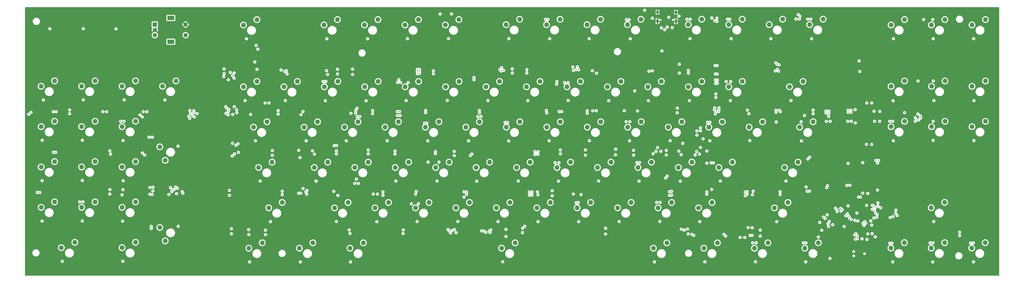
<source format=gbr>
%TF.GenerationSoftware,KiCad,Pcbnew,8.0.1-8.0.1-1~ubuntu22.04.1*%
%TF.CreationDate,2024-03-21T20:32:24+01:00*%
%TF.ProjectId,keyboard_pcb,6b657962-6f61-4726-945f-7063622e6b69,rev?*%
%TF.SameCoordinates,Original*%
%TF.FileFunction,Copper,L3,Inr*%
%TF.FilePolarity,Positive*%
%FSLAX46Y46*%
G04 Gerber Fmt 4.6, Leading zero omitted, Abs format (unit mm)*
G04 Created by KiCad (PCBNEW 8.0.1-8.0.1-1~ubuntu22.04.1) date 2024-03-21 20:32:24*
%MOMM*%
%LPD*%
G01*
G04 APERTURE LIST*
%TA.AperFunction,ComponentPad*%
%ADD10C,2.200000*%
%TD*%
%TA.AperFunction,ComponentPad*%
%ADD11R,2.000000X2.000000*%
%TD*%
%TA.AperFunction,ComponentPad*%
%ADD12C,2.000000*%
%TD*%
%TA.AperFunction,ComponentPad*%
%ADD13R,3.200000X2.000000*%
%TD*%
%TA.AperFunction,ComponentPad*%
%ADD14O,1.000000X1.600000*%
%TD*%
%TA.AperFunction,ComponentPad*%
%ADD15O,1.000000X2.100000*%
%TD*%
%TA.AperFunction,ViaPad*%
%ADD16C,0.500000*%
%TD*%
G04 APERTURE END LIST*
D10*
%TO.N,Col9*%
%TO.C,pad4*%
X84325000Y-154350000D03*
%TO.N,Net-(D_E106-A)*%
X77975000Y-156890000D03*
%TD*%
%TO.N,Col4*%
%TO.C,B1*%
X298700000Y-173650000D03*
%TO.N,Net-(D_E45-A)*%
X292350000Y-176190000D03*
%TD*%
%TO.N,Col1*%
%TO.C,tab1*%
X184350000Y-135550000D03*
%TO.N,Net-(D_E14-A)*%
X178000000Y-138090000D03*
%TD*%
%TO.N,Col5*%
%TO.C,numK7*%
X312900000Y-116500000D03*
%TO.N,Net-(D_E76-A)*%
X306550000Y-119040000D03*
%TD*%
%TO.N,Col4*%
%TO.C,T1*%
X284350000Y-135550000D03*
%TO.N,Net-(D_E53-A)*%
X278000000Y-138090000D03*
%TD*%
%TO.N,Col2*%
%TO.C,space1*%
X301150000Y-192700000D03*
%TO.N,Net-(D_E35-A)*%
X294800000Y-195240000D03*
%TD*%
%TO.N,Col5*%
%TO.C,F8*%
X360410000Y-87180000D03*
%TO.N,Net-(D_E58-A)*%
X354060000Y-89720000D03*
%TD*%
%TO.N,Col3*%
%TO.C,F3*%
X255650000Y-87300000D03*
%TO.N,Net-(D_E30-A)*%
X249300000Y-89840000D03*
%TD*%
%TO.N,Col7*%
%TO.C,plus1*%
X408150000Y-116500000D03*
%TO.N,Net-(D_E70-A)*%
X401800000Y-119040000D03*
%TD*%
%TO.N,Col4*%
%TO.C,super_right1*%
X396400000Y-192700000D03*
%TO.N,Net-(D_E42-A)*%
X390050000Y-195240000D03*
%TD*%
%TO.N,Col10*%
%TO.C,pad9*%
X122425000Y-135300000D03*
%TO.N,Net-(D_E103-A)*%
X116075000Y-137840000D03*
%TD*%
%TO.N,Col5*%
%TO.C,keyN1*%
X317750000Y-173650000D03*
%TO.N,Net-(D_E46-A)*%
X311400000Y-176190000D03*
%TD*%
%TO.N,Col9*%
%TO.C,page_up1*%
X522635000Y-116300000D03*
%TO.N,Net-(D_E66-A)*%
X516285000Y-118840000D03*
%TD*%
%TO.N,Col7*%
%TO.C,keyP1*%
X379650000Y-135550000D03*
%TO.N,Net-(D_E81-A)*%
X373300000Y-138090000D03*
%TD*%
%TO.N,Col3*%
%TO.C,numK3*%
X236700000Y-116500000D03*
%TO.N,Net-(D_E31-A)*%
X230350000Y-119040000D03*
%TD*%
%TO.N,Col6*%
%TO.C,numK10_zero1*%
X370050000Y-116500000D03*
%TO.N,Net-(D_E92-A)*%
X363700000Y-119040000D03*
%TD*%
%TO.N,Col8*%
%TO.C,backspace1*%
X436725000Y-116500000D03*
%TO.N,Net-(D_E69-A)*%
X430375000Y-119040000D03*
%TD*%
%TO.N,Col8*%
%TO.C,home1*%
X503585000Y-116300000D03*
%TO.N,Net-(D_E67-A)*%
X497235000Y-118840000D03*
%TD*%
%TO.N,Col11*%
%TO.C,pad_minus1*%
X141475000Y-116250000D03*
%TO.N,Net-(D_E102-A)*%
X135125000Y-118790000D03*
%TD*%
%TO.N,Col1*%
%TO.C,shift1*%
X191500000Y-173650000D03*
%TO.N,Net-(D_E16-A)*%
X185150000Y-176190000D03*
%TD*%
%TO.N,Col4*%
%TO.C,numK5*%
X274800000Y-116500000D03*
%TO.N,Net-(D_E54-A)*%
X268450000Y-119040000D03*
%TD*%
%TO.N,Col2*%
%TO.C,W1*%
X227200000Y-135550000D03*
%TO.N,Net-(D_E27-A)*%
X220850000Y-138090000D03*
%TD*%
%TO.N,Col3*%
%TO.C,keyD1*%
X251050000Y-154600000D03*
%TO.N,Net-(D_E33-A)*%
X244700000Y-157140000D03*
%TD*%
%TO.N,Col6*%
%TO.C,L1*%
X365350000Y-154600000D03*
%TO.N,Net-(D_E91-A)*%
X359000000Y-157140000D03*
%TD*%
%TO.N,Col8*%
%TO.C,insert1*%
X484535000Y-116300000D03*
%TO.N,Net-(D_E68-A)*%
X478185000Y-118840000D03*
%TD*%
%TO.N,Col7*%
%TO.C,F11*%
X427150000Y-87150000D03*
%TO.N,Net-(D_E61-A)*%
X420800000Y-89690000D03*
%TD*%
%TO.N,Col6*%
%TO.C,F9*%
X389050000Y-87150000D03*
%TO.N,Net-(D_E59-A)*%
X382700000Y-89690000D03*
%TD*%
%TO.N,Col2*%
%TO.C,keyX1*%
X241550000Y-173650000D03*
%TO.N,Net-(D_E25-A)*%
X235200000Y-176190000D03*
%TD*%
%TO.N,Col1*%
%TO.C,control_left1*%
X182100000Y-192700000D03*
%TO.N,Net-(D_E17-A)*%
X175750000Y-195240000D03*
%TD*%
%TO.N,Col2*%
%TO.C,alt_left1*%
X229750000Y-192700000D03*
%TO.N,Net-(D_E24-A)*%
X223400000Y-195240000D03*
%TD*%
%TO.N,Col10*%
%TO.C,pad8*%
X103375000Y-135300000D03*
%TO.N,Net-(D_E104-A)*%
X97025000Y-137840000D03*
%TD*%
%TO.N,Col1*%
%TO.C,super_left1*%
X205950000Y-192700000D03*
%TO.N,Net-(D_E23-A)*%
X199600000Y-195240000D03*
%TD*%
%TO.N,Col5*%
%TO.C,keyJ2*%
X327250000Y-154600000D03*
%TO.N,Net-(D_E93-A)*%
X320900000Y-157140000D03*
%TD*%
%TO.N,Col5*%
%TO.C,F7*%
X341360000Y-87180000D03*
%TO.N,Net-(D_E57-A)*%
X335010000Y-89720000D03*
%TD*%
%TO.N,Col6*%
%TO.C,O1*%
X360550000Y-135550000D03*
%TO.N,Net-(D_E80-A)*%
X354200000Y-138090000D03*
%TD*%
%TO.N,Col8*%
%TO.C,backslash1*%
X441500000Y-135550000D03*
%TO.N,Net-(D_E84-A)*%
X435150000Y-138090000D03*
%TD*%
%TO.N,Col7*%
%TO.C,quote1*%
X403450000Y-154600000D03*
%TO.N,Net-(D_E89-A)*%
X397100000Y-157140000D03*
%TD*%
%TO.N,Col5*%
%TO.C,keyU5*%
X322450000Y-135550000D03*
%TO.N,Net-(D_E78-A)*%
X316100000Y-138090000D03*
%TD*%
%TO.N,Col1*%
%TO.C,A1*%
X212950000Y-154600000D03*
%TO.N,Net-(D_E21-A)*%
X206600000Y-157140000D03*
%TD*%
%TO.N,Col3*%
%TO.C,keyF1*%
X270100000Y-154600000D03*
%TO.N,Net-(D_E39-A)*%
X263750000Y-157140000D03*
%TD*%
%TO.N,Col3*%
%TO.C,F4*%
X274700000Y-87300000D03*
%TO.N,Net-(D_E36-A)*%
X268350000Y-89840000D03*
%TD*%
%TO.N,Col9*%
%TO.C,down1*%
X503450000Y-192650000D03*
%TO.N,Net-(D_E97-A)*%
X497100000Y-195190000D03*
%TD*%
%TO.N,Col10*%
%TO.C,pad2*%
X103375000Y-173400000D03*
%TO.N,Net-(D_E111-A)*%
X97025000Y-175940000D03*
%TD*%
%TO.N,Col1*%
%TO.C,caps1*%
X186750000Y-154600000D03*
%TO.N,Net-(D_E15-A)*%
X180400000Y-157140000D03*
%TD*%
%TO.N,Col5*%
%TO.C,keyM1*%
X336750000Y-173650000D03*
%TO.N,Net-(D_E47-A)*%
X330400000Y-176190000D03*
%TD*%
%TO.N,Col9*%
%TO.C,up1*%
X503450000Y-173600000D03*
%TO.N,Net-(D_E96-A)*%
X497100000Y-176140000D03*
%TD*%
%TO.N,Col8*%
%TO.C,sq_br_close1*%
X417700000Y-135550000D03*
%TO.N,Net-(D_E83-A)*%
X411350000Y-138090000D03*
%TD*%
%TO.N,Col10*%
%TO.C,pad_div1*%
X103375000Y-116250000D03*
%TO.N,Net-(D_E100-A)*%
X97025000Y-118790000D03*
%TD*%
%TO.N,Col8*%
%TO.C,scroll1*%
X503535000Y-87300000D03*
%TO.N,Net-(D_E64-A)*%
X497185000Y-89840000D03*
%TD*%
%TO.N,Col4*%
%TO.C,numK6*%
X293850000Y-116500000D03*
%TO.N,Net-(D_E75-A)*%
X287500000Y-119040000D03*
%TD*%
%TO.N,Col4*%
%TO.C,G1*%
X289150000Y-154600000D03*
%TO.N,Net-(D_E52-A)*%
X282800000Y-157140000D03*
%TD*%
%TO.N,Col7*%
%TO.C,right_shift1*%
X429650000Y-173650000D03*
%TO.N,Net-(D_E51-A)*%
X423300000Y-176190000D03*
%TD*%
%TO.N,Col10*%
%TO.C,pad3*%
X122425000Y-173400000D03*
%TO.N,Net-(D_E110-A)*%
X116075000Y-175940000D03*
%TD*%
%TO.N,Col10*%
%TO.C,pad6*%
X122425000Y-154350000D03*
%TO.N,Net-(D_E108-A)*%
X116075000Y-156890000D03*
%TD*%
%TO.N,Col1*%
%TO.C,ESC1*%
X179600000Y-87350000D03*
%TO.N,Net-(D_E12-A)*%
X173250000Y-89890000D03*
%TD*%
%TO.N,Col3*%
%TO.C,R1*%
X265300000Y-135550000D03*
%TO.N,Net-(D_E38-A)*%
X258950000Y-138090000D03*
%TD*%
%TO.N,Col8*%
%TO.C,end1*%
X503585000Y-135350000D03*
%TO.N,Net-(D_E86-A)*%
X497235000Y-137890000D03*
%TD*%
%TO.N,Col7*%
%TO.C,slash1*%
X393900000Y-173650000D03*
%TO.N,Net-(D_E50-A)*%
X387550000Y-176190000D03*
%TD*%
%TO.N,Col7*%
%TO.C,semicolon1*%
X384400000Y-154600000D03*
%TO.N,Net-(D_E90-A)*%
X378050000Y-157140000D03*
%TD*%
%TO.N,Col5*%
%TO.C,numK8*%
X331950000Y-116500000D03*
%TO.N,Net-(D_E74-A)*%
X325600000Y-119040000D03*
%TD*%
%TO.N,Col6*%
%TO.C,F10*%
X408100000Y-87150000D03*
%TO.N,Net-(D_E60-A)*%
X401750000Y-89690000D03*
%TD*%
%TO.N,Col9*%
%TO.C,right1*%
X522500000Y-192650000D03*
%TO.N,Net-(D_E98-A)*%
X516150000Y-195190000D03*
%TD*%
%TO.N,Col2*%
%TO.C,keyC1*%
X260600000Y-173650000D03*
%TO.N,Net-(D_E34-A)*%
X254250000Y-176190000D03*
%TD*%
%TO.N,Col3*%
%TO.C,V1*%
X279650000Y-173650000D03*
%TO.N,Net-(D_E40-A)*%
X273300000Y-176190000D03*
%TD*%
%TO.N,Col10*%
%TO.C,pad1*%
X84325000Y-173400000D03*
%TO.N,Net-(D_E112-A)*%
X77975000Y-175940000D03*
%TD*%
%TO.N,Col9*%
%TO.C,pause1*%
X522635000Y-87300000D03*
%TO.N,Net-(D_E65-A)*%
X516285000Y-89840000D03*
%TD*%
%TO.N,Col1*%
%TO.C,tilde1*%
X179600000Y-116500000D03*
%TO.N,Net-(D_E13-A)*%
X173250000Y-119040000D03*
%TD*%
%TO.N,Col11*%
%TO.C,pad_enter1*%
X133855000Y-185440000D03*
%TO.N,Net-(D_E113-A)*%
X136395000Y-191790000D03*
%TD*%
%TO.N,Col8*%
%TO.C,enter1*%
X434400000Y-154600000D03*
%TO.N,Net-(D_E88-A)*%
X428050000Y-157140000D03*
%TD*%
%TO.N,Col4*%
%TO.C,keyY1*%
X303400000Y-135550000D03*
%TO.N,Net-(D_E77-A)*%
X297050000Y-138090000D03*
%TD*%
%TO.N,Col10*%
%TO.C,pad5*%
X103375000Y-154350000D03*
%TO.N,Net-(D_E107-A)*%
X97025000Y-156890000D03*
%TD*%
%TO.N,Col10*%
%TO.C,pad_mult1*%
X122425000Y-116250000D03*
%TO.N,Net-(D_E101-A)*%
X116075000Y-118790000D03*
%TD*%
%TO.N,Col7*%
%TO.C,sq_br_open1*%
X398700000Y-135550000D03*
%TO.N,Net-(D_E82-A)*%
X392350000Y-138090000D03*
%TD*%
%TO.N,Col2*%
%TO.C,F2*%
X236600000Y-87300000D03*
%TO.N,Net-(D_E29-A)*%
X230250000Y-89840000D03*
%TD*%
D11*
%TO.N,data_knob_A*%
%TO.C,SW1*%
X131520000Y-89680000D03*
D12*
%TO.N,data_knob_B*%
X131520000Y-94680000D03*
%TO.N,GND*%
X131520000Y-92180000D03*
D13*
%TO.N,N/C*%
X139020000Y-86580000D03*
X139020000Y-97780000D03*
D12*
%TO.N,data_knob_switch*%
X146020000Y-94680000D03*
%TO.N,GND*%
X146020000Y-89680000D03*
%TD*%
D10*
%TO.N,Col6*%
%TO.C,comma1*%
X355800000Y-173650000D03*
%TO.N,Net-(D_E48-A)*%
X349450000Y-176190000D03*
%TD*%
%TO.N,Col6*%
%TO.C,dot1*%
X374850000Y-173650000D03*
%TO.N,Net-(D_E49-A)*%
X368500000Y-176190000D03*
%TD*%
%TO.N,Col3*%
%TO.C,keyE1*%
X246250000Y-135550000D03*
%TO.N,Net-(D_E32-A)*%
X239900000Y-138090000D03*
%TD*%
%TO.N,Col4*%
%TO.C,keyH1*%
X308200000Y-154600000D03*
%TO.N,Net-(D_E94-A)*%
X301850000Y-157140000D03*
%TD*%
%TO.N,Col9*%
%TO.C,pad7*%
X84325000Y-135300000D03*
%TO.N,Net-(D_E105-A)*%
X77975000Y-137840000D03*
%TD*%
%TO.N,Col6*%
%TO.C,keyK1*%
X346300000Y-154600000D03*
%TO.N,Net-(D_E72-A)*%
X339950000Y-157140000D03*
%TD*%
%TO.N,Col9*%
%TO.C,left1*%
X484450000Y-192650000D03*
%TO.N,Net-(D_E95-A)*%
X478100000Y-195190000D03*
%TD*%
%TO.N,Col7*%
%TO.C,F12*%
X446200000Y-87150000D03*
%TO.N,Net-(D_E62-A)*%
X439850000Y-89690000D03*
%TD*%
%TO.N,Col1*%
%TO.C,Z1*%
X222500000Y-173650000D03*
%TO.N,Net-(D_E22-A)*%
X216150000Y-176190000D03*
%TD*%
%TO.N,Col2*%
%TO.C,F1*%
X217550000Y-87300000D03*
%TO.N,Net-(D_E18-A)*%
X211200000Y-89840000D03*
%TD*%
%TO.N,Col5*%
%TO.C,function_right1*%
X420200000Y-192700000D03*
%TO.N,Net-(D_E43-A)*%
X413850000Y-195240000D03*
%TD*%
%TO.N,Col2*%
%TO.C,numK2*%
X217700000Y-116500000D03*
%TO.N,Net-(D_E28-A)*%
X211350000Y-119040000D03*
%TD*%
%TO.N,Col4*%
%TO.C,F5*%
X303260000Y-87180000D03*
%TO.N,Net-(D_E55-A)*%
X296910000Y-89720000D03*
%TD*%
%TO.N,Col6*%
%TO.C,I1*%
X341500000Y-135550000D03*
%TO.N,Net-(D_E79-A)*%
X335150000Y-138090000D03*
%TD*%
%TO.N,Col11*%
%TO.C,pad_plus1*%
X133855000Y-147390000D03*
%TO.N,Net-(D_E109-A)*%
X136395000Y-153740000D03*
%TD*%
%TO.N,Col1*%
%TO.C,Q1*%
X208150000Y-135550000D03*
%TO.N,Net-(D_E20-A)*%
X201800000Y-138090000D03*
%TD*%
%TO.N,Col4*%
%TO.C,F6*%
X322310000Y-87180000D03*
%TO.N,Net-(D_E56-A)*%
X315960000Y-89720000D03*
%TD*%
%TO.N,Col2*%
%TO.C,S1*%
X232000000Y-154600000D03*
%TO.N,Net-(D_E26-A)*%
X225650000Y-157140000D03*
%TD*%
%TO.N,Col8*%
%TO.C,delete1*%
X484535000Y-135350000D03*
%TO.N,Net-(D_E85-A)*%
X478185000Y-137890000D03*
%TD*%
%TO.N,Col5*%
%TO.C,control_right1*%
X443960000Y-192680000D03*
%TO.N,Net-(D_E44-A)*%
X437610000Y-195220000D03*
%TD*%
%TO.N,Col9*%
%TO.C,pad_numlock1*%
X84325000Y-116250000D03*
%TO.N,Net-(D_E99-A)*%
X77975000Y-118790000D03*
%TD*%
%TO.N,Col9*%
%TO.C,page_down1*%
X522635000Y-135350000D03*
%TO.N,Net-(D_E87-A)*%
X516285000Y-137890000D03*
%TD*%
%TO.N,Col8*%
%TO.C,print1*%
X484535000Y-87300000D03*
%TO.N,Net-(D_E63-A)*%
X478185000Y-89840000D03*
%TD*%
%TO.N,Col6*%
%TO.C,numK9*%
X351000000Y-116500000D03*
%TO.N,Net-(D_E73-A)*%
X344650000Y-119040000D03*
%TD*%
%TO.N,Col7*%
%TO.C,minus1*%
X389100000Y-116500000D03*
%TO.N,Net-(D_E71-A)*%
X382750000Y-119040000D03*
%TD*%
%TO.N,Col2*%
%TO.C,numK1*%
X198650000Y-116500000D03*
%TO.N,Net-(D_E19-A)*%
X192300000Y-119040000D03*
%TD*%
%TO.N,Col11*%
%TO.C,pad_comma1*%
X122425000Y-192450000D03*
%TO.N,Net-(D_E115-A)*%
X116075000Y-194990000D03*
%TD*%
%TO.N,Col10*%
%TO.C,pad0*%
X93860000Y-192450000D03*
%TO.N,Net-(D_E114-A)*%
X87510000Y-194990000D03*
%TD*%
%TO.N,Col3*%
%TO.C,alt_right1*%
X372600000Y-192700000D03*
%TO.N,Net-(D_E41-A)*%
X366250000Y-195240000D03*
%TD*%
%TO.N,Col3*%
%TO.C,numK4*%
X255750000Y-116500000D03*
%TO.N,Net-(D_E37-A)*%
X249400000Y-119040000D03*
%TD*%
D14*
%TO.N,GND*%
%TO.C,J1*%
X368230000Y-83850000D03*
D15*
X368230000Y-88030000D03*
D14*
X376870000Y-83850000D03*
D15*
X376870000Y-88030000D03*
%TD*%
D16*
%TO.N,RowA*%
X425602000Y-130100000D03*
X459313500Y-130150000D03*
X164200000Y-112800000D03*
X141350000Y-166350000D03*
X472850000Y-130700000D03*
X448950000Y-130450000D03*
X149400000Y-132800000D03*
X394963100Y-129913100D03*
X254600000Y-168450000D03*
X116500000Y-167600000D03*
X368263100Y-147786900D03*
X254300000Y-169713500D03*
X140600000Y-167536500D03*
X164100000Y-110650000D03*
X480350000Y-178850000D03*
X490850000Y-131900000D03*
X116070000Y-170050000D03*
X244600000Y-149350000D03*
X149150000Y-131723000D03*
X397150000Y-129900000D03*
X311950000Y-170040500D03*
X457959500Y-130150000D03*
X424000000Y-130100000D03*
X489600000Y-133650000D03*
X447500000Y-130500000D03*
X280807350Y-150781150D03*
X366150000Y-150663500D03*
X311650000Y-168650000D03*
X244600000Y-150800000D03*
X169030676Y-150719324D03*
X466300000Y-183450000D03*
X280086900Y-151513100D03*
X170900000Y-150036500D03*
X470200000Y-130586500D03*
%TO.N,RowB*%
X130250000Y-169900000D03*
X130600000Y-168200000D03*
X380100000Y-145730000D03*
X247000000Y-132600000D03*
X169700000Y-146650000D03*
X304700000Y-185800000D03*
X285100000Y-133050000D03*
X409550000Y-168736500D03*
X189600000Y-131950000D03*
X245736500Y-132600000D03*
X125700000Y-150277000D03*
X168000000Y-151700000D03*
X296850000Y-189700000D03*
X189600000Y-130250000D03*
X469050000Y-184327000D03*
X283550000Y-133100000D03*
X464880000Y-183550000D03*
X396300000Y-109000000D03*
X410900000Y-185550000D03*
X309150000Y-170200000D03*
X490251199Y-134598801D03*
X367500000Y-149550000D03*
X226811500Y-133100000D03*
X312050000Y-149636500D03*
X389700000Y-143600000D03*
X412750000Y-189200000D03*
X129850000Y-184926500D03*
X397000000Y-130786500D03*
X311950000Y-151000000D03*
X305650000Y-184907000D03*
X378250000Y-149400000D03*
X296850000Y-186350000D03*
X130650000Y-166450000D03*
X396300000Y-113000000D03*
X492000000Y-132850000D03*
X369750000Y-149500000D03*
X396400000Y-115800000D03*
X379350000Y-151050000D03*
X396400000Y-117400000D03*
X126775000Y-151275000D03*
X144350000Y-168534500D03*
X481056750Y-179786500D03*
X396200000Y-88200000D03*
X129850000Y-185953500D03*
X396200000Y-86636500D03*
X228050000Y-133100000D03*
X450700000Y-184163500D03*
X409550000Y-170450000D03*
X309150000Y-168686500D03*
X139450000Y-168609500D03*
%TO.N,RowC*%
X256163500Y-111600000D03*
X386750000Y-139900000D03*
X170650000Y-145950000D03*
X168113500Y-145700000D03*
X199250000Y-149050000D03*
X255136500Y-111750000D03*
X391450000Y-155100000D03*
X395450000Y-113000000D03*
X168200000Y-132100000D03*
X393800000Y-86550000D03*
X395650000Y-122400000D03*
X395450000Y-115850000D03*
X124550000Y-132330000D03*
X416600000Y-186705500D03*
X491205894Y-134705317D03*
X492125000Y-133775000D03*
X223400000Y-188288500D03*
X386750000Y-141800000D03*
X294573800Y-111600000D03*
X416590900Y-189490900D03*
X395300000Y-109050000D03*
X395500000Y-117500000D03*
X125600000Y-133250000D03*
X468650000Y-182400000D03*
X395700000Y-124100000D03*
X395150000Y-87850000D03*
X295763100Y-111336900D03*
X176600000Y-132100000D03*
X365800000Y-86650000D03*
X166050000Y-132300000D03*
X448500000Y-183700000D03*
X479050000Y-180336500D03*
X391400000Y-169800000D03*
X223000000Y-186600000D03*
X391450000Y-168650000D03*
X328650000Y-111350000D03*
X391450000Y-149400000D03*
X330000000Y-110900000D03*
X373500000Y-86213500D03*
X199836900Y-152463100D03*
%TO.N,RowD*%
X470100000Y-180986500D03*
X337550000Y-111463500D03*
X334250000Y-148850000D03*
X477774711Y-180748511D03*
X339495000Y-112655000D03*
X334250000Y-151350000D03*
%TO.N,RowE*%
X472300000Y-153800000D03*
X199250000Y-169350000D03*
X393700000Y-167513500D03*
X471400000Y-180659500D03*
X201300000Y-167100000D03*
%TO.N,RowF*%
X165000000Y-131600000D03*
X151450000Y-131711500D03*
X245800000Y-117013500D03*
X388438100Y-139838100D03*
X175700000Y-186450000D03*
X246400000Y-115650000D03*
X110677000Y-150827000D03*
X256163500Y-112700000D03*
X255136500Y-112850000D03*
X424050000Y-131100000D03*
X281800000Y-115730000D03*
X223850000Y-131550000D03*
X142200000Y-167000000D03*
X170150000Y-131300000D03*
X356950000Y-149050000D03*
X388450000Y-147700000D03*
X387950000Y-150800000D03*
X139800000Y-167712264D03*
X357000000Y-151300000D03*
X388424545Y-138399256D03*
X426050000Y-130800000D03*
X471050000Y-153800000D03*
X447600000Y-131500000D03*
X459350000Y-131100000D03*
X150150000Y-133250000D03*
X226700000Y-129200000D03*
X315900000Y-130236500D03*
X457950000Y-131100000D03*
X316050000Y-131400000D03*
X471650000Y-179350000D03*
X110300000Y-149250000D03*
X175760000Y-188800000D03*
X281800000Y-114650000D03*
X448950000Y-131450000D03*
%TO.N,Col1*%
X186850000Y-151400000D03*
X191500000Y-168300000D03*
X183633500Y-188850000D03*
X191500000Y-169950000D03*
X180000000Y-101250000D03*
X183600000Y-186732500D03*
X186850000Y-149113539D03*
X179600000Y-110800000D03*
X469350000Y-176916500D03*
%TO.N,Col2*%
X217550000Y-113002000D03*
X210750000Y-116550000D03*
X226100000Y-131500000D03*
X232000000Y-148950000D03*
X217550000Y-110750000D03*
X255650000Y-174250000D03*
X248400000Y-188338211D03*
X238950000Y-168686500D03*
X238950000Y-170250000D03*
X212050000Y-116550000D03*
X248500000Y-186600000D03*
X454500000Y-176450000D03*
X226100000Y-130250000D03*
X232000000Y-150700000D03*
X252300000Y-174250000D03*
X304650000Y-187900000D03*
X452000000Y-176350000D03*
%TO.N,Col3*%
X260200000Y-154600000D03*
X277100000Y-168600000D03*
X272500000Y-151550000D03*
X259600000Y-136200000D03*
X272500000Y-149550000D03*
X265850000Y-84650000D03*
X455200000Y-177100000D03*
X258546500Y-136200000D03*
X265300000Y-154600000D03*
X452700000Y-177100000D03*
X250800000Y-117100000D03*
X247300000Y-117050000D03*
X277100000Y-171100000D03*
X271200000Y-84650000D03*
%TO.N,Col4*%
X310450000Y-149600000D03*
X297650000Y-135900000D03*
X310450000Y-151000000D03*
X299850000Y-110600000D03*
X296450000Y-135850000D03*
X315446500Y-87200000D03*
X307850000Y-170250000D03*
X307850000Y-168686500D03*
X299850000Y-112550000D03*
X316650000Y-87250000D03*
X284350000Y-131350000D03*
X385250000Y-189200000D03*
X379400000Y-186250000D03*
X284325000Y-130225000D03*
X454600000Y-177700000D03*
X452750000Y-178000000D03*
%TO.N,Col5*%
X400313100Y-189513100D03*
X326113500Y-117050000D03*
X413000000Y-192750000D03*
X384450000Y-188713500D03*
X329896500Y-173800000D03*
X438123500Y-192700000D03*
X322450000Y-148900000D03*
X343750000Y-188588500D03*
X331050000Y-111000000D03*
X318650000Y-170500000D03*
X448750000Y-185000000D03*
X322500000Y-150663500D03*
X382700000Y-188500000D03*
X319950000Y-154850000D03*
X353546500Y-87350000D03*
X456100000Y-185000000D03*
X414700000Y-192700000D03*
X324450000Y-117050000D03*
X436900000Y-192700000D03*
X343750000Y-185850000D03*
X399500000Y-188713500D03*
X318650000Y-168100000D03*
X354850000Y-87350000D03*
X321800000Y-154850000D03*
X443950000Y-189950000D03*
X330950000Y-173700000D03*
%TO.N,Col6*%
X401150000Y-87150000D03*
X374850000Y-170200000D03*
X359800000Y-154750000D03*
X378500000Y-112563500D03*
X353450000Y-135500000D03*
X369450000Y-173600000D03*
X348400000Y-151150000D03*
X378500000Y-108400000D03*
X358486500Y-154750000D03*
X367800000Y-173600000D03*
X348500000Y-148500000D03*
X462095500Y-178650000D03*
X383600000Y-87150000D03*
X374850000Y-168400000D03*
X357486500Y-121000000D03*
X382050000Y-87150000D03*
X402263500Y-87150000D03*
X355200000Y-135550000D03*
%TO.N,Col7*%
X423950000Y-107750000D03*
X395900000Y-130750000D03*
X402650000Y-116600000D03*
X433400000Y-87050000D03*
X423719250Y-111519250D03*
X456900000Y-179900000D03*
X410400000Y-169763500D03*
X448100000Y-179500000D03*
X392900000Y-135800000D03*
X438900000Y-87100000D03*
X425950000Y-168600000D03*
X435050000Y-87050000D03*
X394500000Y-154950000D03*
X385969250Y-151219250D03*
X391750000Y-135800000D03*
X395450000Y-131850000D03*
X393436500Y-154950000D03*
X400550000Y-116600000D03*
X425950000Y-169950000D03*
X386650000Y-149636500D03*
X410400000Y-168550000D03*
X440363500Y-87100000D03*
%TO.N,Col8*%
X484535000Y-131250000D03*
X498100000Y-116300000D03*
X459500000Y-135350000D03*
X424100000Y-135650000D03*
X441500000Y-131750000D03*
X447736500Y-135380750D03*
X472800000Y-135350000D03*
X478950000Y-135350000D03*
X477550000Y-135350000D03*
X439036900Y-153113100D03*
X470400000Y-135350000D03*
X449500000Y-135350000D03*
X493500000Y-87300000D03*
X439850000Y-152300000D03*
X498000000Y-135350000D03*
X489550000Y-135350000D03*
X497850000Y-87300000D03*
X441500000Y-130050000D03*
X439800000Y-168321724D03*
X435900000Y-135550000D03*
X457800000Y-135350000D03*
X458400000Y-180311900D03*
X490900000Y-116300000D03*
%TO.N,Col9*%
X469261900Y-188411900D03*
X446400000Y-180600000D03*
X478650000Y-192850000D03*
X515636500Y-192800000D03*
X286550000Y-187150000D03*
X497900000Y-192700000D03*
X270150000Y-187050000D03*
X288950000Y-187150000D03*
X458650000Y-181150000D03*
X496586500Y-192700000D03*
X470750000Y-189900000D03*
X477550000Y-192900000D03*
X271438751Y-186962552D03*
X510450000Y-187700000D03*
X510450000Y-189300000D03*
X516950000Y-192750000D03*
%TO.N,GND*%
X102950000Y-182450000D03*
X382650000Y-143300000D03*
X400150000Y-142900000D03*
X235750000Y-99650000D03*
X461550000Y-199900000D03*
X123550000Y-181900000D03*
X284050000Y-145150000D03*
X424600000Y-100700000D03*
X211250000Y-100650000D03*
X493400000Y-93650000D03*
X218700000Y-93600000D03*
X477650000Y-177850000D03*
X147750000Y-186750000D03*
X237500000Y-124800000D03*
X104100000Y-142650000D03*
X479900000Y-161300000D03*
X430250000Y-142800000D03*
X92500000Y-89700000D03*
X310350000Y-184250000D03*
X371700000Y-127900000D03*
X324200000Y-94300000D03*
X497550000Y-180850000D03*
X363000000Y-198450000D03*
X104400000Y-161350000D03*
X380450000Y-127650000D03*
X129100000Y-94550000D03*
X178000000Y-99000000D03*
X419200000Y-141550000D03*
X442350000Y-143400000D03*
X247350000Y-143300000D03*
X361700000Y-145150000D03*
X185600000Y-144550000D03*
X257650000Y-124450000D03*
X369750000Y-204350000D03*
X406700000Y-180550000D03*
X338900000Y-181950000D03*
X217150000Y-185250000D03*
X318450000Y-182750000D03*
X299100000Y-181600000D03*
X353500000Y-124850000D03*
X283150000Y-182050000D03*
X208600000Y-93700000D03*
X242450000Y-182000000D03*
X248100000Y-122950000D03*
X268650000Y-123200000D03*
X264700000Y-145350000D03*
X337900000Y-180350000D03*
X389600000Y-123800000D03*
X200100000Y-128300000D03*
X367200000Y-127950000D03*
X342750000Y-125550000D03*
X208450000Y-142450000D03*
X503500000Y-183050000D03*
X184300000Y-98150000D03*
X476850000Y-178500000D03*
X121700000Y-147100000D03*
X334900000Y-142900000D03*
X524950000Y-202450000D03*
X422050000Y-200550000D03*
X244550000Y-128650000D03*
X511550000Y-94300000D03*
X476350000Y-175000000D03*
X367300000Y-165650000D03*
X300700000Y-183300000D03*
X464250000Y-105850000D03*
X225200000Y-180550000D03*
X299550000Y-185450000D03*
X467000000Y-164750000D03*
X315150000Y-124650000D03*
X522950000Y-200250000D03*
X222750000Y-181950000D03*
X482250000Y-152300000D03*
X104100000Y-123400000D03*
X124400000Y-165400000D03*
X229300000Y-144200000D03*
X228000000Y-142850000D03*
X123050000Y-202200000D03*
X440600000Y-204850000D03*
X175000000Y-152650000D03*
X396250000Y-199350000D03*
X125200000Y-177250000D03*
X402900000Y-166250000D03*
X227800000Y-145400000D03*
X409950000Y-124500000D03*
X178300000Y-95000000D03*
X380300000Y-170700000D03*
X84150000Y-165450000D03*
X342150000Y-145100000D03*
X323050000Y-143600000D03*
X459800000Y-197850000D03*
X375650000Y-143000000D03*
X505700000Y-148950000D03*
X385600000Y-166150000D03*
X124850000Y-144400000D03*
X504400000Y-124050000D03*
X256850000Y-95200000D03*
X411550000Y-95500000D03*
X335950000Y-185550000D03*
X141400000Y-129750000D03*
X252250000Y-163700000D03*
X417600000Y-121350000D03*
X183700000Y-152300000D03*
X362650000Y-124450000D03*
X452400000Y-168850000D03*
X315900000Y-129200000D03*
X230500000Y-128150000D03*
X101000000Y-165900000D03*
X471800000Y-191400000D03*
X327300000Y-163150000D03*
X475800000Y-152550000D03*
X363250000Y-204100000D03*
X126450000Y-180050000D03*
X214750000Y-127750000D03*
X271450000Y-100150000D03*
X523850000Y-144000000D03*
X360150000Y-143250000D03*
X245800000Y-144300000D03*
X183100000Y-95600000D03*
X302550000Y-143300000D03*
X362150000Y-143600000D03*
X123650000Y-160900000D03*
X218750000Y-125200000D03*
X125450000Y-161700000D03*
X367600000Y-103050000D03*
X447150000Y-95900000D03*
X451400000Y-160900000D03*
X473750000Y-162400000D03*
X347500000Y-166100000D03*
X322700000Y-165600000D03*
X418900000Y-144550000D03*
X91800000Y-96700000D03*
X203650000Y-167150000D03*
X83650000Y-145300000D03*
X236400000Y-95350000D03*
X511400000Y-89850000D03*
X316400000Y-142550000D03*
X371200000Y-124300000D03*
X428550000Y-94900000D03*
X341900000Y-96400000D03*
X84000000Y-182000000D03*
X411850000Y-128200000D03*
X202450000Y-185900000D03*
X193400000Y-182150000D03*
X290750000Y-160350000D03*
X465100000Y-161600000D03*
X481850000Y-182800000D03*
X409100000Y-94750000D03*
X526750000Y-89900000D03*
X145850000Y-149100000D03*
X319350000Y-183350000D03*
X119000000Y-90250000D03*
X487850000Y-176200000D03*
X208950000Y-143900000D03*
X443450000Y-199800000D03*
X267000000Y-144850000D03*
X431900000Y-185900000D03*
X370800000Y-185350000D03*
X200650000Y-124600000D03*
X403200000Y-123900000D03*
X434100000Y-190600000D03*
X243700000Y-183500000D03*
X401450000Y-185900000D03*
X344000000Y-95450000D03*
X394600000Y-168500000D03*
X444700000Y-201450000D03*
X210950000Y-92850000D03*
X439250000Y-134100000D03*
X229250000Y-123450000D03*
X211900000Y-123750000D03*
X362100000Y-93550000D03*
X198250000Y-124350000D03*
X102850000Y-144350000D03*
X517950000Y-205350000D03*
X504350000Y-94150000D03*
X301750000Y-161300000D03*
X267800000Y-93950000D03*
X466800000Y-178150000D03*
X337950000Y-143150000D03*
X123300000Y-205250000D03*
X506200000Y-199600000D03*
X238400000Y-96400000D03*
X235850000Y-128400000D03*
X386700000Y-204550000D03*
X419150000Y-116600000D03*
X506750000Y-183400000D03*
X502800000Y-128850000D03*
X124600000Y-180100000D03*
X516800000Y-94050000D03*
X296550000Y-129400000D03*
X522900000Y-143300000D03*
X263950000Y-161150000D03*
X394550000Y-142900000D03*
X348100000Y-163450000D03*
X388700000Y-184850000D03*
X368850000Y-96950000D03*
X463800000Y-159250000D03*
X90500000Y-200100000D03*
X434150000Y-166250000D03*
X476150000Y-173900000D03*
X187850000Y-166600000D03*
X302400000Y-94800000D03*
X316900000Y-181450000D03*
X411250000Y-142800000D03*
X333000000Y-128300000D03*
X84300000Y-163150000D03*
X241350000Y-182650000D03*
X276800000Y-124950000D03*
X294750000Y-185650000D03*
X478150000Y-166550000D03*
X383950000Y-178700000D03*
X231600000Y-198900000D03*
X237300000Y-94350000D03*
X319700000Y-180900000D03*
X83400000Y-123550000D03*
X104850000Y-96700000D03*
X221300000Y-200050000D03*
X86150000Y-182500000D03*
X211350000Y-94550000D03*
X516700000Y-129450000D03*
X437900000Y-136650000D03*
X343800000Y-144300000D03*
X79100000Y-181000000D03*
X464000000Y-189000000D03*
X82550000Y-127650000D03*
X289350000Y-165550000D03*
X182650000Y-206050000D03*
X106300000Y-162100000D03*
X189500000Y-167200000D03*
X453950000Y-178300000D03*
X395200000Y-203900000D03*
X444500000Y-126650000D03*
X477600000Y-172300000D03*
X457750000Y-94350000D03*
X521350000Y-99200000D03*
X470950000Y-101100000D03*
X466550000Y-163450000D03*
X293100000Y-180850000D03*
X94550000Y-200450000D03*
X208350000Y-145150000D03*
X486250000Y-96350000D03*
X408200000Y-128100000D03*
X328300000Y-159600000D03*
X393800000Y-170600000D03*
X292950000Y-128600000D03*
X119950000Y-200200000D03*
X106200000Y-166100000D03*
X364750000Y-127900000D03*
X113900000Y-122400000D03*
X190400000Y-123050000D03*
X176800000Y-129200000D03*
X484700000Y-175300000D03*
X377250000Y-103050000D03*
X347800000Y-180350000D03*
X482250000Y-127900000D03*
X470300000Y-109100000D03*
X465750000Y-174900000D03*
X294950000Y-125350000D03*
X144500000Y-182750000D03*
X134650000Y-94050000D03*
X245350000Y-145350000D03*
X135250000Y-90900000D03*
X123450000Y-143150000D03*
X355350000Y-142950000D03*
X435300000Y-148100000D03*
X94250000Y-205450000D03*
X464950000Y-179550000D03*
X356500000Y-177650000D03*
X380050000Y-143100000D03*
X317050000Y-185650000D03*
X381250000Y-144800000D03*
X466250000Y-189000000D03*
X124400000Y-123350000D03*
X436200000Y-163450000D03*
X454300000Y-158150000D03*
X173300000Y-167100000D03*
X233350000Y-162600000D03*
X435250000Y-128700000D03*
X303300000Y-199350000D03*
X485700000Y-153250000D03*
X350850000Y-185600000D03*
X503650000Y-205150000D03*
X403800000Y-168600000D03*
X323750000Y-145000000D03*
X350750000Y-128250000D03*
X463350000Y-162700000D03*
X217250000Y-125600000D03*
X293700000Y-123750000D03*
X274750000Y-129350000D03*
X266700000Y-129750000D03*
X290300000Y-162900000D03*
X196100000Y-166150000D03*
X403950000Y-164400000D03*
X284900000Y-144250000D03*
X172650000Y-101300000D03*
X443350000Y-144400000D03*
X323500000Y-96400000D03*
X104050000Y-89800000D03*
X504750000Y-143700000D03*
X431100000Y-183200000D03*
X417100000Y-142900000D03*
X430150000Y-123200000D03*
X217450000Y-123800000D03*
X485048500Y-95100000D03*
X297800000Y-181700000D03*
X228550000Y-204400000D03*
X123300000Y-200100000D03*
X444550000Y-203750000D03*
X481450000Y-205500000D03*
X466750000Y-179400000D03*
X358050000Y-182000000D03*
X192000000Y-183200000D03*
X252700000Y-128500000D03*
X367500000Y-163750000D03*
X438650000Y-123100000D03*
X219400000Y-95800000D03*
X525450000Y-97250000D03*
X273550000Y-180950000D03*
X183550000Y-143150000D03*
X180900000Y-128250000D03*
X86400000Y-124000000D03*
X302700000Y-145050000D03*
X276850000Y-96550000D03*
X482950000Y-169150000D03*
X195300000Y-171100000D03*
X182550000Y-148150000D03*
X222950000Y-185750000D03*
X505552100Y-179552100D03*
X104300000Y-162650000D03*
X390000000Y-95100000D03*
X275650000Y-95850000D03*
X123450000Y-141900000D03*
X184550000Y-200650000D03*
X464800000Y-164150000D03*
X95500000Y-200050000D03*
X392500000Y-157750000D03*
X140100000Y-191600000D03*
X96450000Y-123150000D03*
X218800000Y-167000000D03*
X381650000Y-123750000D03*
X466950000Y-201650000D03*
X273650000Y-185400000D03*
X254100000Y-100050000D03*
X395450000Y-178650000D03*
X224650000Y-182200000D03*
X140100000Y-103200000D03*
X115250000Y-142850000D03*
X394000000Y-181600000D03*
X249700000Y-99500000D03*
X299700000Y-99600000D03*
X322450000Y-95200000D03*
X119200000Y-147800000D03*
X122800000Y-175450000D03*
X295600000Y-99350000D03*
X247950000Y-94400000D03*
X474986500Y-106900000D03*
X283550000Y-161500000D03*
X375550000Y-102100000D03*
X446150000Y-95400000D03*
X121150000Y-200300000D03*
X103200000Y-127700000D03*
X485300000Y-204850000D03*
X206050000Y-204150000D03*
X216100000Y-180200000D03*
X443900000Y-103100000D03*
X233550000Y-179950000D03*
X186400000Y-180950000D03*
X239400000Y-185800000D03*
X99350000Y-148200000D03*
X324200000Y-123950000D03*
X486200000Y-140100000D03*
X307000000Y-162000000D03*
X238400000Y-123200000D03*
X249450000Y-92450000D03*
X108600000Y-89650000D03*
X389350000Y-128500000D03*
X108700000Y-97350000D03*
X465950000Y-179600000D03*
X398550000Y-143100000D03*
X84100000Y-183250000D03*
X396950000Y-181600000D03*
X261650000Y-182000000D03*
X516200000Y-122700000D03*
X144250000Y-189950000D03*
X229850000Y-94250000D03*
X265800000Y-143350000D03*
X478350000Y-93650000D03*
X443450000Y-141800000D03*
X298300000Y-94250000D03*
X430300000Y-134200000D03*
X92700000Y-205200000D03*
X233350000Y-164050000D03*
X172700000Y-95600000D03*
X342550000Y-93250000D03*
X419500000Y-163650000D03*
X121850000Y-128250000D03*
X300750000Y-164100000D03*
X455550000Y-196400000D03*
X265050000Y-144150000D03*
X142750000Y-124450000D03*
X422200000Y-204550000D03*
X469600000Y-106150000D03*
X410400000Y-100450000D03*
X451900000Y-165300000D03*
X473750000Y-161150000D03*
X297000000Y-94000000D03*
X395400000Y-183300000D03*
X308900000Y-128650000D03*
X362350000Y-96550000D03*
X486750000Y-92100000D03*
X483600000Y-123700000D03*
X390100000Y-156550000D03*
X105400000Y-143700000D03*
X145450000Y-153450000D03*
X302150000Y-204500000D03*
X254800000Y-129600000D03*
X217150000Y-127950000D03*
X483850000Y-164300000D03*
X464800000Y-165250000D03*
X104800000Y-181650000D03*
X467750000Y-87800000D03*
X95400000Y-203250000D03*
X488400000Y-83950000D03*
X420000000Y-155000000D03*
X433950000Y-142450000D03*
X341100000Y-143100000D03*
X332600000Y-124750000D03*
X133550000Y-121700000D03*
X119050000Y-92250000D03*
X448450000Y-92700000D03*
X187750000Y-181250000D03*
X458650000Y-200900000D03*
X482150000Y-158350000D03*
X187700000Y-162450000D03*
X271650000Y-160050000D03*
X86150000Y-161100000D03*
X525950000Y-125750000D03*
X220350000Y-100450000D03*
X377100000Y-94450000D03*
X174950000Y-94900000D03*
X247550000Y-145300000D03*
X255650000Y-124500000D03*
X486550000Y-144100000D03*
X286600000Y-144850000D03*
X173800000Y-198550000D03*
X400950000Y-144600000D03*
X372700000Y-200250000D03*
X304500000Y-96300000D03*
X505100000Y-96300000D03*
X367200000Y-95500000D03*
X485100000Y-144600000D03*
X392200000Y-95900000D03*
X486350000Y-186750000D03*
X214950000Y-129450000D03*
X442350000Y-181250000D03*
X226800000Y-142850000D03*
X443000000Y-119250000D03*
X271100000Y-162450000D03*
X293050000Y-199050000D03*
X419400000Y-128350000D03*
X474500000Y-172650000D03*
X86400000Y-162550000D03*
X418850000Y-185500000D03*
X360700000Y-96150000D03*
X252250000Y-162650000D03*
X454900000Y-169000000D03*
X305550000Y-145100000D03*
X305850000Y-93550000D03*
X207950000Y-178850000D03*
X300500000Y-179850000D03*
X306150000Y-165850000D03*
X330650000Y-184350000D03*
X328600000Y-180100000D03*
X124600000Y-202900000D03*
X391900000Y-128200000D03*
X488000000Y-172150000D03*
X274850000Y-94450000D03*
X462100000Y-99800000D03*
X448400000Y-96600000D03*
X376750000Y-96650000D03*
X286800000Y-123000000D03*
X206650000Y-199350000D03*
X102850000Y-183500000D03*
X384950000Y-163350000D03*
X324950000Y-143700000D03*
X191750000Y-179100000D03*
X462900000Y-164050000D03*
X485200000Y-200250000D03*
X242000000Y-180350000D03*
X481350000Y-102400000D03*
X304350000Y-143500000D03*
X466750000Y-177200000D03*
X147100000Y-147500000D03*
X392550000Y-165500000D03*
X353800000Y-142750000D03*
X198400000Y-199900000D03*
X488300000Y-200550000D03*
X301200000Y-99100000D03*
%TO.N,VBUS*%
X231000000Y-125650000D03*
X207450000Y-163600000D03*
X359550000Y-163600000D03*
X498250000Y-182650000D03*
X479150000Y-125650000D03*
X402550000Y-125550000D03*
X478950000Y-201700000D03*
X255000000Y-182650000D03*
X517000000Y-201700000D03*
X428700000Y-163550000D03*
X245000000Y-163550000D03*
X440750000Y-96350000D03*
X479300000Y-96350000D03*
X295300000Y-201650000D03*
X269800000Y-96300000D03*
X438000000Y-201700000D03*
X116450000Y-201400000D03*
X307150000Y-125600000D03*
X498050000Y-96350000D03*
X174000000Y-125550000D03*
X317400000Y-96350000D03*
X436000000Y-144600000D03*
X378950000Y-163600000D03*
X431050000Y-125550000D03*
X302650000Y-163500000D03*
X136250000Y-125250000D03*
X370050000Y-91200000D03*
X78450000Y-182450000D03*
X421600000Y-96350000D03*
X366750000Y-201700000D03*
X463150000Y-106850000D03*
X355400000Y-96350000D03*
X250450000Y-96300000D03*
X345250000Y-125600000D03*
X355050000Y-144550000D03*
X116550000Y-144400000D03*
X142400000Y-147050000D03*
X240950000Y-144550000D03*
X78500000Y-144300000D03*
X142550000Y-184900000D03*
X479250000Y-144500000D03*
X375150000Y-91100000D03*
X176150000Y-201700000D03*
X212500000Y-96350000D03*
X79050000Y-125250000D03*
X97400000Y-163250000D03*
X87950000Y-201450000D03*
X185950000Y-182700000D03*
X369300000Y-182650000D03*
X283100000Y-163600000D03*
X178900000Y-144550000D03*
X517200000Y-125600000D03*
X331100000Y-182700000D03*
X298250000Y-96350000D03*
X392850000Y-144550000D03*
X200000000Y-201750000D03*
X336150000Y-144500000D03*
X97850000Y-91600000D03*
X293100000Y-182650000D03*
X370300000Y-102100000D03*
X388100000Y-182700000D03*
X97400000Y-144300000D03*
X231700000Y-96350000D03*
X269250000Y-125500000D03*
X326150000Y-125500000D03*
X383250000Y-125550000D03*
X374200000Y-144500000D03*
X113250000Y-91700000D03*
X236050000Y-182700000D03*
X288350000Y-125550000D03*
X117100000Y-125200000D03*
X192950000Y-125550000D03*
X97350000Y-182400000D03*
X383520000Y-96330000D03*
X223650000Y-201700000D03*
X97850000Y-125200000D03*
X411650000Y-144450000D03*
X424350000Y-182700000D03*
X498350000Y-125550000D03*
X221650000Y-144550000D03*
X336050000Y-96350000D03*
X226400000Y-162650000D03*
X264400000Y-163550000D03*
X298150000Y-144600000D03*
X390500000Y-201650000D03*
X260050000Y-144550000D03*
X202800000Y-144550000D03*
X181150000Y-163550000D03*
X517200000Y-144450000D03*
X311950000Y-182700000D03*
X274200000Y-182650000D03*
X397800000Y-163550000D03*
X498000000Y-144350000D03*
X517050000Y-96350000D03*
X363950000Y-125600000D03*
X116350000Y-182500000D03*
X78450000Y-163350000D03*
X217050000Y-182650000D03*
X463400000Y-111800000D03*
X116600000Y-163400000D03*
X321550000Y-163600000D03*
X340500000Y-163550000D03*
X402850000Y-96350000D03*
X497800000Y-201750000D03*
X211800000Y-125600000D03*
X350150000Y-182650000D03*
X414350000Y-201650000D03*
X174700000Y-96350000D03*
X279250000Y-144550000D03*
X249900000Y-125550000D03*
X82050000Y-91650000D03*
X317200000Y-144500000D03*
%TO.N,+3.3V*%
X457950000Y-175250000D03*
X466850000Y-191100000D03*
X457600000Y-179000000D03*
X467250000Y-188500000D03*
X465450000Y-184550000D03*
X461350000Y-136100000D03*
X461300000Y-129800000D03*
X473275000Y-176150000D03*
%TO.N,+1V1*%
X464827500Y-169272500D03*
X467213500Y-169425000D03*
%TO.N,RESET*%
X461400000Y-190950000D03*
X462559000Y-182400000D03*
X461050000Y-189000000D03*
X480437500Y-177312500D03*
%TO.N,data_led*%
X470800000Y-176100000D03*
%TO.N,RowH*%
X217700000Y-170350000D03*
X425213500Y-111650000D03*
X434500000Y-84950000D03*
X234050000Y-131725000D03*
X471986500Y-175350000D03*
X77350000Y-168950000D03*
X200150000Y-169250000D03*
X217013500Y-150750000D03*
X425450000Y-108650000D03*
X76098000Y-168950000D03*
X457959500Y-155200000D03*
X263650000Y-150663500D03*
X362150000Y-82938500D03*
X471987392Y-173850000D03*
X224650000Y-113250000D03*
X215750000Y-168400000D03*
X217013500Y-149309500D03*
X203150000Y-167950000D03*
X328600000Y-169713500D03*
X278300000Y-168686500D03*
X471800000Y-155069466D03*
X471800000Y-167800000D03*
X378300000Y-85700000D03*
X464850000Y-154850000D03*
X144700000Y-169300000D03*
X141750000Y-169500000D03*
X234050000Y-130250000D03*
X224650000Y-110700000D03*
X448763500Y-133000000D03*
X435263100Y-85713100D03*
X263650000Y-149636500D03*
X437400000Y-132600000D03*
X278300000Y-169836500D03*
X332200000Y-169950000D03*
%TO.N,RowI*%
X447850000Y-166636500D03*
X202625126Y-168661374D03*
X424513500Y-108400000D03*
X168850000Y-112550000D03*
X470386500Y-177316500D03*
X164950000Y-128450000D03*
X168927400Y-128422600D03*
X108800000Y-130800000D03*
X236350000Y-169713500D03*
X147986500Y-130250000D03*
X206660000Y-150850000D03*
X127800000Y-130800000D03*
X72100000Y-132050000D03*
X234371112Y-169710122D03*
X73200000Y-131150000D03*
X149863100Y-130336900D03*
X203050000Y-169713500D03*
X107050000Y-130800000D03*
X168850000Y-114950000D03*
X424700000Y-110850000D03*
X205750000Y-149300000D03*
X83700000Y-130800000D03*
X126050000Y-130800000D03*
X85050000Y-130800000D03*
%TO.N,RowJ*%
X245700000Y-130750000D03*
X407100000Y-190150000D03*
X445550000Y-186750000D03*
X201300000Y-130750000D03*
X147516116Y-133040332D03*
X323100000Y-130750000D03*
X411800000Y-189200000D03*
X337711900Y-130361900D03*
X339400000Y-130350000D03*
X130350000Y-142850000D03*
X166113113Y-115737023D03*
X410550000Y-130100000D03*
X465759000Y-182700000D03*
X149950000Y-131150000D03*
X335100000Y-131550000D03*
X320800000Y-116550000D03*
X83750000Y-149950000D03*
X321900000Y-130750000D03*
X128800000Y-142850000D03*
X397150000Y-129000000D03*
X84838500Y-149950000D03*
X409300000Y-190150000D03*
X413250000Y-168336500D03*
X170013500Y-129850000D03*
X335100000Y-130350000D03*
X246763500Y-130750000D03*
X395150000Y-129000000D03*
X193800000Y-113002000D03*
X412800000Y-185600000D03*
X352600000Y-130350000D03*
X411250000Y-131750000D03*
X358800000Y-130450000D03*
X320700000Y-117850000D03*
X168150000Y-113750000D03*
X166400000Y-129750000D03*
X412900000Y-170000000D03*
X192650000Y-111800000D03*
X200350000Y-132200000D03*
%TO.N,RowG*%
X166619000Y-167950000D03*
X167050000Y-112300000D03*
X382750000Y-112650000D03*
X293950000Y-111000000D03*
X330467500Y-109661900D03*
X373844250Y-168555750D03*
X372350000Y-149050000D03*
X377550000Y-129100000D03*
X306700000Y-110950000D03*
X256163500Y-110800000D03*
X165350000Y-129200000D03*
X328336500Y-109700000D03*
X166650000Y-170300000D03*
X255136500Y-110800000D03*
X212850000Y-113200000D03*
X377500000Y-131300000D03*
X259050000Y-131263500D03*
X91400000Y-130000000D03*
X91400000Y-131750000D03*
X372750165Y-161199835D03*
X372073000Y-162100000D03*
X306650000Y-112550000D03*
X470900000Y-178743500D03*
X372350000Y-151200000D03*
X167600000Y-186050000D03*
X365800000Y-111536500D03*
X190950000Y-111100000D03*
X167600000Y-188413500D03*
X373850000Y-170300000D03*
X364200000Y-111700000D03*
X163900000Y-114250000D03*
X448250000Y-165750000D03*
X212350000Y-111400000D03*
X259050000Y-130236500D03*
X262700000Y-111511500D03*
X262700000Y-112925000D03*
X193450000Y-111450000D03*
X166050000Y-130786500D03*
X382750000Y-111300000D03*
X294800000Y-110000000D03*
%TO.N,D-*%
X372800000Y-90850000D03*
X371600000Y-92050000D03*
%TO.N,Net-(U4-USB_DP)*%
X463750000Y-171100000D03*
X458800000Y-165550000D03*
%TO.N,Net-(U4-USB_DM)*%
X457400000Y-165600000D03*
X462900000Y-171100000D03*
%TO.N,data_knob_A*%
X466650000Y-175050000D03*
%TO.N,data_knob_B*%
X469400000Y-175018500D03*
%TO.N,data_knob_switch*%
X470150000Y-175450000D03*
%TO.N,Col10*%
X289350000Y-187850000D03*
X110300000Y-169700000D03*
X270800000Y-188050000D03*
X129169250Y-169750000D03*
X117000000Y-135350000D03*
X115450000Y-135350000D03*
X97700000Y-173350000D03*
X110350000Y-167600000D03*
X459400000Y-181650000D03*
X129200000Y-166600000D03*
X447150000Y-181200000D03*
X273400000Y-187947906D03*
X96150000Y-173400000D03*
X287350000Y-187824711D03*
%TO.N,Col11*%
X461080884Y-182054685D03*
X289700017Y-186645556D03*
X285448861Y-187045906D03*
X138100000Y-169900000D03*
X444613405Y-183073052D03*
X269550000Y-186450000D03*
X382350000Y-186150000D03*
X272600000Y-186450000D03*
X147950000Y-133900000D03*
X148300000Y-131650000D03*
X380794850Y-186699150D03*
X138900000Y-166650000D03*
%TO.N,Net-(D16-DIN)*%
X469050000Y-146250000D03*
X466600000Y-146250000D03*
%TO.N,Net-(D19-DOUT)*%
X179200000Y-99500000D03*
X178600000Y-107313500D03*
%TO.N,Net-(D22-DIN)*%
X185300000Y-126700000D03*
X183450000Y-126700000D03*
%TO.N,Net-(D71-DOUT)*%
X227350000Y-164650000D03*
X225650000Y-164650000D03*
%TO.N,Net-(D3-DIN)*%
X469050000Y-126700000D03*
X466750000Y-126700000D03*
%TO.N,Net-(D6-DIN)*%
X217100000Y-146750000D03*
X215986500Y-146850000D03*
%TO.N,Net-(D70-DOUT)*%
X438200000Y-166350000D03*
X449400000Y-200050000D03*
X449100000Y-182611500D03*
X438650000Y-168321724D03*
%TO.N,Net-(J2-SWDIO)*%
X461563500Y-188350000D03*
X464500000Y-190813500D03*
%TO.N,Net-(J2-SWCLK)*%
X462330150Y-189369850D03*
X462330150Y-190813500D03*
%TD*%
%TA.AperFunction,Conductor*%
%TO.N,GND*%
G36*
X529012539Y-81520185D02*
G01*
X529058294Y-81572989D01*
X529069500Y-81624500D01*
X529069500Y-208125500D01*
X529049815Y-208192539D01*
X528997011Y-208238294D01*
X528945500Y-208249500D01*
X70464500Y-208249500D01*
X70397461Y-208229815D01*
X70351706Y-208177011D01*
X70340500Y-208125500D01*
X70340500Y-201450002D01*
X87194751Y-201450002D01*
X87213685Y-201618056D01*
X87269545Y-201777694D01*
X87269547Y-201777697D01*
X87359518Y-201920884D01*
X87359523Y-201920890D01*
X87479109Y-202040476D01*
X87479115Y-202040481D01*
X87622302Y-202130452D01*
X87622305Y-202130454D01*
X87622309Y-202130455D01*
X87622310Y-202130456D01*
X87693165Y-202155249D01*
X87781943Y-202186314D01*
X87949997Y-202205249D01*
X87950000Y-202205249D01*
X87950003Y-202205249D01*
X88118056Y-202186314D01*
X88118059Y-202186313D01*
X88277690Y-202130456D01*
X88277692Y-202130454D01*
X88277694Y-202130454D01*
X88277697Y-202130452D01*
X88420884Y-202040481D01*
X88420885Y-202040480D01*
X88420890Y-202040477D01*
X88540477Y-201920890D01*
X88542258Y-201918056D01*
X88630452Y-201777697D01*
X88630454Y-201777694D01*
X88630454Y-201777692D01*
X88630456Y-201777690D01*
X88686313Y-201618059D01*
X88686313Y-201618058D01*
X88686314Y-201618056D01*
X88705249Y-201450002D01*
X88705249Y-201449997D01*
X88699616Y-201400002D01*
X115694751Y-201400002D01*
X115713685Y-201568056D01*
X115769545Y-201727694D01*
X115769547Y-201727697D01*
X115859518Y-201870884D01*
X115859523Y-201870890D01*
X115979109Y-201990476D01*
X115979115Y-201990481D01*
X116122302Y-202080452D01*
X116122305Y-202080454D01*
X116122309Y-202080455D01*
X116122310Y-202080456D01*
X116194913Y-202105860D01*
X116281943Y-202136314D01*
X116449997Y-202155249D01*
X116450000Y-202155249D01*
X116450003Y-202155249D01*
X116618056Y-202136314D01*
X116634809Y-202130452D01*
X116777690Y-202080456D01*
X116777692Y-202080454D01*
X116777694Y-202080454D01*
X116777697Y-202080452D01*
X116920884Y-201990481D01*
X116920885Y-201990480D01*
X116920890Y-201990477D01*
X117040477Y-201870890D01*
X117073675Y-201818056D01*
X117130452Y-201727697D01*
X117130454Y-201727694D01*
X117130454Y-201727692D01*
X117130456Y-201727690D01*
X117140144Y-201700002D01*
X175394751Y-201700002D01*
X175413685Y-201868056D01*
X175469545Y-202027694D01*
X175469547Y-202027697D01*
X175559518Y-202170884D01*
X175559523Y-202170890D01*
X175679109Y-202290476D01*
X175679115Y-202290481D01*
X175822302Y-202380452D01*
X175822305Y-202380454D01*
X175822309Y-202380455D01*
X175822310Y-202380456D01*
X175893165Y-202405249D01*
X175981943Y-202436314D01*
X176149997Y-202455249D01*
X176150000Y-202455249D01*
X176150003Y-202455249D01*
X176318056Y-202436314D01*
X176334809Y-202430452D01*
X176477690Y-202380456D01*
X176477692Y-202380454D01*
X176477694Y-202380454D01*
X176477697Y-202380452D01*
X176620884Y-202290481D01*
X176620885Y-202290480D01*
X176620890Y-202290477D01*
X176740477Y-202170890D01*
X176762203Y-202136314D01*
X176830452Y-202027697D01*
X176830454Y-202027694D01*
X176830454Y-202027692D01*
X176830456Y-202027690D01*
X176886313Y-201868059D01*
X176886313Y-201868058D01*
X176886314Y-201868056D01*
X176899615Y-201750002D01*
X199244751Y-201750002D01*
X199263685Y-201918056D01*
X199319545Y-202077694D01*
X199319547Y-202077697D01*
X199409518Y-202220884D01*
X199409523Y-202220890D01*
X199529109Y-202340476D01*
X199529115Y-202340481D01*
X199672302Y-202430452D01*
X199672305Y-202430454D01*
X199672309Y-202430455D01*
X199672310Y-202430456D01*
X199743165Y-202455249D01*
X199831943Y-202486314D01*
X199999997Y-202505249D01*
X200000000Y-202505249D01*
X200000003Y-202505249D01*
X200168056Y-202486314D01*
X200168059Y-202486313D01*
X200327690Y-202430456D01*
X200327692Y-202430454D01*
X200327694Y-202430454D01*
X200327697Y-202430452D01*
X200470884Y-202340481D01*
X200470885Y-202340480D01*
X200470890Y-202340477D01*
X200590477Y-202220890D01*
X200612203Y-202186314D01*
X200680452Y-202077697D01*
X200680454Y-202077694D01*
X200680454Y-202077692D01*
X200680456Y-202077690D01*
X200736313Y-201918059D01*
X200736313Y-201918058D01*
X200736314Y-201918056D01*
X200755249Y-201750002D01*
X200755249Y-201749997D01*
X200749616Y-201700002D01*
X222894751Y-201700002D01*
X222913685Y-201868056D01*
X222969545Y-202027694D01*
X222969547Y-202027697D01*
X223059518Y-202170884D01*
X223059523Y-202170890D01*
X223179109Y-202290476D01*
X223179115Y-202290481D01*
X223322302Y-202380452D01*
X223322305Y-202380454D01*
X223322309Y-202380455D01*
X223322310Y-202380456D01*
X223393165Y-202405249D01*
X223481943Y-202436314D01*
X223649997Y-202455249D01*
X223650000Y-202455249D01*
X223650003Y-202455249D01*
X223818056Y-202436314D01*
X223834809Y-202430452D01*
X223977690Y-202380456D01*
X223977692Y-202380454D01*
X223977694Y-202380454D01*
X223977697Y-202380452D01*
X224120884Y-202290481D01*
X224120885Y-202290480D01*
X224120890Y-202290477D01*
X224240477Y-202170890D01*
X224262203Y-202136314D01*
X224330452Y-202027697D01*
X224330454Y-202027694D01*
X224330454Y-202027692D01*
X224330456Y-202027690D01*
X224386313Y-201868059D01*
X224386313Y-201868058D01*
X224386314Y-201868056D01*
X224405249Y-201700002D01*
X224405249Y-201699997D01*
X224399616Y-201650002D01*
X294544751Y-201650002D01*
X294563685Y-201818056D01*
X294619545Y-201977694D01*
X294619547Y-201977697D01*
X294709518Y-202120884D01*
X294709523Y-202120890D01*
X294829109Y-202240476D01*
X294829115Y-202240481D01*
X294972302Y-202330452D01*
X294972305Y-202330454D01*
X294972309Y-202330455D01*
X294972310Y-202330456D01*
X295000946Y-202340476D01*
X295131943Y-202386314D01*
X295299997Y-202405249D01*
X295300000Y-202405249D01*
X295300003Y-202405249D01*
X295468056Y-202386314D01*
X295484809Y-202380452D01*
X295627690Y-202330456D01*
X295627692Y-202330454D01*
X295627694Y-202330454D01*
X295627697Y-202330452D01*
X295770884Y-202240481D01*
X295770885Y-202240480D01*
X295770890Y-202240477D01*
X295890477Y-202120890D01*
X295941005Y-202040476D01*
X295980452Y-201977697D01*
X295980454Y-201977694D01*
X295980454Y-201977692D01*
X295980456Y-201977690D01*
X296036313Y-201818059D01*
X296036313Y-201818058D01*
X296036314Y-201818056D01*
X296049615Y-201700002D01*
X365994751Y-201700002D01*
X366013685Y-201868056D01*
X366069545Y-202027694D01*
X366069547Y-202027697D01*
X366159518Y-202170884D01*
X366159523Y-202170890D01*
X366279109Y-202290476D01*
X366279115Y-202290481D01*
X366422302Y-202380452D01*
X366422305Y-202380454D01*
X366422309Y-202380455D01*
X366422310Y-202380456D01*
X366493165Y-202405249D01*
X366581943Y-202436314D01*
X366749997Y-202455249D01*
X366750000Y-202455249D01*
X366750003Y-202455249D01*
X366918056Y-202436314D01*
X366934809Y-202430452D01*
X367077690Y-202380456D01*
X367077692Y-202380454D01*
X367077694Y-202380454D01*
X367077697Y-202380452D01*
X367220884Y-202290481D01*
X367220885Y-202290480D01*
X367220890Y-202290477D01*
X367340477Y-202170890D01*
X367362203Y-202136314D01*
X367430452Y-202027697D01*
X367430454Y-202027694D01*
X367430454Y-202027692D01*
X367430456Y-202027690D01*
X367486313Y-201868059D01*
X367486313Y-201868058D01*
X367486314Y-201868056D01*
X367505249Y-201700002D01*
X367505249Y-201699997D01*
X367499616Y-201650002D01*
X389744751Y-201650002D01*
X389763685Y-201818056D01*
X389819545Y-201977694D01*
X389819547Y-201977697D01*
X389909518Y-202120884D01*
X389909523Y-202120890D01*
X390029109Y-202240476D01*
X390029115Y-202240481D01*
X390172302Y-202330452D01*
X390172305Y-202330454D01*
X390172309Y-202330455D01*
X390172310Y-202330456D01*
X390200946Y-202340476D01*
X390331943Y-202386314D01*
X390499997Y-202405249D01*
X390500000Y-202405249D01*
X390500003Y-202405249D01*
X390668056Y-202386314D01*
X390684809Y-202380452D01*
X390827690Y-202330456D01*
X390827692Y-202330454D01*
X390827694Y-202330454D01*
X390827697Y-202330452D01*
X390970884Y-202240481D01*
X390970885Y-202240480D01*
X390970890Y-202240477D01*
X391090477Y-202120890D01*
X391141005Y-202040476D01*
X391180452Y-201977697D01*
X391180454Y-201977694D01*
X391180454Y-201977692D01*
X391180456Y-201977690D01*
X391236313Y-201818059D01*
X391236313Y-201818058D01*
X391236314Y-201818056D01*
X391255249Y-201650002D01*
X413594751Y-201650002D01*
X413613685Y-201818056D01*
X413669545Y-201977694D01*
X413669547Y-201977697D01*
X413759518Y-202120884D01*
X413759523Y-202120890D01*
X413879109Y-202240476D01*
X413879115Y-202240481D01*
X414022302Y-202330452D01*
X414022305Y-202330454D01*
X414022309Y-202330455D01*
X414022310Y-202330456D01*
X414050946Y-202340476D01*
X414181943Y-202386314D01*
X414349997Y-202405249D01*
X414350000Y-202405249D01*
X414350003Y-202405249D01*
X414518056Y-202386314D01*
X414534809Y-202380452D01*
X414677690Y-202330456D01*
X414677692Y-202330454D01*
X414677694Y-202330454D01*
X414677697Y-202330452D01*
X414820884Y-202240481D01*
X414820885Y-202240480D01*
X414820890Y-202240477D01*
X414940477Y-202120890D01*
X414991005Y-202040476D01*
X415030452Y-201977697D01*
X415030454Y-201977694D01*
X415030454Y-201977692D01*
X415030456Y-201977690D01*
X415086313Y-201818059D01*
X415086313Y-201818058D01*
X415086314Y-201818056D01*
X415099615Y-201700002D01*
X437244751Y-201700002D01*
X437263685Y-201868056D01*
X437319545Y-202027694D01*
X437319547Y-202027697D01*
X437409518Y-202170884D01*
X437409523Y-202170890D01*
X437529109Y-202290476D01*
X437529115Y-202290481D01*
X437672302Y-202380452D01*
X437672305Y-202380454D01*
X437672309Y-202380455D01*
X437672310Y-202380456D01*
X437743165Y-202405249D01*
X437831943Y-202436314D01*
X437999997Y-202455249D01*
X438000000Y-202455249D01*
X438000003Y-202455249D01*
X438168056Y-202436314D01*
X438184809Y-202430452D01*
X438327690Y-202380456D01*
X438327692Y-202380454D01*
X438327694Y-202380454D01*
X438327697Y-202380452D01*
X438470884Y-202290481D01*
X438470885Y-202290480D01*
X438470890Y-202290477D01*
X438590477Y-202170890D01*
X438612203Y-202136314D01*
X438680452Y-202027697D01*
X438680454Y-202027694D01*
X438680454Y-202027692D01*
X438680456Y-202027690D01*
X438736313Y-201868059D01*
X438736313Y-201868058D01*
X438736314Y-201868056D01*
X438755249Y-201700002D01*
X478194751Y-201700002D01*
X478213685Y-201868056D01*
X478269545Y-202027694D01*
X478269547Y-202027697D01*
X478359518Y-202170884D01*
X478359523Y-202170890D01*
X478479109Y-202290476D01*
X478479115Y-202290481D01*
X478622302Y-202380452D01*
X478622305Y-202380454D01*
X478622309Y-202380455D01*
X478622310Y-202380456D01*
X478693165Y-202405249D01*
X478781943Y-202436314D01*
X478949997Y-202455249D01*
X478950000Y-202455249D01*
X478950003Y-202455249D01*
X479118056Y-202436314D01*
X479134809Y-202430452D01*
X479277690Y-202380456D01*
X479277692Y-202380454D01*
X479277694Y-202380454D01*
X479277697Y-202380452D01*
X479420884Y-202290481D01*
X479420885Y-202290480D01*
X479420890Y-202290477D01*
X479540477Y-202170890D01*
X479562203Y-202136314D01*
X479630452Y-202027697D01*
X479630454Y-202027694D01*
X479630454Y-202027692D01*
X479630456Y-202027690D01*
X479686313Y-201868059D01*
X479686313Y-201868058D01*
X479686314Y-201868056D01*
X479699615Y-201750002D01*
X497044751Y-201750002D01*
X497063685Y-201918056D01*
X497119545Y-202077694D01*
X497119547Y-202077697D01*
X497209518Y-202220884D01*
X497209523Y-202220890D01*
X497329109Y-202340476D01*
X497329115Y-202340481D01*
X497472302Y-202430452D01*
X497472305Y-202430454D01*
X497472309Y-202430455D01*
X497472310Y-202430456D01*
X497543165Y-202455249D01*
X497631943Y-202486314D01*
X497799997Y-202505249D01*
X497800000Y-202505249D01*
X497800003Y-202505249D01*
X497968056Y-202486314D01*
X497968059Y-202486313D01*
X498127690Y-202430456D01*
X498127692Y-202430454D01*
X498127694Y-202430454D01*
X498127697Y-202430452D01*
X498270884Y-202340481D01*
X498270885Y-202340480D01*
X498270890Y-202340477D01*
X498390477Y-202220890D01*
X498412203Y-202186314D01*
X498480452Y-202077697D01*
X498480454Y-202077694D01*
X498480454Y-202077692D01*
X498480456Y-202077690D01*
X498536313Y-201918059D01*
X498536313Y-201918058D01*
X498536314Y-201918056D01*
X498555249Y-201750002D01*
X498555249Y-201749997D01*
X498549616Y-201700002D01*
X516244751Y-201700002D01*
X516263685Y-201868056D01*
X516319545Y-202027694D01*
X516319547Y-202027697D01*
X516409518Y-202170884D01*
X516409523Y-202170890D01*
X516529109Y-202290476D01*
X516529115Y-202290481D01*
X516672302Y-202380452D01*
X516672305Y-202380454D01*
X516672309Y-202380455D01*
X516672310Y-202380456D01*
X516743165Y-202405249D01*
X516831943Y-202436314D01*
X516999997Y-202455249D01*
X517000000Y-202455249D01*
X517000003Y-202455249D01*
X517168056Y-202436314D01*
X517184809Y-202430452D01*
X517327690Y-202380456D01*
X517327692Y-202380454D01*
X517327694Y-202380454D01*
X517327697Y-202380452D01*
X517470884Y-202290481D01*
X517470885Y-202290480D01*
X517470890Y-202290477D01*
X517590477Y-202170890D01*
X517612203Y-202136314D01*
X517680452Y-202027697D01*
X517680454Y-202027694D01*
X517680454Y-202027692D01*
X517680456Y-202027690D01*
X517736313Y-201868059D01*
X517736313Y-201868058D01*
X517736314Y-201868056D01*
X517755249Y-201700002D01*
X517755249Y-201699997D01*
X517736314Y-201531943D01*
X517680454Y-201372305D01*
X517680452Y-201372302D01*
X517590481Y-201229115D01*
X517590476Y-201229109D01*
X517470890Y-201109523D01*
X517470884Y-201109518D01*
X517327697Y-201019547D01*
X517327694Y-201019545D01*
X517168056Y-200963685D01*
X517000003Y-200944751D01*
X516999997Y-200944751D01*
X516831943Y-200963685D01*
X516672305Y-201019545D01*
X516672302Y-201019547D01*
X516529115Y-201109518D01*
X516529109Y-201109523D01*
X516409523Y-201229109D01*
X516409518Y-201229115D01*
X516319547Y-201372302D01*
X516319545Y-201372305D01*
X516263685Y-201531943D01*
X516244751Y-201699997D01*
X516244751Y-201700002D01*
X498549616Y-201700002D01*
X498536314Y-201581943D01*
X498480454Y-201422305D01*
X498480452Y-201422302D01*
X498390481Y-201279115D01*
X498390476Y-201279109D01*
X498270890Y-201159523D01*
X498270884Y-201159518D01*
X498127697Y-201069547D01*
X498127694Y-201069545D01*
X497968056Y-201013685D01*
X497800003Y-200994751D01*
X497799997Y-200994751D01*
X497631943Y-201013685D01*
X497472305Y-201069545D01*
X497472302Y-201069547D01*
X497329115Y-201159518D01*
X497329109Y-201159523D01*
X497209523Y-201279109D01*
X497209518Y-201279115D01*
X497119547Y-201422302D01*
X497119545Y-201422305D01*
X497063685Y-201581943D01*
X497044751Y-201749997D01*
X497044751Y-201750002D01*
X479699615Y-201750002D01*
X479705249Y-201700002D01*
X479705249Y-201699997D01*
X479686314Y-201531943D01*
X479630454Y-201372305D01*
X479630452Y-201372302D01*
X479540481Y-201229115D01*
X479540476Y-201229109D01*
X479420890Y-201109523D01*
X479420884Y-201109518D01*
X479277697Y-201019547D01*
X479277694Y-201019545D01*
X479118056Y-200963685D01*
X478950003Y-200944751D01*
X478949997Y-200944751D01*
X478781943Y-200963685D01*
X478622305Y-201019545D01*
X478622302Y-201019547D01*
X478479115Y-201109518D01*
X478479109Y-201109523D01*
X478359523Y-201229109D01*
X478359518Y-201229115D01*
X478269547Y-201372302D01*
X478269545Y-201372305D01*
X478213685Y-201531943D01*
X478194751Y-201699997D01*
X478194751Y-201700002D01*
X438755249Y-201700002D01*
X438755249Y-201699997D01*
X438736314Y-201531943D01*
X438680454Y-201372305D01*
X438680452Y-201372302D01*
X438590481Y-201229115D01*
X438590476Y-201229109D01*
X438470890Y-201109523D01*
X438470884Y-201109518D01*
X438327697Y-201019547D01*
X438327694Y-201019545D01*
X438168056Y-200963685D01*
X438000003Y-200944751D01*
X437999997Y-200944751D01*
X437831943Y-200963685D01*
X437672305Y-201019545D01*
X437672302Y-201019547D01*
X437529115Y-201109518D01*
X437529109Y-201109523D01*
X437409523Y-201229109D01*
X437409518Y-201229115D01*
X437319547Y-201372302D01*
X437319545Y-201372305D01*
X437263685Y-201531943D01*
X437244751Y-201699997D01*
X437244751Y-201700002D01*
X415099615Y-201700002D01*
X415105249Y-201650002D01*
X415105249Y-201649997D01*
X415086314Y-201481943D01*
X415030454Y-201322305D01*
X415030452Y-201322302D01*
X414940481Y-201179115D01*
X414940476Y-201179109D01*
X414820890Y-201059523D01*
X414820884Y-201059518D01*
X414677697Y-200969547D01*
X414677694Y-200969545D01*
X414518056Y-200913685D01*
X414350003Y-200894751D01*
X414349997Y-200894751D01*
X414181943Y-200913685D01*
X414022305Y-200969545D01*
X414022302Y-200969547D01*
X413879115Y-201059518D01*
X413879109Y-201059523D01*
X413759523Y-201179109D01*
X413759518Y-201179115D01*
X413669547Y-201322302D01*
X413669545Y-201322305D01*
X413613685Y-201481943D01*
X413594751Y-201649997D01*
X413594751Y-201650002D01*
X391255249Y-201650002D01*
X391255249Y-201649997D01*
X391236314Y-201481943D01*
X391180454Y-201322305D01*
X391180452Y-201322302D01*
X391090481Y-201179115D01*
X391090476Y-201179109D01*
X390970890Y-201059523D01*
X390970884Y-201059518D01*
X390827697Y-200969547D01*
X390827694Y-200969545D01*
X390668056Y-200913685D01*
X390500003Y-200894751D01*
X390499997Y-200894751D01*
X390331943Y-200913685D01*
X390172305Y-200969545D01*
X390172302Y-200969547D01*
X390029115Y-201059518D01*
X390029109Y-201059523D01*
X389909523Y-201179109D01*
X389909518Y-201179115D01*
X389819547Y-201322302D01*
X389819545Y-201322305D01*
X389763685Y-201481943D01*
X389744751Y-201649997D01*
X389744751Y-201650002D01*
X367499616Y-201650002D01*
X367486314Y-201531943D01*
X367430454Y-201372305D01*
X367430452Y-201372302D01*
X367340481Y-201229115D01*
X367340476Y-201229109D01*
X367220890Y-201109523D01*
X367220884Y-201109518D01*
X367077697Y-201019547D01*
X367077694Y-201019545D01*
X366918056Y-200963685D01*
X366750003Y-200944751D01*
X366749997Y-200944751D01*
X366581943Y-200963685D01*
X366422305Y-201019545D01*
X366422302Y-201019547D01*
X366279115Y-201109518D01*
X366279109Y-201109523D01*
X366159523Y-201229109D01*
X366159518Y-201229115D01*
X366069547Y-201372302D01*
X366069545Y-201372305D01*
X366013685Y-201531943D01*
X365994751Y-201699997D01*
X365994751Y-201700002D01*
X296049615Y-201700002D01*
X296055249Y-201650002D01*
X296055249Y-201649997D01*
X296036314Y-201481943D01*
X295980454Y-201322305D01*
X295980452Y-201322302D01*
X295890481Y-201179115D01*
X295890476Y-201179109D01*
X295770890Y-201059523D01*
X295770884Y-201059518D01*
X295627697Y-200969547D01*
X295627694Y-200969545D01*
X295468056Y-200913685D01*
X295300003Y-200894751D01*
X295299997Y-200894751D01*
X295131943Y-200913685D01*
X294972305Y-200969545D01*
X294972302Y-200969547D01*
X294829115Y-201059518D01*
X294829109Y-201059523D01*
X294709523Y-201179109D01*
X294709518Y-201179115D01*
X294619547Y-201322302D01*
X294619545Y-201322305D01*
X294563685Y-201481943D01*
X294544751Y-201649997D01*
X294544751Y-201650002D01*
X224399616Y-201650002D01*
X224386314Y-201531943D01*
X224330454Y-201372305D01*
X224330452Y-201372302D01*
X224240481Y-201229115D01*
X224240476Y-201229109D01*
X224120890Y-201109523D01*
X224120884Y-201109518D01*
X223977697Y-201019547D01*
X223977694Y-201019545D01*
X223818056Y-200963685D01*
X223650003Y-200944751D01*
X223649997Y-200944751D01*
X223481943Y-200963685D01*
X223322305Y-201019545D01*
X223322302Y-201019547D01*
X223179115Y-201109518D01*
X223179109Y-201109523D01*
X223059523Y-201229109D01*
X223059518Y-201229115D01*
X222969547Y-201372302D01*
X222969545Y-201372305D01*
X222913685Y-201531943D01*
X222894751Y-201699997D01*
X222894751Y-201700002D01*
X200749616Y-201700002D01*
X200736314Y-201581943D01*
X200680454Y-201422305D01*
X200680452Y-201422302D01*
X200590481Y-201279115D01*
X200590476Y-201279109D01*
X200470890Y-201159523D01*
X200470884Y-201159518D01*
X200327697Y-201069547D01*
X200327694Y-201069545D01*
X200168056Y-201013685D01*
X200000003Y-200994751D01*
X199999997Y-200994751D01*
X199831943Y-201013685D01*
X199672305Y-201069545D01*
X199672302Y-201069547D01*
X199529115Y-201159518D01*
X199529109Y-201159523D01*
X199409523Y-201279109D01*
X199409518Y-201279115D01*
X199319547Y-201422302D01*
X199319545Y-201422305D01*
X199263685Y-201581943D01*
X199244751Y-201749997D01*
X199244751Y-201750002D01*
X176899615Y-201750002D01*
X176905249Y-201700002D01*
X176905249Y-201699997D01*
X176886314Y-201531943D01*
X176830454Y-201372305D01*
X176830452Y-201372302D01*
X176740481Y-201229115D01*
X176740476Y-201229109D01*
X176620890Y-201109523D01*
X176620884Y-201109518D01*
X176477697Y-201019547D01*
X176477694Y-201019545D01*
X176318056Y-200963685D01*
X176150003Y-200944751D01*
X176149997Y-200944751D01*
X175981943Y-200963685D01*
X175822305Y-201019545D01*
X175822302Y-201019547D01*
X175679115Y-201109518D01*
X175679109Y-201109523D01*
X175559523Y-201229109D01*
X175559518Y-201229115D01*
X175469547Y-201372302D01*
X175469545Y-201372305D01*
X175413685Y-201531943D01*
X175394751Y-201699997D01*
X175394751Y-201700002D01*
X117140144Y-201700002D01*
X117186313Y-201568059D01*
X117186313Y-201568058D01*
X117186314Y-201568056D01*
X117205249Y-201400002D01*
X117205249Y-201399997D01*
X117186314Y-201231943D01*
X117143477Y-201109523D01*
X117130456Y-201072310D01*
X117130455Y-201072309D01*
X117130454Y-201072305D01*
X117130452Y-201072302D01*
X117040481Y-200929115D01*
X117040476Y-200929109D01*
X116920890Y-200809523D01*
X116920884Y-200809518D01*
X116777697Y-200719547D01*
X116777694Y-200719545D01*
X116618056Y-200663685D01*
X116450003Y-200644751D01*
X116449997Y-200644751D01*
X116281943Y-200663685D01*
X116122305Y-200719545D01*
X116122302Y-200719547D01*
X115979115Y-200809518D01*
X115979109Y-200809523D01*
X115859523Y-200929109D01*
X115859518Y-200929115D01*
X115769547Y-201072302D01*
X115769545Y-201072305D01*
X115713685Y-201231943D01*
X115694751Y-201399997D01*
X115694751Y-201400002D01*
X88699616Y-201400002D01*
X88686314Y-201281943D01*
X88643477Y-201159523D01*
X88630456Y-201122310D01*
X88630455Y-201122309D01*
X88630454Y-201122305D01*
X88630452Y-201122302D01*
X88540481Y-200979115D01*
X88540476Y-200979109D01*
X88420890Y-200859523D01*
X88420884Y-200859518D01*
X88277697Y-200769547D01*
X88277694Y-200769545D01*
X88118056Y-200713685D01*
X87950003Y-200694751D01*
X87949997Y-200694751D01*
X87781943Y-200713685D01*
X87622305Y-200769545D01*
X87622302Y-200769547D01*
X87479115Y-200859518D01*
X87479109Y-200859523D01*
X87359523Y-200979109D01*
X87359518Y-200979115D01*
X87269547Y-201122302D01*
X87269545Y-201122305D01*
X87213685Y-201281943D01*
X87194751Y-201449997D01*
X87194751Y-201450002D01*
X70340500Y-201450002D01*
X70340500Y-200050002D01*
X448644751Y-200050002D01*
X448663685Y-200218056D01*
X448719545Y-200377694D01*
X448719547Y-200377697D01*
X448809518Y-200520884D01*
X448809523Y-200520890D01*
X448929109Y-200640476D01*
X448929115Y-200640481D01*
X449072302Y-200730452D01*
X449072305Y-200730454D01*
X449072309Y-200730455D01*
X449072310Y-200730456D01*
X449144913Y-200755860D01*
X449231943Y-200786314D01*
X449399997Y-200805249D01*
X449400000Y-200805249D01*
X449400003Y-200805249D01*
X449568056Y-200786314D01*
X449568059Y-200786313D01*
X449727690Y-200730456D01*
X449727692Y-200730454D01*
X449727694Y-200730454D01*
X449727697Y-200730452D01*
X449870884Y-200640481D01*
X449870885Y-200640480D01*
X449870890Y-200640477D01*
X449990477Y-200520890D01*
X450026406Y-200463710D01*
X450080452Y-200377697D01*
X450080454Y-200377694D01*
X450080454Y-200377692D01*
X450080456Y-200377690D01*
X450136313Y-200218059D01*
X450136313Y-200218058D01*
X450136314Y-200218056D01*
X450155249Y-200050002D01*
X450155249Y-200049997D01*
X450136314Y-199881943D01*
X450091298Y-199753295D01*
X450080456Y-199722310D01*
X450080455Y-199722309D01*
X450080454Y-199722305D01*
X450080452Y-199722302D01*
X449990481Y-199579115D01*
X449990476Y-199579109D01*
X449870890Y-199459523D01*
X449870884Y-199459518D01*
X449727697Y-199369547D01*
X449727694Y-199369545D01*
X449568056Y-199313685D01*
X449400003Y-199294751D01*
X449399997Y-199294751D01*
X449231943Y-199313685D01*
X449072305Y-199369545D01*
X449072302Y-199369547D01*
X448929115Y-199459518D01*
X448929109Y-199459523D01*
X448809523Y-199579109D01*
X448809518Y-199579115D01*
X448719547Y-199722302D01*
X448719545Y-199722305D01*
X448663685Y-199881943D01*
X448644751Y-200049997D01*
X448644751Y-200050002D01*
X70340500Y-200050002D01*
X70340500Y-197561450D01*
X73849500Y-197561450D01*
X73849501Y-197561466D01*
X73878594Y-197782452D01*
X73878595Y-197782457D01*
X73878596Y-197782463D01*
X73920986Y-197940666D01*
X73936290Y-197997780D01*
X73936293Y-197997790D01*
X74019136Y-198197790D01*
X74021595Y-198203726D01*
X74133052Y-198396774D01*
X74133057Y-198396780D01*
X74133058Y-198396782D01*
X74268751Y-198573622D01*
X74268757Y-198573629D01*
X74426370Y-198731242D01*
X74426377Y-198731248D01*
X74502036Y-198789303D01*
X74603226Y-198866948D01*
X74796274Y-198978405D01*
X75002219Y-199063710D01*
X75217537Y-199121404D01*
X75438543Y-199150500D01*
X75438550Y-199150500D01*
X75661450Y-199150500D01*
X75661457Y-199150500D01*
X75882463Y-199121404D01*
X76097781Y-199063710D01*
X76303726Y-198978405D01*
X76496774Y-198866948D01*
X76673624Y-198731247D01*
X76831247Y-198573624D01*
X76966948Y-198396774D01*
X77078405Y-198203726D01*
X77163710Y-197997781D01*
X77221404Y-197782463D01*
X77236517Y-197667667D01*
X89219500Y-197667667D01*
X89219501Y-197667684D01*
X89255438Y-197940655D01*
X89255439Y-197940660D01*
X89255440Y-197940666D01*
X89277589Y-198023328D01*
X89326704Y-198206630D01*
X89432075Y-198461017D01*
X89432080Y-198461028D01*
X89464712Y-198517547D01*
X89569751Y-198699479D01*
X89569753Y-198699482D01*
X89569754Y-198699483D01*
X89737370Y-198917926D01*
X89737376Y-198917933D01*
X89932066Y-199112623D01*
X89932073Y-199112629D01*
X89981425Y-199150498D01*
X90150521Y-199280249D01*
X90293207Y-199362629D01*
X90388971Y-199417919D01*
X90388976Y-199417921D01*
X90388979Y-199417923D01*
X90643368Y-199523295D01*
X90909334Y-199594560D01*
X91182326Y-199630500D01*
X91182333Y-199630500D01*
X91457667Y-199630500D01*
X91457674Y-199630500D01*
X91730666Y-199594560D01*
X91996632Y-199523295D01*
X92251021Y-199417923D01*
X92489479Y-199280249D01*
X92707928Y-199112628D01*
X92902628Y-198917928D01*
X93070249Y-198699479D01*
X93207923Y-198461021D01*
X93313295Y-198206632D01*
X93384560Y-197940666D01*
X93420500Y-197667674D01*
X93420500Y-197667667D01*
X117784500Y-197667667D01*
X117784501Y-197667684D01*
X117820438Y-197940655D01*
X117820439Y-197940660D01*
X117820440Y-197940666D01*
X117842589Y-198023328D01*
X117891704Y-198206630D01*
X117997075Y-198461017D01*
X117997080Y-198461028D01*
X118029712Y-198517547D01*
X118134751Y-198699479D01*
X118134753Y-198699482D01*
X118134754Y-198699483D01*
X118302370Y-198917926D01*
X118302376Y-198917933D01*
X118497066Y-199112623D01*
X118497073Y-199112629D01*
X118546425Y-199150498D01*
X118715521Y-199280249D01*
X118858207Y-199362629D01*
X118953971Y-199417919D01*
X118953976Y-199417921D01*
X118953979Y-199417923D01*
X119208368Y-199523295D01*
X119474334Y-199594560D01*
X119747326Y-199630500D01*
X119747333Y-199630500D01*
X120022667Y-199630500D01*
X120022674Y-199630500D01*
X120295666Y-199594560D01*
X120561632Y-199523295D01*
X120816021Y-199417923D01*
X121054479Y-199280249D01*
X121272928Y-199112628D01*
X121467628Y-198917928D01*
X121635249Y-198699479D01*
X121772923Y-198461021D01*
X121878295Y-198206632D01*
X121949560Y-197940666D01*
X121952588Y-197917667D01*
X177459500Y-197917667D01*
X177459501Y-197917684D01*
X177495438Y-198190655D01*
X177495439Y-198190660D01*
X177495440Y-198190666D01*
X177520596Y-198284549D01*
X177566704Y-198456630D01*
X177672075Y-198711017D01*
X177672080Y-198711028D01*
X177717276Y-198789308D01*
X177809751Y-198949479D01*
X177809753Y-198949482D01*
X177809754Y-198949483D01*
X177977370Y-199167926D01*
X177977376Y-199167933D01*
X178172066Y-199362623D01*
X178172073Y-199362629D01*
X178298342Y-199459518D01*
X178390521Y-199530249D01*
X178517780Y-199603722D01*
X178628971Y-199667919D01*
X178628976Y-199667921D01*
X178628979Y-199667923D01*
X178883368Y-199773295D01*
X179149334Y-199844560D01*
X179422326Y-199880500D01*
X179422333Y-199880500D01*
X179697667Y-199880500D01*
X179697674Y-199880500D01*
X179970666Y-199844560D01*
X180236632Y-199773295D01*
X180491021Y-199667923D01*
X180729479Y-199530249D01*
X180947928Y-199362628D01*
X181142628Y-199167928D01*
X181310249Y-198949479D01*
X181447923Y-198711021D01*
X181553295Y-198456632D01*
X181624560Y-198190666D01*
X181660500Y-197917674D01*
X181660500Y-197811450D01*
X189749500Y-197811450D01*
X189749501Y-197811466D01*
X189778594Y-198032452D01*
X189778595Y-198032457D01*
X189778596Y-198032463D01*
X189835520Y-198244906D01*
X189836290Y-198247780D01*
X189836293Y-198247790D01*
X189917539Y-198443935D01*
X189921595Y-198453726D01*
X190033052Y-198646774D01*
X190033057Y-198646780D01*
X190033058Y-198646782D01*
X190168751Y-198823622D01*
X190168757Y-198823629D01*
X190326370Y-198981242D01*
X190326376Y-198981247D01*
X190503226Y-199116948D01*
X190696274Y-199228405D01*
X190781506Y-199263709D01*
X190902158Y-199313685D01*
X190902219Y-199313710D01*
X191117537Y-199371404D01*
X191338543Y-199400500D01*
X191338550Y-199400500D01*
X191561450Y-199400500D01*
X191561457Y-199400500D01*
X191782463Y-199371404D01*
X191997781Y-199313710D01*
X192203726Y-199228405D01*
X192396774Y-199116948D01*
X192573624Y-198981247D01*
X192731247Y-198823624D01*
X192866948Y-198646774D01*
X192978405Y-198453726D01*
X193063710Y-198247781D01*
X193121404Y-198032463D01*
X193136517Y-197917667D01*
X201309500Y-197917667D01*
X201309501Y-197917684D01*
X201345438Y-198190655D01*
X201345439Y-198190660D01*
X201345440Y-198190666D01*
X201370596Y-198284549D01*
X201416704Y-198456630D01*
X201522075Y-198711017D01*
X201522080Y-198711028D01*
X201567276Y-198789308D01*
X201659751Y-198949479D01*
X201659753Y-198949482D01*
X201659754Y-198949483D01*
X201827370Y-199167926D01*
X201827376Y-199167933D01*
X202022066Y-199362623D01*
X202022073Y-199362629D01*
X202148342Y-199459518D01*
X202240521Y-199530249D01*
X202367780Y-199603722D01*
X202478971Y-199667919D01*
X202478976Y-199667921D01*
X202478979Y-199667923D01*
X202733368Y-199773295D01*
X202999334Y-199844560D01*
X203272326Y-199880500D01*
X203272333Y-199880500D01*
X203547667Y-199880500D01*
X203547674Y-199880500D01*
X203820666Y-199844560D01*
X204086632Y-199773295D01*
X204341021Y-199667923D01*
X204579479Y-199530249D01*
X204797928Y-199362628D01*
X204992628Y-199167928D01*
X205160249Y-198949479D01*
X205297923Y-198711021D01*
X205403295Y-198456632D01*
X205474560Y-198190666D01*
X205510500Y-197917674D01*
X205510500Y-197917667D01*
X225109500Y-197917667D01*
X225109501Y-197917684D01*
X225145438Y-198190655D01*
X225145439Y-198190660D01*
X225145440Y-198190666D01*
X225170596Y-198284549D01*
X225216704Y-198456630D01*
X225322075Y-198711017D01*
X225322080Y-198711028D01*
X225367276Y-198789308D01*
X225459751Y-198949479D01*
X225459753Y-198949482D01*
X225459754Y-198949483D01*
X225627370Y-199167926D01*
X225627376Y-199167933D01*
X225822066Y-199362623D01*
X225822073Y-199362629D01*
X225948342Y-199459518D01*
X226040521Y-199530249D01*
X226167780Y-199603722D01*
X226278971Y-199667919D01*
X226278976Y-199667921D01*
X226278979Y-199667923D01*
X226533368Y-199773295D01*
X226799334Y-199844560D01*
X227072326Y-199880500D01*
X227072333Y-199880500D01*
X227347667Y-199880500D01*
X227347674Y-199880500D01*
X227620666Y-199844560D01*
X227886632Y-199773295D01*
X228141021Y-199667923D01*
X228379479Y-199530249D01*
X228597928Y-199362628D01*
X228792628Y-199167928D01*
X228960249Y-198949479D01*
X229097923Y-198711021D01*
X229203295Y-198456632D01*
X229274560Y-198190666D01*
X229310500Y-197917674D01*
X229310500Y-197917667D01*
X296509500Y-197917667D01*
X296509501Y-197917684D01*
X296545438Y-198190655D01*
X296545439Y-198190660D01*
X296545440Y-198190666D01*
X296570596Y-198284549D01*
X296616704Y-198456630D01*
X296722075Y-198711017D01*
X296722080Y-198711028D01*
X296767276Y-198789308D01*
X296859751Y-198949479D01*
X296859753Y-198949482D01*
X296859754Y-198949483D01*
X297027370Y-199167926D01*
X297027376Y-199167933D01*
X297222066Y-199362623D01*
X297222073Y-199362629D01*
X297348342Y-199459518D01*
X297440521Y-199530249D01*
X297567780Y-199603722D01*
X297678971Y-199667919D01*
X297678976Y-199667921D01*
X297678979Y-199667923D01*
X297933368Y-199773295D01*
X298199334Y-199844560D01*
X298472326Y-199880500D01*
X298472333Y-199880500D01*
X298747667Y-199880500D01*
X298747674Y-199880500D01*
X299020666Y-199844560D01*
X299286632Y-199773295D01*
X299541021Y-199667923D01*
X299779479Y-199530249D01*
X299997928Y-199362628D01*
X300192628Y-199167928D01*
X300360249Y-198949479D01*
X300497923Y-198711021D01*
X300603295Y-198456632D01*
X300674560Y-198190666D01*
X300710500Y-197917674D01*
X300710500Y-197917667D01*
X367959500Y-197917667D01*
X367959501Y-197917684D01*
X367995438Y-198190655D01*
X367995439Y-198190660D01*
X367995440Y-198190666D01*
X368020596Y-198284549D01*
X368066704Y-198456630D01*
X368172075Y-198711017D01*
X368172080Y-198711028D01*
X368217276Y-198789308D01*
X368309751Y-198949479D01*
X368309753Y-198949482D01*
X368309754Y-198949483D01*
X368477370Y-199167926D01*
X368477376Y-199167933D01*
X368672066Y-199362623D01*
X368672073Y-199362629D01*
X368798342Y-199459518D01*
X368890521Y-199530249D01*
X369017780Y-199603722D01*
X369128971Y-199667919D01*
X369128976Y-199667921D01*
X369128979Y-199667923D01*
X369383368Y-199773295D01*
X369649334Y-199844560D01*
X369922326Y-199880500D01*
X369922333Y-199880500D01*
X370197667Y-199880500D01*
X370197674Y-199880500D01*
X370470666Y-199844560D01*
X370736632Y-199773295D01*
X370991021Y-199667923D01*
X371229479Y-199530249D01*
X371447928Y-199362628D01*
X371642628Y-199167928D01*
X371810249Y-198949479D01*
X371947923Y-198711021D01*
X372053295Y-198456632D01*
X372124560Y-198190666D01*
X372160500Y-197917674D01*
X372160500Y-197761450D01*
X381149500Y-197761450D01*
X381149501Y-197761466D01*
X381178594Y-197982452D01*
X381178595Y-197982457D01*
X381178596Y-197982463D01*
X381220986Y-198140666D01*
X381236290Y-198197780D01*
X381236293Y-198197790D01*
X381321593Y-198403722D01*
X381321595Y-198403726D01*
X381433052Y-198596774D01*
X381433057Y-198596780D01*
X381433058Y-198596782D01*
X381568751Y-198773622D01*
X381568757Y-198773629D01*
X381726370Y-198931242D01*
X381726377Y-198931248D01*
X381791539Y-198981248D01*
X381903226Y-199066948D01*
X382096274Y-199178405D01*
X382106071Y-199182463D01*
X382295449Y-199260906D01*
X382302219Y-199263710D01*
X382517537Y-199321404D01*
X382738543Y-199350500D01*
X382738550Y-199350500D01*
X382961450Y-199350500D01*
X382961457Y-199350500D01*
X383182463Y-199321404D01*
X383397781Y-199263710D01*
X383603726Y-199178405D01*
X383796774Y-199066948D01*
X383973624Y-198931247D01*
X384131247Y-198773624D01*
X384266948Y-198596774D01*
X384378405Y-198403726D01*
X384463710Y-198197781D01*
X384521404Y-197982463D01*
X384529935Y-197917667D01*
X391759500Y-197917667D01*
X391759501Y-197917684D01*
X391795438Y-198190655D01*
X391795439Y-198190660D01*
X391795440Y-198190666D01*
X391820596Y-198284549D01*
X391866704Y-198456630D01*
X391972075Y-198711017D01*
X391972080Y-198711028D01*
X392017276Y-198789308D01*
X392109751Y-198949479D01*
X392109753Y-198949482D01*
X392109754Y-198949483D01*
X392277370Y-199167926D01*
X392277376Y-199167933D01*
X392472066Y-199362623D01*
X392472073Y-199362629D01*
X392598342Y-199459518D01*
X392690521Y-199530249D01*
X392817780Y-199603722D01*
X392928971Y-199667919D01*
X392928976Y-199667921D01*
X392928979Y-199667923D01*
X393183368Y-199773295D01*
X393449334Y-199844560D01*
X393722326Y-199880500D01*
X393722333Y-199880500D01*
X393997667Y-199880500D01*
X393997674Y-199880500D01*
X394270666Y-199844560D01*
X394536632Y-199773295D01*
X394791021Y-199667923D01*
X395029479Y-199530249D01*
X395247928Y-199362628D01*
X395442628Y-199167928D01*
X395610249Y-198949479D01*
X395747923Y-198711021D01*
X395853295Y-198456632D01*
X395924560Y-198190666D01*
X395960500Y-197917674D01*
X395960500Y-197917667D01*
X415559500Y-197917667D01*
X415559501Y-197917684D01*
X415595438Y-198190655D01*
X415595439Y-198190660D01*
X415595440Y-198190666D01*
X415620596Y-198284549D01*
X415666704Y-198456630D01*
X415772075Y-198711017D01*
X415772080Y-198711028D01*
X415817276Y-198789308D01*
X415909751Y-198949479D01*
X415909753Y-198949482D01*
X415909754Y-198949483D01*
X416077370Y-199167926D01*
X416077376Y-199167933D01*
X416272066Y-199362623D01*
X416272073Y-199362629D01*
X416398342Y-199459518D01*
X416490521Y-199530249D01*
X416617780Y-199603722D01*
X416728971Y-199667919D01*
X416728976Y-199667921D01*
X416728979Y-199667923D01*
X416983368Y-199773295D01*
X417249334Y-199844560D01*
X417522326Y-199880500D01*
X417522333Y-199880500D01*
X417797667Y-199880500D01*
X417797674Y-199880500D01*
X418070666Y-199844560D01*
X418336632Y-199773295D01*
X418591021Y-199667923D01*
X418829479Y-199530249D01*
X419047928Y-199362628D01*
X419242628Y-199167928D01*
X419410249Y-198949479D01*
X419547923Y-198711021D01*
X419653295Y-198456632D01*
X419724560Y-198190666D01*
X419760500Y-197917674D01*
X419760500Y-197897667D01*
X439319500Y-197897667D01*
X439319501Y-197897684D01*
X439355438Y-198170655D01*
X439355439Y-198170660D01*
X439355440Y-198170666D01*
X439375333Y-198244907D01*
X439426704Y-198436630D01*
X439532075Y-198691017D01*
X439532080Y-198691028D01*
X439588823Y-198789308D01*
X439669751Y-198929479D01*
X439669753Y-198929482D01*
X439669754Y-198929483D01*
X439837370Y-199147926D01*
X439837376Y-199147933D01*
X440032066Y-199342623D01*
X440032073Y-199342629D01*
X440130194Y-199417919D01*
X440250521Y-199510249D01*
X440403778Y-199598732D01*
X440488971Y-199647919D01*
X440488976Y-199647921D01*
X440488979Y-199647923D01*
X440743368Y-199753295D01*
X441009334Y-199824560D01*
X441282326Y-199860500D01*
X441282333Y-199860500D01*
X441557667Y-199860500D01*
X441557674Y-199860500D01*
X441830666Y-199824560D01*
X442096632Y-199753295D01*
X442351021Y-199647923D01*
X442589479Y-199510249D01*
X442807928Y-199342628D01*
X443002628Y-199147928D01*
X443170249Y-198929479D01*
X443178298Y-198915538D01*
X459969201Y-198915538D01*
X459993824Y-199039328D01*
X459993827Y-199039338D01*
X460042129Y-199155951D01*
X460112258Y-199260906D01*
X460112261Y-199260910D01*
X460201511Y-199350160D01*
X460201515Y-199350163D01*
X460306468Y-199420291D01*
X460423086Y-199468596D01*
X460546883Y-199493220D01*
X460546887Y-199493221D01*
X460546888Y-199493221D01*
X460673115Y-199493221D01*
X460673116Y-199493220D01*
X460796916Y-199468596D01*
X460913534Y-199420291D01*
X461018487Y-199350163D01*
X461107743Y-199260907D01*
X461177871Y-199155954D01*
X461226176Y-199039336D01*
X461250801Y-198915534D01*
X461250801Y-198789308D01*
X461226176Y-198665506D01*
X461177871Y-198548888D01*
X461107743Y-198443935D01*
X461107740Y-198443931D01*
X461018490Y-198354681D01*
X461018486Y-198354678D01*
X460913531Y-198284549D01*
X460796918Y-198236247D01*
X460796919Y-198236247D01*
X460796916Y-198236246D01*
X460796912Y-198236245D01*
X460796908Y-198236244D01*
X460673118Y-198211621D01*
X460673114Y-198211621D01*
X460546888Y-198211621D01*
X460546883Y-198211621D01*
X460423093Y-198236244D01*
X460423083Y-198236247D01*
X460306470Y-198284549D01*
X460201515Y-198354678D01*
X460201511Y-198354681D01*
X460112261Y-198443931D01*
X460112258Y-198443935D01*
X460042129Y-198548890D01*
X459993827Y-198665503D01*
X459993824Y-198665513D01*
X459969201Y-198789303D01*
X459969201Y-198915538D01*
X443178298Y-198915538D01*
X443307923Y-198691021D01*
X443413295Y-198436632D01*
X443484560Y-198170666D01*
X443520255Y-197899538D01*
X465049201Y-197899538D01*
X465073824Y-198023328D01*
X465073827Y-198023338D01*
X465122129Y-198139951D01*
X465192258Y-198244906D01*
X465192261Y-198244910D01*
X465281511Y-198334160D01*
X465281515Y-198334163D01*
X465386468Y-198404291D01*
X465386469Y-198404291D01*
X465386470Y-198404292D01*
X465408008Y-198413213D01*
X465503086Y-198452596D01*
X465626883Y-198477220D01*
X465626887Y-198477221D01*
X465626888Y-198477221D01*
X465753115Y-198477221D01*
X465753116Y-198477220D01*
X465876916Y-198452596D01*
X465993534Y-198404291D01*
X466098487Y-198334163D01*
X466187743Y-198244907D01*
X466257871Y-198139954D01*
X466306176Y-198023336D01*
X466330801Y-197899534D01*
X466330801Y-197867667D01*
X479809500Y-197867667D01*
X479809501Y-197867684D01*
X479845438Y-198140655D01*
X479845439Y-198140660D01*
X479845440Y-198140666D01*
X479871051Y-198236247D01*
X479916704Y-198406630D01*
X480022075Y-198661017D01*
X480022080Y-198661028D01*
X480087087Y-198773622D01*
X480159751Y-198899479D01*
X480159753Y-198899482D01*
X480159754Y-198899483D01*
X480327370Y-199117926D01*
X480327376Y-199117933D01*
X480522066Y-199312623D01*
X480522073Y-199312629D01*
X480587235Y-199362629D01*
X480740521Y-199480249D01*
X480893778Y-199568732D01*
X480978971Y-199617919D01*
X480978976Y-199617921D01*
X480978979Y-199617923D01*
X481233368Y-199723295D01*
X481499334Y-199794560D01*
X481772326Y-199830500D01*
X481772333Y-199830500D01*
X482047667Y-199830500D01*
X482047674Y-199830500D01*
X482320666Y-199794560D01*
X482586632Y-199723295D01*
X482841021Y-199617923D01*
X483079479Y-199480249D01*
X483297928Y-199312628D01*
X483492628Y-199117928D01*
X483660249Y-198899479D01*
X483797923Y-198661021D01*
X483903295Y-198406632D01*
X483974560Y-198140666D01*
X484010500Y-197867674D01*
X484010500Y-197867667D01*
X498809500Y-197867667D01*
X498809501Y-197867684D01*
X498845438Y-198140655D01*
X498845439Y-198140660D01*
X498845440Y-198140666D01*
X498871051Y-198236247D01*
X498916704Y-198406630D01*
X499022075Y-198661017D01*
X499022080Y-198661028D01*
X499087087Y-198773622D01*
X499159751Y-198899479D01*
X499159753Y-198899482D01*
X499159754Y-198899483D01*
X499327370Y-199117926D01*
X499327376Y-199117933D01*
X499522066Y-199312623D01*
X499522073Y-199312629D01*
X499587235Y-199362629D01*
X499740521Y-199480249D01*
X499893778Y-199568732D01*
X499978971Y-199617919D01*
X499978976Y-199617921D01*
X499978979Y-199617923D01*
X500233368Y-199723295D01*
X500499334Y-199794560D01*
X500772326Y-199830500D01*
X500772333Y-199830500D01*
X501047667Y-199830500D01*
X501047674Y-199830500D01*
X501320666Y-199794560D01*
X501586632Y-199723295D01*
X501841021Y-199617923D01*
X502079479Y-199480249D01*
X502297928Y-199312628D01*
X502492628Y-199117928D01*
X502612697Y-198961450D01*
X508399500Y-198961450D01*
X508399501Y-198961466D01*
X508428594Y-199182452D01*
X508428595Y-199182457D01*
X508428596Y-199182463D01*
X508479223Y-199371405D01*
X508486290Y-199397780D01*
X508486293Y-199397790D01*
X508571593Y-199603722D01*
X508571595Y-199603726D01*
X508683052Y-199796774D01*
X508683057Y-199796780D01*
X508683058Y-199796782D01*
X508818751Y-199973622D01*
X508818757Y-199973629D01*
X508976370Y-200131242D01*
X508976376Y-200131247D01*
X509153226Y-200266948D01*
X509346274Y-200378405D01*
X509552219Y-200463710D01*
X509767537Y-200521404D01*
X509988543Y-200550500D01*
X509988550Y-200550500D01*
X510211450Y-200550500D01*
X510211457Y-200550500D01*
X510432463Y-200521404D01*
X510647781Y-200463710D01*
X510853726Y-200378405D01*
X511046774Y-200266948D01*
X511223624Y-200131247D01*
X511381247Y-199973624D01*
X511516948Y-199796774D01*
X511628405Y-199603726D01*
X511713710Y-199397781D01*
X511771404Y-199182463D01*
X511800500Y-198961457D01*
X511800500Y-198738543D01*
X511771404Y-198517537D01*
X511713710Y-198302219D01*
X511628405Y-198096274D01*
X511516948Y-197903226D01*
X511489663Y-197867667D01*
X517859500Y-197867667D01*
X517859501Y-197867684D01*
X517895438Y-198140655D01*
X517895439Y-198140660D01*
X517895440Y-198140666D01*
X517921051Y-198236247D01*
X517966704Y-198406630D01*
X518072075Y-198661017D01*
X518072080Y-198661028D01*
X518137087Y-198773622D01*
X518209751Y-198899479D01*
X518209753Y-198899482D01*
X518209754Y-198899483D01*
X518377370Y-199117926D01*
X518377376Y-199117933D01*
X518572066Y-199312623D01*
X518572073Y-199312629D01*
X518637235Y-199362629D01*
X518790521Y-199480249D01*
X518943778Y-199568732D01*
X519028971Y-199617919D01*
X519028976Y-199617921D01*
X519028979Y-199617923D01*
X519283368Y-199723295D01*
X519549334Y-199794560D01*
X519822326Y-199830500D01*
X519822333Y-199830500D01*
X520097667Y-199830500D01*
X520097674Y-199830500D01*
X520370666Y-199794560D01*
X520636632Y-199723295D01*
X520891021Y-199617923D01*
X521129479Y-199480249D01*
X521347928Y-199312628D01*
X521542628Y-199117928D01*
X521710249Y-198899479D01*
X521847923Y-198661021D01*
X521953295Y-198406632D01*
X522024560Y-198140666D01*
X522060500Y-197867674D01*
X522060500Y-197592326D01*
X522024560Y-197319334D01*
X521953295Y-197053368D01*
X521847923Y-196798979D01*
X521847921Y-196798976D01*
X521847919Y-196798971D01*
X521788626Y-196696274D01*
X521710249Y-196560521D01*
X521596236Y-196411935D01*
X521542629Y-196342073D01*
X521542623Y-196342066D01*
X521347933Y-196147376D01*
X521347926Y-196147370D01*
X521129483Y-195979754D01*
X521129482Y-195979753D01*
X521129479Y-195979751D01*
X520977629Y-195892080D01*
X520891028Y-195842080D01*
X520891017Y-195842075D01*
X520636630Y-195736704D01*
X520482628Y-195695440D01*
X520370666Y-195665440D01*
X520370660Y-195665439D01*
X520370655Y-195665438D01*
X520097684Y-195629501D01*
X520097679Y-195629500D01*
X520097674Y-195629500D01*
X519822326Y-195629500D01*
X519822320Y-195629500D01*
X519822315Y-195629501D01*
X519549344Y-195665438D01*
X519549337Y-195665439D01*
X519549334Y-195665440D01*
X519496861Y-195679500D01*
X519283369Y-195736704D01*
X519028982Y-195842075D01*
X519028971Y-195842080D01*
X518790516Y-195979754D01*
X518572073Y-196147370D01*
X518572066Y-196147376D01*
X518377376Y-196342066D01*
X518377370Y-196342073D01*
X518209754Y-196560516D01*
X518072080Y-196798971D01*
X518072075Y-196798982D01*
X517966704Y-197053369D01*
X517895441Y-197319331D01*
X517895438Y-197319344D01*
X517859501Y-197592315D01*
X517859500Y-197592332D01*
X517859500Y-197867667D01*
X511489663Y-197867667D01*
X511477867Y-197852294D01*
X511381248Y-197726377D01*
X511381242Y-197726370D01*
X511223629Y-197568757D01*
X511223622Y-197568751D01*
X511046782Y-197433058D01*
X511046780Y-197433057D01*
X511046774Y-197433052D01*
X510853726Y-197321595D01*
X510853722Y-197321593D01*
X510647790Y-197236293D01*
X510647783Y-197236291D01*
X510647781Y-197236290D01*
X510432463Y-197178596D01*
X510432457Y-197178595D01*
X510432452Y-197178594D01*
X510211466Y-197149501D01*
X510211463Y-197149500D01*
X510211457Y-197149500D01*
X509988543Y-197149500D01*
X509988537Y-197149500D01*
X509988533Y-197149501D01*
X509767547Y-197178594D01*
X509767540Y-197178595D01*
X509767537Y-197178596D01*
X509612093Y-197220247D01*
X509552219Y-197236290D01*
X509552209Y-197236293D01*
X509346277Y-197321593D01*
X509346273Y-197321595D01*
X509153226Y-197433052D01*
X509153217Y-197433058D01*
X508976377Y-197568751D01*
X508976370Y-197568757D01*
X508818757Y-197726370D01*
X508818751Y-197726377D01*
X508683058Y-197903217D01*
X508683052Y-197903226D01*
X508571595Y-198096273D01*
X508571593Y-198096277D01*
X508486293Y-198302209D01*
X508486290Y-198302219D01*
X508443738Y-198461028D01*
X508428597Y-198517534D01*
X508428594Y-198517547D01*
X508399501Y-198738533D01*
X508399500Y-198738549D01*
X508399500Y-198961450D01*
X502612697Y-198961450D01*
X502660249Y-198899479D01*
X502797923Y-198661021D01*
X502903295Y-198406632D01*
X502974560Y-198140666D01*
X503010500Y-197867674D01*
X503010500Y-197592326D01*
X502974560Y-197319334D01*
X502903295Y-197053368D01*
X502797923Y-196798979D01*
X502797921Y-196798976D01*
X502797919Y-196798971D01*
X502738626Y-196696274D01*
X502660249Y-196560521D01*
X502546236Y-196411935D01*
X502492629Y-196342073D01*
X502492623Y-196342066D01*
X502297933Y-196147376D01*
X502297926Y-196147370D01*
X502079483Y-195979754D01*
X502079482Y-195979753D01*
X502079479Y-195979751D01*
X501927629Y-195892080D01*
X501841028Y-195842080D01*
X501841017Y-195842075D01*
X501586630Y-195736704D01*
X501432628Y-195695440D01*
X501320666Y-195665440D01*
X501320660Y-195665439D01*
X501320655Y-195665438D01*
X501047684Y-195629501D01*
X501047679Y-195629500D01*
X501047674Y-195629500D01*
X500772326Y-195629500D01*
X500772320Y-195629500D01*
X500772315Y-195629501D01*
X500499344Y-195665438D01*
X500499337Y-195665439D01*
X500499334Y-195665440D01*
X500446861Y-195679500D01*
X500233369Y-195736704D01*
X499978982Y-195842075D01*
X499978971Y-195842080D01*
X499740516Y-195979754D01*
X499522073Y-196147370D01*
X499522066Y-196147376D01*
X499327376Y-196342066D01*
X499327370Y-196342073D01*
X499159754Y-196560516D01*
X499022080Y-196798971D01*
X499022075Y-196798982D01*
X498916704Y-197053369D01*
X498845441Y-197319331D01*
X498845438Y-197319344D01*
X498809501Y-197592315D01*
X498809500Y-197592332D01*
X498809500Y-197867667D01*
X484010500Y-197867667D01*
X484010500Y-197592326D01*
X483974560Y-197319334D01*
X483903295Y-197053368D01*
X483797923Y-196798979D01*
X483797921Y-196798976D01*
X483797919Y-196798971D01*
X483738626Y-196696274D01*
X483660249Y-196560521D01*
X483546236Y-196411935D01*
X483492629Y-196342073D01*
X483492623Y-196342066D01*
X483297933Y-196147376D01*
X483297926Y-196147370D01*
X483079483Y-195979754D01*
X483079482Y-195979753D01*
X483079479Y-195979751D01*
X482927629Y-195892080D01*
X482841028Y-195842080D01*
X482841017Y-195842075D01*
X482586630Y-195736704D01*
X482432628Y-195695440D01*
X482320666Y-195665440D01*
X482320660Y-195665439D01*
X482320655Y-195665438D01*
X482047684Y-195629501D01*
X482047679Y-195629500D01*
X482047674Y-195629500D01*
X481772326Y-195629500D01*
X481772320Y-195629500D01*
X481772315Y-195629501D01*
X481499344Y-195665438D01*
X481499337Y-195665439D01*
X481499334Y-195665440D01*
X481446861Y-195679500D01*
X481233369Y-195736704D01*
X480978982Y-195842075D01*
X480978971Y-195842080D01*
X480740516Y-195979754D01*
X480522073Y-196147370D01*
X480522066Y-196147376D01*
X480327376Y-196342066D01*
X480327370Y-196342073D01*
X480159754Y-196560516D01*
X480022080Y-196798971D01*
X480022075Y-196798982D01*
X479916704Y-197053369D01*
X479845441Y-197319331D01*
X479845438Y-197319344D01*
X479809501Y-197592315D01*
X479809500Y-197592332D01*
X479809500Y-197867667D01*
X466330801Y-197867667D01*
X466330801Y-197773308D01*
X466306176Y-197649506D01*
X466260216Y-197538549D01*
X466257872Y-197532890D01*
X466209983Y-197461220D01*
X466187743Y-197427935D01*
X466187740Y-197427931D01*
X466098490Y-197338681D01*
X466098486Y-197338678D01*
X465993531Y-197268549D01*
X465876918Y-197220247D01*
X465876919Y-197220247D01*
X465876916Y-197220246D01*
X465876912Y-197220245D01*
X465876908Y-197220244D01*
X465753118Y-197195621D01*
X465753114Y-197195621D01*
X465626888Y-197195621D01*
X465626883Y-197195621D01*
X465503093Y-197220244D01*
X465503083Y-197220247D01*
X465386470Y-197268549D01*
X465281515Y-197338678D01*
X465281511Y-197338681D01*
X465192261Y-197427931D01*
X465192258Y-197427935D01*
X465122129Y-197532890D01*
X465073827Y-197649503D01*
X465073824Y-197649513D01*
X465049201Y-197773303D01*
X465049201Y-197899538D01*
X443520255Y-197899538D01*
X443520500Y-197897674D01*
X443520500Y-197622326D01*
X443484560Y-197349334D01*
X443413295Y-197083368D01*
X443330522Y-196883538D01*
X459969200Y-196883538D01*
X459993823Y-197007328D01*
X459993826Y-197007338D01*
X460042128Y-197123951D01*
X460112257Y-197228906D01*
X460112260Y-197228910D01*
X460201510Y-197318160D01*
X460201514Y-197318163D01*
X460306467Y-197388291D01*
X460423085Y-197436596D01*
X460546882Y-197461220D01*
X460546886Y-197461221D01*
X460546887Y-197461221D01*
X460673114Y-197461221D01*
X460673115Y-197461220D01*
X460796915Y-197436596D01*
X460913533Y-197388291D01*
X461018486Y-197318163D01*
X461107742Y-197228907D01*
X461177870Y-197123954D01*
X461226175Y-197007336D01*
X461250800Y-196883534D01*
X461250800Y-196757308D01*
X461226175Y-196633506D01*
X461186792Y-196538428D01*
X461177871Y-196516890D01*
X461107742Y-196411935D01*
X461107739Y-196411931D01*
X461018489Y-196322681D01*
X461018485Y-196322678D01*
X460913530Y-196252549D01*
X460796917Y-196204247D01*
X460796918Y-196204247D01*
X460796915Y-196204246D01*
X460796911Y-196204245D01*
X460796907Y-196204244D01*
X460673117Y-196179621D01*
X460673113Y-196179621D01*
X460546887Y-196179621D01*
X460546882Y-196179621D01*
X460423092Y-196204244D01*
X460423082Y-196204247D01*
X460306469Y-196252549D01*
X460201514Y-196322678D01*
X460201510Y-196322681D01*
X460112260Y-196411931D01*
X460112257Y-196411935D01*
X460042128Y-196516890D01*
X459993826Y-196633503D01*
X459993823Y-196633513D01*
X459969200Y-196757303D01*
X459969200Y-196883538D01*
X443330522Y-196883538D01*
X443307923Y-196828979D01*
X443307921Y-196828976D01*
X443307919Y-196828971D01*
X443231307Y-196696277D01*
X443170249Y-196590521D01*
X443039762Y-196420466D01*
X443002629Y-196372073D01*
X443002623Y-196372066D01*
X442807933Y-196177376D01*
X442807926Y-196177370D01*
X442589483Y-196009754D01*
X442589482Y-196009753D01*
X442589479Y-196009751D01*
X442484011Y-195948859D01*
X442351028Y-195872080D01*
X442351017Y-195872075D01*
X442096630Y-195766704D01*
X441918067Y-195718859D01*
X441830666Y-195695440D01*
X441830660Y-195695439D01*
X441830655Y-195695438D01*
X441557684Y-195659501D01*
X441557679Y-195659500D01*
X441557674Y-195659500D01*
X441282326Y-195659500D01*
X441282320Y-195659500D01*
X441282315Y-195659501D01*
X441009344Y-195695438D01*
X441009337Y-195695439D01*
X441009334Y-195695440D01*
X440953125Y-195710500D01*
X440743369Y-195766704D01*
X440488982Y-195872075D01*
X440488971Y-195872080D01*
X440250516Y-196009754D01*
X440032073Y-196177370D01*
X440032066Y-196177376D01*
X439837376Y-196372066D01*
X439837370Y-196372073D01*
X439669754Y-196590516D01*
X439532080Y-196828971D01*
X439532075Y-196828982D01*
X439426704Y-197083369D01*
X439387708Y-197228906D01*
X439358295Y-197338681D01*
X439355441Y-197349331D01*
X439355438Y-197349344D01*
X439319501Y-197622315D01*
X439319500Y-197622332D01*
X439319500Y-197897667D01*
X419760500Y-197897667D01*
X419760500Y-197642326D01*
X419724560Y-197369334D01*
X419653295Y-197103368D01*
X419547923Y-196848979D01*
X419547921Y-196848976D01*
X419547919Y-196848971D01*
X419459760Y-196696277D01*
X419410249Y-196610521D01*
X419316877Y-196488836D01*
X419242629Y-196392073D01*
X419242623Y-196392066D01*
X419047933Y-196197376D01*
X419047926Y-196197370D01*
X418829483Y-196029754D01*
X418829482Y-196029753D01*
X418829479Y-196029751D01*
X418724011Y-195968859D01*
X418591028Y-195892080D01*
X418591017Y-195892075D01*
X418336630Y-195786704D01*
X418150028Y-195736705D01*
X418070666Y-195715440D01*
X418070660Y-195715439D01*
X418070655Y-195715438D01*
X417797684Y-195679501D01*
X417797679Y-195679500D01*
X417797674Y-195679500D01*
X417522326Y-195679500D01*
X417522320Y-195679500D01*
X417522315Y-195679501D01*
X417249344Y-195715438D01*
X417249337Y-195715439D01*
X417249334Y-195715440D01*
X417193125Y-195730500D01*
X416983369Y-195786704D01*
X416728982Y-195892075D01*
X416728971Y-195892080D01*
X416490516Y-196029754D01*
X416272073Y-196197370D01*
X416272066Y-196197376D01*
X416077376Y-196392066D01*
X416077370Y-196392073D01*
X415909754Y-196610516D01*
X415772080Y-196848971D01*
X415772075Y-196848982D01*
X415666704Y-197103369D01*
X415595441Y-197369331D01*
X415595438Y-197369344D01*
X415559501Y-197642315D01*
X415559500Y-197642332D01*
X415559500Y-197917667D01*
X395960500Y-197917667D01*
X395960500Y-197642326D01*
X395924560Y-197369334D01*
X395853295Y-197103368D01*
X395747923Y-196848979D01*
X395747921Y-196848976D01*
X395747919Y-196848971D01*
X395659760Y-196696277D01*
X395610249Y-196610521D01*
X395516877Y-196488836D01*
X395442629Y-196392073D01*
X395442623Y-196392066D01*
X395247933Y-196197376D01*
X395247926Y-196197370D01*
X395029483Y-196029754D01*
X395029482Y-196029753D01*
X395029479Y-196029751D01*
X394924011Y-195968859D01*
X394791028Y-195892080D01*
X394791017Y-195892075D01*
X394536630Y-195786704D01*
X394350028Y-195736705D01*
X394270666Y-195715440D01*
X394270660Y-195715439D01*
X394270655Y-195715438D01*
X393997684Y-195679501D01*
X393997679Y-195679500D01*
X393997674Y-195679500D01*
X393722326Y-195679500D01*
X393722320Y-195679500D01*
X393722315Y-195679501D01*
X393449344Y-195715438D01*
X393449337Y-195715439D01*
X393449334Y-195715440D01*
X393393125Y-195730500D01*
X393183369Y-195786704D01*
X392928982Y-195892075D01*
X392928971Y-195892080D01*
X392690516Y-196029754D01*
X392472073Y-196197370D01*
X392472066Y-196197376D01*
X392277376Y-196392066D01*
X392277370Y-196392073D01*
X392109754Y-196610516D01*
X391972080Y-196848971D01*
X391972075Y-196848982D01*
X391866704Y-197103369D01*
X391795441Y-197369331D01*
X391795438Y-197369344D01*
X391759501Y-197642315D01*
X391759500Y-197642332D01*
X391759500Y-197917667D01*
X384529935Y-197917667D01*
X384550500Y-197761457D01*
X384550500Y-197538543D01*
X384521404Y-197317537D01*
X384463710Y-197102219D01*
X384378405Y-196896274D01*
X384266948Y-196703226D01*
X384169609Y-196576370D01*
X384131248Y-196526377D01*
X384131242Y-196526370D01*
X383973629Y-196368757D01*
X383973622Y-196368751D01*
X383796782Y-196233058D01*
X383796780Y-196233057D01*
X383796774Y-196233052D01*
X383603726Y-196121595D01*
X383603722Y-196121593D01*
X383397790Y-196036293D01*
X383397783Y-196036291D01*
X383397781Y-196036290D01*
X383182463Y-195978596D01*
X383182457Y-195978595D01*
X383182452Y-195978594D01*
X382961466Y-195949501D01*
X382961463Y-195949500D01*
X382961457Y-195949500D01*
X382738543Y-195949500D01*
X382738537Y-195949500D01*
X382738533Y-195949501D01*
X382517547Y-195978594D01*
X382517540Y-195978595D01*
X382517537Y-195978596D01*
X382330941Y-196028594D01*
X382302219Y-196036290D01*
X382302209Y-196036293D01*
X382096277Y-196121593D01*
X382096273Y-196121595D01*
X381903226Y-196233052D01*
X381903217Y-196233058D01*
X381726377Y-196368751D01*
X381726370Y-196368757D01*
X381568757Y-196526370D01*
X381568751Y-196526377D01*
X381433058Y-196703217D01*
X381433052Y-196703226D01*
X381321595Y-196896273D01*
X381321593Y-196896277D01*
X381236293Y-197102209D01*
X381236290Y-197102219D01*
X381202344Y-197228910D01*
X381178597Y-197317534D01*
X381178594Y-197317547D01*
X381149501Y-197538533D01*
X381149500Y-197538549D01*
X381149500Y-197761450D01*
X372160500Y-197761450D01*
X372160500Y-197642326D01*
X372124560Y-197369334D01*
X372053295Y-197103368D01*
X371947923Y-196848979D01*
X371947921Y-196848976D01*
X371947919Y-196848971D01*
X371859760Y-196696277D01*
X371810249Y-196610521D01*
X371716877Y-196488836D01*
X371642629Y-196392073D01*
X371642623Y-196392066D01*
X371447933Y-196197376D01*
X371447926Y-196197370D01*
X371229483Y-196029754D01*
X371229482Y-196029753D01*
X371229479Y-196029751D01*
X371124011Y-195968859D01*
X370991028Y-195892080D01*
X370991017Y-195892075D01*
X370736630Y-195786704D01*
X370550028Y-195736705D01*
X370470666Y-195715440D01*
X370470660Y-195715439D01*
X370470655Y-195715438D01*
X370197684Y-195679501D01*
X370197679Y-195679500D01*
X370197674Y-195679500D01*
X369922326Y-195679500D01*
X369922320Y-195679500D01*
X369922315Y-195679501D01*
X369649344Y-195715438D01*
X369649337Y-195715439D01*
X369649334Y-195715440D01*
X369593125Y-195730500D01*
X369383369Y-195786704D01*
X369128982Y-195892075D01*
X369128971Y-195892080D01*
X368890516Y-196029754D01*
X368672073Y-196197370D01*
X368672066Y-196197376D01*
X368477376Y-196392066D01*
X368477370Y-196392073D01*
X368309754Y-196610516D01*
X368172080Y-196848971D01*
X368172075Y-196848982D01*
X368066704Y-197103369D01*
X367995441Y-197369331D01*
X367995438Y-197369344D01*
X367959501Y-197642315D01*
X367959500Y-197642332D01*
X367959500Y-197917667D01*
X300710500Y-197917667D01*
X300710500Y-197642326D01*
X300674560Y-197369334D01*
X300603295Y-197103368D01*
X300497923Y-196848979D01*
X300497921Y-196848976D01*
X300497919Y-196848971D01*
X300409760Y-196696277D01*
X300360249Y-196610521D01*
X300266877Y-196488836D01*
X300192629Y-196392073D01*
X300192623Y-196392066D01*
X299997933Y-196197376D01*
X299997926Y-196197370D01*
X299779483Y-196029754D01*
X299779482Y-196029753D01*
X299779479Y-196029751D01*
X299674011Y-195968859D01*
X299541028Y-195892080D01*
X299541017Y-195892075D01*
X299286630Y-195786704D01*
X299100028Y-195736705D01*
X299020666Y-195715440D01*
X299020660Y-195715439D01*
X299020655Y-195715438D01*
X298747684Y-195679501D01*
X298747679Y-195679500D01*
X298747674Y-195679500D01*
X298472326Y-195679500D01*
X298472320Y-195679500D01*
X298472315Y-195679501D01*
X298199344Y-195715438D01*
X298199337Y-195715439D01*
X298199334Y-195715440D01*
X298143125Y-195730500D01*
X297933369Y-195786704D01*
X297678982Y-195892075D01*
X297678971Y-195892080D01*
X297440516Y-196029754D01*
X297222073Y-196197370D01*
X297222066Y-196197376D01*
X297027376Y-196392066D01*
X297027370Y-196392073D01*
X296859754Y-196610516D01*
X296722080Y-196848971D01*
X296722075Y-196848982D01*
X296616704Y-197103369D01*
X296545441Y-197369331D01*
X296545438Y-197369344D01*
X296509501Y-197642315D01*
X296509500Y-197642332D01*
X296509500Y-197917667D01*
X229310500Y-197917667D01*
X229310500Y-197642326D01*
X229274560Y-197369334D01*
X229203295Y-197103368D01*
X229097923Y-196848979D01*
X229097921Y-196848976D01*
X229097919Y-196848971D01*
X229009760Y-196696277D01*
X228960249Y-196610521D01*
X228866877Y-196488836D01*
X228792629Y-196392073D01*
X228792623Y-196392066D01*
X228597933Y-196197376D01*
X228597926Y-196197370D01*
X228379483Y-196029754D01*
X228379482Y-196029753D01*
X228379479Y-196029751D01*
X228274011Y-195968859D01*
X228141028Y-195892080D01*
X228141017Y-195892075D01*
X227886630Y-195786704D01*
X227700028Y-195736705D01*
X227620666Y-195715440D01*
X227620660Y-195715439D01*
X227620655Y-195715438D01*
X227347684Y-195679501D01*
X227347679Y-195679500D01*
X227347674Y-195679500D01*
X227072326Y-195679500D01*
X227072320Y-195679500D01*
X227072315Y-195679501D01*
X226799344Y-195715438D01*
X226799337Y-195715439D01*
X226799334Y-195715440D01*
X226743125Y-195730500D01*
X226533369Y-195786704D01*
X226278982Y-195892075D01*
X226278971Y-195892080D01*
X226040516Y-196029754D01*
X225822073Y-196197370D01*
X225822066Y-196197376D01*
X225627376Y-196392066D01*
X225627370Y-196392073D01*
X225459754Y-196610516D01*
X225322080Y-196848971D01*
X225322075Y-196848982D01*
X225216704Y-197103369D01*
X225145441Y-197369331D01*
X225145438Y-197369344D01*
X225109501Y-197642315D01*
X225109500Y-197642332D01*
X225109500Y-197917667D01*
X205510500Y-197917667D01*
X205510500Y-197642326D01*
X205474560Y-197369334D01*
X205403295Y-197103368D01*
X205297923Y-196848979D01*
X205297921Y-196848976D01*
X205297919Y-196848971D01*
X205209760Y-196696277D01*
X205160249Y-196610521D01*
X205066877Y-196488836D01*
X204992629Y-196392073D01*
X204992623Y-196392066D01*
X204797933Y-196197376D01*
X204797926Y-196197370D01*
X204579483Y-196029754D01*
X204579482Y-196029753D01*
X204579479Y-196029751D01*
X204474011Y-195968859D01*
X204341028Y-195892080D01*
X204341017Y-195892075D01*
X204086630Y-195786704D01*
X203900028Y-195736705D01*
X203820666Y-195715440D01*
X203820660Y-195715439D01*
X203820655Y-195715438D01*
X203547684Y-195679501D01*
X203547679Y-195679500D01*
X203547674Y-195679500D01*
X203272326Y-195679500D01*
X203272320Y-195679500D01*
X203272315Y-195679501D01*
X202999344Y-195715438D01*
X202999337Y-195715439D01*
X202999334Y-195715440D01*
X202943125Y-195730500D01*
X202733369Y-195786704D01*
X202478982Y-195892075D01*
X202478971Y-195892080D01*
X202240516Y-196029754D01*
X202022073Y-196197370D01*
X202022066Y-196197376D01*
X201827376Y-196392066D01*
X201827370Y-196392073D01*
X201659754Y-196610516D01*
X201522080Y-196848971D01*
X201522075Y-196848982D01*
X201416704Y-197103369D01*
X201345441Y-197369331D01*
X201345438Y-197369344D01*
X201309501Y-197642315D01*
X201309500Y-197642332D01*
X201309500Y-197917667D01*
X193136517Y-197917667D01*
X193150500Y-197811457D01*
X193150500Y-197588543D01*
X193121404Y-197367537D01*
X193063710Y-197152219D01*
X193049348Y-197117547D01*
X192978406Y-196946277D01*
X192978405Y-196946274D01*
X192866948Y-196753226D01*
X192757447Y-196610521D01*
X192731248Y-196576377D01*
X192731242Y-196576370D01*
X192573629Y-196418757D01*
X192573622Y-196418751D01*
X192396782Y-196283058D01*
X192396780Y-196283057D01*
X192396774Y-196283052D01*
X192203726Y-196171595D01*
X192203722Y-196171593D01*
X191997790Y-196086293D01*
X191997783Y-196086291D01*
X191997781Y-196086290D01*
X191782463Y-196028596D01*
X191782457Y-196028595D01*
X191782452Y-196028594D01*
X191561466Y-195999501D01*
X191561463Y-195999500D01*
X191561457Y-195999500D01*
X191338543Y-195999500D01*
X191338537Y-195999500D01*
X191338533Y-195999501D01*
X191117547Y-196028594D01*
X191117540Y-196028595D01*
X191117537Y-196028596D01*
X190902219Y-196086290D01*
X190902209Y-196086293D01*
X190696277Y-196171593D01*
X190696273Y-196171595D01*
X190503226Y-196283052D01*
X190503217Y-196283058D01*
X190326377Y-196418751D01*
X190326370Y-196418757D01*
X190168757Y-196576370D01*
X190168751Y-196576377D01*
X190033058Y-196753217D01*
X190033052Y-196753226D01*
X189921595Y-196946273D01*
X189921593Y-196946277D01*
X189836293Y-197152209D01*
X189836290Y-197152219D01*
X189783474Y-197349334D01*
X189778597Y-197367534D01*
X189778594Y-197367547D01*
X189749501Y-197588533D01*
X189749500Y-197588549D01*
X189749500Y-197811450D01*
X181660500Y-197811450D01*
X181660500Y-197642326D01*
X181624560Y-197369334D01*
X181553295Y-197103368D01*
X181447923Y-196848979D01*
X181447921Y-196848976D01*
X181447919Y-196848971D01*
X181359760Y-196696277D01*
X181310249Y-196610521D01*
X181216877Y-196488836D01*
X181142629Y-196392073D01*
X181142623Y-196392066D01*
X180947933Y-196197376D01*
X180947926Y-196197370D01*
X180729483Y-196029754D01*
X180729482Y-196029753D01*
X180729479Y-196029751D01*
X180624011Y-195968859D01*
X180491028Y-195892080D01*
X180491017Y-195892075D01*
X180236630Y-195786704D01*
X180050028Y-195736705D01*
X179970666Y-195715440D01*
X179970660Y-195715439D01*
X179970655Y-195715438D01*
X179697684Y-195679501D01*
X179697679Y-195679500D01*
X179697674Y-195679500D01*
X179422326Y-195679500D01*
X179422320Y-195679500D01*
X179422315Y-195679501D01*
X179149344Y-195715438D01*
X179149337Y-195715439D01*
X179149334Y-195715440D01*
X179093125Y-195730500D01*
X178883369Y-195786704D01*
X178628982Y-195892075D01*
X178628971Y-195892080D01*
X178390516Y-196029754D01*
X178172073Y-196197370D01*
X178172066Y-196197376D01*
X177977376Y-196392066D01*
X177977370Y-196392073D01*
X177809754Y-196610516D01*
X177672080Y-196848971D01*
X177672075Y-196848982D01*
X177566704Y-197103369D01*
X177495441Y-197369331D01*
X177495438Y-197369344D01*
X177459501Y-197642315D01*
X177459500Y-197642332D01*
X177459500Y-197917667D01*
X121952588Y-197917667D01*
X121985500Y-197667674D01*
X121985500Y-197392326D01*
X121949560Y-197119334D01*
X121878295Y-196853368D01*
X121772923Y-196598979D01*
X121772921Y-196598976D01*
X121772919Y-196598971D01*
X121717635Y-196503217D01*
X121635249Y-196360521D01*
X121510061Y-196197372D01*
X121467629Y-196142073D01*
X121467623Y-196142066D01*
X121272933Y-195947376D01*
X121272926Y-195947370D01*
X121054483Y-195779754D01*
X121054482Y-195779753D01*
X121054479Y-195779751D01*
X120949011Y-195718859D01*
X120816028Y-195642080D01*
X120816017Y-195642075D01*
X120561630Y-195536704D01*
X120391610Y-195491148D01*
X120295666Y-195465440D01*
X120295660Y-195465439D01*
X120295655Y-195465438D01*
X120022684Y-195429501D01*
X120022679Y-195429500D01*
X120022674Y-195429500D01*
X119747326Y-195429500D01*
X119747320Y-195429500D01*
X119747315Y-195429501D01*
X119474344Y-195465438D01*
X119474337Y-195465439D01*
X119474334Y-195465440D01*
X119418125Y-195480500D01*
X119208369Y-195536704D01*
X118953982Y-195642075D01*
X118953971Y-195642080D01*
X118715516Y-195779754D01*
X118497073Y-195947370D01*
X118497066Y-195947376D01*
X118302376Y-196142066D01*
X118302370Y-196142073D01*
X118134754Y-196360516D01*
X118134751Y-196360520D01*
X118134751Y-196360521D01*
X118128082Y-196372072D01*
X117997080Y-196598971D01*
X117997075Y-196598982D01*
X117891704Y-196853369D01*
X117820441Y-197119331D01*
X117820438Y-197119344D01*
X117784501Y-197392315D01*
X117784500Y-197392332D01*
X117784500Y-197667667D01*
X93420500Y-197667667D01*
X93420500Y-197392326D01*
X93384560Y-197119334D01*
X93313295Y-196853368D01*
X93207923Y-196598979D01*
X93207921Y-196598976D01*
X93207919Y-196598971D01*
X93152635Y-196503217D01*
X93070249Y-196360521D01*
X92945061Y-196197372D01*
X92902629Y-196142073D01*
X92902623Y-196142066D01*
X92707933Y-195947376D01*
X92707926Y-195947370D01*
X92489483Y-195779754D01*
X92489482Y-195779753D01*
X92489479Y-195779751D01*
X92384011Y-195718859D01*
X92251028Y-195642080D01*
X92251017Y-195642075D01*
X91996630Y-195536704D01*
X91826610Y-195491148D01*
X91730666Y-195465440D01*
X91730660Y-195465439D01*
X91730655Y-195465438D01*
X91457684Y-195429501D01*
X91457679Y-195429500D01*
X91457674Y-195429500D01*
X91182326Y-195429500D01*
X91182320Y-195429500D01*
X91182315Y-195429501D01*
X90909344Y-195465438D01*
X90909337Y-195465439D01*
X90909334Y-195465440D01*
X90853125Y-195480500D01*
X90643369Y-195536704D01*
X90388982Y-195642075D01*
X90388971Y-195642080D01*
X90150516Y-195779754D01*
X89932073Y-195947370D01*
X89932066Y-195947376D01*
X89737376Y-196142066D01*
X89737370Y-196142073D01*
X89569754Y-196360516D01*
X89569751Y-196360520D01*
X89569751Y-196360521D01*
X89563082Y-196372072D01*
X89432080Y-196598971D01*
X89432075Y-196598982D01*
X89326704Y-196853369D01*
X89255441Y-197119331D01*
X89255438Y-197119344D01*
X89219501Y-197392315D01*
X89219500Y-197392332D01*
X89219500Y-197667667D01*
X77236517Y-197667667D01*
X77250500Y-197561457D01*
X77250500Y-197338543D01*
X77221404Y-197117537D01*
X77163710Y-196902219D01*
X77155970Y-196883534D01*
X77120943Y-196798971D01*
X77078405Y-196696274D01*
X76966948Y-196503226D01*
X76881657Y-196392072D01*
X76831248Y-196326377D01*
X76831242Y-196326370D01*
X76673629Y-196168757D01*
X76673622Y-196168751D01*
X76496782Y-196033058D01*
X76496780Y-196033057D01*
X76496774Y-196033052D01*
X76303726Y-195921595D01*
X76303722Y-195921593D01*
X76097790Y-195836293D01*
X76097783Y-195836291D01*
X76097781Y-195836290D01*
X75882463Y-195778596D01*
X75882457Y-195778595D01*
X75882452Y-195778594D01*
X75661466Y-195749501D01*
X75661463Y-195749500D01*
X75661457Y-195749500D01*
X75438543Y-195749500D01*
X75438537Y-195749500D01*
X75438533Y-195749501D01*
X75217547Y-195778594D01*
X75217540Y-195778595D01*
X75217537Y-195778596D01*
X75187274Y-195786705D01*
X75002219Y-195836290D01*
X75002209Y-195836293D01*
X74796277Y-195921593D01*
X74796273Y-195921595D01*
X74603226Y-196033052D01*
X74603217Y-196033058D01*
X74426377Y-196168751D01*
X74426370Y-196168757D01*
X74268757Y-196326370D01*
X74268751Y-196326377D01*
X74133058Y-196503217D01*
X74133052Y-196503226D01*
X74021595Y-196696273D01*
X74021593Y-196696277D01*
X73936293Y-196902209D01*
X73936290Y-196902219D01*
X73882701Y-197102219D01*
X73878597Y-197117534D01*
X73878594Y-197117547D01*
X73849501Y-197338533D01*
X73849500Y-197338549D01*
X73849500Y-197561450D01*
X70340500Y-197561450D01*
X70340500Y-194990000D01*
X85904551Y-194990000D01*
X85924317Y-195241151D01*
X85983126Y-195486110D01*
X86079533Y-195718859D01*
X86211160Y-195933653D01*
X86211161Y-195933656D01*
X86249542Y-195978594D01*
X86374776Y-196125224D01*
X86523066Y-196251875D01*
X86566343Y-196288838D01*
X86566346Y-196288839D01*
X86781140Y-196420466D01*
X86980920Y-196503217D01*
X87013889Y-196516873D01*
X87258852Y-196575683D01*
X87510000Y-196595449D01*
X87761148Y-196575683D01*
X88006111Y-196516873D01*
X88238859Y-196420466D01*
X88453659Y-196288836D01*
X88645224Y-196125224D01*
X88808836Y-195933659D01*
X88940466Y-195718859D01*
X89036873Y-195486111D01*
X89095683Y-195241148D01*
X89115449Y-194990000D01*
X114469551Y-194990000D01*
X114489317Y-195241151D01*
X114548126Y-195486110D01*
X114644533Y-195718859D01*
X114776160Y-195933653D01*
X114776161Y-195933656D01*
X114814542Y-195978594D01*
X114939776Y-196125224D01*
X115088066Y-196251875D01*
X115131343Y-196288838D01*
X115131346Y-196288839D01*
X115346140Y-196420466D01*
X115545920Y-196503217D01*
X115578889Y-196516873D01*
X115823852Y-196575683D01*
X116075000Y-196595449D01*
X116326148Y-196575683D01*
X116571111Y-196516873D01*
X116803859Y-196420466D01*
X117018659Y-196288836D01*
X117210224Y-196125224D01*
X117373836Y-195933659D01*
X117505466Y-195718859D01*
X117601873Y-195486111D01*
X117660683Y-195241148D01*
X117660773Y-195240000D01*
X174144551Y-195240000D01*
X174164317Y-195491151D01*
X174223126Y-195736110D01*
X174319533Y-195968859D01*
X174451160Y-196183653D01*
X174451161Y-196183656D01*
X174451164Y-196183659D01*
X174614776Y-196375224D01*
X174665747Y-196418757D01*
X174806343Y-196538838D01*
X174806346Y-196538839D01*
X175021140Y-196670466D01*
X175230797Y-196757308D01*
X175253889Y-196766873D01*
X175498852Y-196825683D01*
X175750000Y-196845449D01*
X176001148Y-196825683D01*
X176246111Y-196766873D01*
X176478859Y-196670466D01*
X176693659Y-196538836D01*
X176885224Y-196375224D01*
X177048836Y-196183659D01*
X177180466Y-195968859D01*
X177276873Y-195736111D01*
X177335683Y-195491148D01*
X177355449Y-195240000D01*
X197994551Y-195240000D01*
X198014317Y-195491151D01*
X198073126Y-195736110D01*
X198169533Y-195968859D01*
X198301160Y-196183653D01*
X198301161Y-196183656D01*
X198301164Y-196183659D01*
X198464776Y-196375224D01*
X198515747Y-196418757D01*
X198656343Y-196538838D01*
X198656346Y-196538839D01*
X198871140Y-196670466D01*
X199080797Y-196757308D01*
X199103889Y-196766873D01*
X199348852Y-196825683D01*
X199600000Y-196845449D01*
X199851148Y-196825683D01*
X200096111Y-196766873D01*
X200328859Y-196670466D01*
X200543659Y-196538836D01*
X200735224Y-196375224D01*
X200898836Y-196183659D01*
X201030466Y-195968859D01*
X201126873Y-195736111D01*
X201185683Y-195491148D01*
X201205449Y-195240000D01*
X221794551Y-195240000D01*
X221814317Y-195491151D01*
X221873126Y-195736110D01*
X221969533Y-195968859D01*
X222101160Y-196183653D01*
X222101161Y-196183656D01*
X222101164Y-196183659D01*
X222264776Y-196375224D01*
X222315747Y-196418757D01*
X222456343Y-196538838D01*
X222456346Y-196538839D01*
X222671140Y-196670466D01*
X222880797Y-196757308D01*
X222903889Y-196766873D01*
X223148852Y-196825683D01*
X223400000Y-196845449D01*
X223651148Y-196825683D01*
X223896111Y-196766873D01*
X224128859Y-196670466D01*
X224343659Y-196538836D01*
X224535224Y-196375224D01*
X224698836Y-196183659D01*
X224830466Y-195968859D01*
X224926873Y-195736111D01*
X224985683Y-195491148D01*
X225005449Y-195240000D01*
X293194551Y-195240000D01*
X293214317Y-195491151D01*
X293273126Y-195736110D01*
X293369533Y-195968859D01*
X293501160Y-196183653D01*
X293501161Y-196183656D01*
X293501164Y-196183659D01*
X293664776Y-196375224D01*
X293715747Y-196418757D01*
X293856343Y-196538838D01*
X293856346Y-196538839D01*
X294071140Y-196670466D01*
X294280797Y-196757308D01*
X294303889Y-196766873D01*
X294548852Y-196825683D01*
X294800000Y-196845449D01*
X295051148Y-196825683D01*
X295296111Y-196766873D01*
X295528859Y-196670466D01*
X295743659Y-196538836D01*
X295935224Y-196375224D01*
X296098836Y-196183659D01*
X296230466Y-195968859D01*
X296326873Y-195736111D01*
X296385683Y-195491148D01*
X296405449Y-195240000D01*
X364644551Y-195240000D01*
X364664317Y-195491151D01*
X364723126Y-195736110D01*
X364819533Y-195968859D01*
X364951160Y-196183653D01*
X364951161Y-196183656D01*
X364951164Y-196183659D01*
X365114776Y-196375224D01*
X365165747Y-196418757D01*
X365306343Y-196538838D01*
X365306346Y-196538839D01*
X365521140Y-196670466D01*
X365730797Y-196757308D01*
X365753889Y-196766873D01*
X365998852Y-196825683D01*
X366250000Y-196845449D01*
X366501148Y-196825683D01*
X366746111Y-196766873D01*
X366978859Y-196670466D01*
X367193659Y-196538836D01*
X367385224Y-196375224D01*
X367548836Y-196183659D01*
X367680466Y-195968859D01*
X367776873Y-195736111D01*
X367835683Y-195491148D01*
X367855449Y-195240000D01*
X388444551Y-195240000D01*
X388464317Y-195491151D01*
X388523126Y-195736110D01*
X388619533Y-195968859D01*
X388751160Y-196183653D01*
X388751161Y-196183656D01*
X388751164Y-196183659D01*
X388914776Y-196375224D01*
X388965747Y-196418757D01*
X389106343Y-196538838D01*
X389106346Y-196538839D01*
X389321140Y-196670466D01*
X389530797Y-196757308D01*
X389553889Y-196766873D01*
X389798852Y-196825683D01*
X390050000Y-196845449D01*
X390301148Y-196825683D01*
X390546111Y-196766873D01*
X390778859Y-196670466D01*
X390993659Y-196538836D01*
X391185224Y-196375224D01*
X391348836Y-196183659D01*
X391480466Y-195968859D01*
X391576873Y-195736111D01*
X391635683Y-195491148D01*
X391655449Y-195240000D01*
X412244551Y-195240000D01*
X412264317Y-195491151D01*
X412323126Y-195736110D01*
X412419533Y-195968859D01*
X412551160Y-196183653D01*
X412551161Y-196183656D01*
X412551164Y-196183659D01*
X412714776Y-196375224D01*
X412765747Y-196418757D01*
X412906343Y-196538838D01*
X412906346Y-196538839D01*
X413121140Y-196670466D01*
X413330797Y-196757308D01*
X413353889Y-196766873D01*
X413598852Y-196825683D01*
X413850000Y-196845449D01*
X414101148Y-196825683D01*
X414346111Y-196766873D01*
X414578859Y-196670466D01*
X414793659Y-196538836D01*
X414985224Y-196375224D01*
X415148836Y-196183659D01*
X415280466Y-195968859D01*
X415376873Y-195736111D01*
X415435683Y-195491148D01*
X415455449Y-195240000D01*
X415453875Y-195220000D01*
X436004551Y-195220000D01*
X436024317Y-195471151D01*
X436083126Y-195716110D01*
X436179533Y-195948859D01*
X436311160Y-196163653D01*
X436311161Y-196163656D01*
X436345829Y-196204247D01*
X436474776Y-196355224D01*
X436549157Y-196418751D01*
X436666343Y-196518838D01*
X436666346Y-196518839D01*
X436881140Y-196650466D01*
X437008515Y-196703226D01*
X437113889Y-196746873D01*
X437358852Y-196805683D01*
X437610000Y-196825449D01*
X437861148Y-196805683D01*
X438106111Y-196746873D01*
X438338859Y-196650466D01*
X438553659Y-196518836D01*
X438745224Y-196355224D01*
X438908836Y-196163659D01*
X439040466Y-195948859D01*
X439136873Y-195716111D01*
X439195683Y-195471148D01*
X439215449Y-195220000D01*
X439213088Y-195190000D01*
X476494551Y-195190000D01*
X476514317Y-195441151D01*
X476573126Y-195686110D01*
X476669533Y-195918859D01*
X476801160Y-196133653D01*
X476801161Y-196133656D01*
X476833563Y-196171593D01*
X476964776Y-196325224D01*
X477074289Y-196418757D01*
X477156343Y-196488838D01*
X477156346Y-196488839D01*
X477371140Y-196620466D01*
X477570920Y-196703217D01*
X477603889Y-196716873D01*
X477848852Y-196775683D01*
X478100000Y-196795449D01*
X478351148Y-196775683D01*
X478596111Y-196716873D01*
X478828859Y-196620466D01*
X479043659Y-196488836D01*
X479235224Y-196325224D01*
X479398836Y-196133659D01*
X479530466Y-195918859D01*
X479626873Y-195686111D01*
X479685683Y-195441148D01*
X479705449Y-195190000D01*
X495494551Y-195190000D01*
X495514317Y-195441151D01*
X495573126Y-195686110D01*
X495669533Y-195918859D01*
X495801160Y-196133653D01*
X495801161Y-196133656D01*
X495833563Y-196171593D01*
X495964776Y-196325224D01*
X496074289Y-196418757D01*
X496156343Y-196488838D01*
X496156346Y-196488839D01*
X496371140Y-196620466D01*
X496570920Y-196703217D01*
X496603889Y-196716873D01*
X496848852Y-196775683D01*
X497100000Y-196795449D01*
X497351148Y-196775683D01*
X497596111Y-196716873D01*
X497828859Y-196620466D01*
X498043659Y-196488836D01*
X498235224Y-196325224D01*
X498398836Y-196133659D01*
X498530466Y-195918859D01*
X498626873Y-195686111D01*
X498685683Y-195441148D01*
X498705449Y-195190000D01*
X514544551Y-195190000D01*
X514564317Y-195441151D01*
X514623126Y-195686110D01*
X514719533Y-195918859D01*
X514851160Y-196133653D01*
X514851161Y-196133656D01*
X514883563Y-196171593D01*
X515014776Y-196325224D01*
X515124289Y-196418757D01*
X515206343Y-196488838D01*
X515206346Y-196488839D01*
X515421140Y-196620466D01*
X515620920Y-196703217D01*
X515653889Y-196716873D01*
X515898852Y-196775683D01*
X516150000Y-196795449D01*
X516401148Y-196775683D01*
X516646111Y-196716873D01*
X516878859Y-196620466D01*
X517093659Y-196488836D01*
X517285224Y-196325224D01*
X517448836Y-196133659D01*
X517580466Y-195918859D01*
X517676873Y-195686111D01*
X517735683Y-195441148D01*
X517755449Y-195190000D01*
X517735683Y-194938852D01*
X517676873Y-194693889D01*
X517601177Y-194511141D01*
X517580466Y-194461140D01*
X517448839Y-194246346D01*
X517448838Y-194246343D01*
X517349869Y-194130466D01*
X517285224Y-194054776D01*
X517158571Y-193946604D01*
X517093656Y-193891161D01*
X517093653Y-193891160D01*
X516878859Y-193759533D01*
X516820465Y-193735346D01*
X516766062Y-193691505D01*
X516743997Y-193625211D01*
X516761276Y-193557511D01*
X516812414Y-193509901D01*
X516881173Y-193497495D01*
X516881802Y-193497565D01*
X516949998Y-193505249D01*
X516950000Y-193505249D01*
X516950003Y-193505249D01*
X517118056Y-193486314D01*
X517118059Y-193486313D01*
X517277690Y-193430456D01*
X517277692Y-193430454D01*
X517277694Y-193430454D01*
X517277697Y-193430452D01*
X517420884Y-193340481D01*
X517420885Y-193340480D01*
X517420890Y-193340477D01*
X517540477Y-193220890D01*
X517540481Y-193220884D01*
X517630452Y-193077697D01*
X517630454Y-193077694D01*
X517630454Y-193077692D01*
X517630456Y-193077690D01*
X517686313Y-192918059D01*
X517686313Y-192918058D01*
X517686314Y-192918056D01*
X517705249Y-192750002D01*
X517705249Y-192749997D01*
X517693982Y-192650000D01*
X520894551Y-192650000D01*
X520914317Y-192901151D01*
X520973126Y-193146110D01*
X521069533Y-193378859D01*
X521201160Y-193593653D01*
X521201161Y-193593656D01*
X521215415Y-193610345D01*
X521364776Y-193785224D01*
X521446211Y-193854776D01*
X521556343Y-193948838D01*
X521556346Y-193948839D01*
X521771140Y-194080466D01*
X521891852Y-194130466D01*
X522003889Y-194176873D01*
X522248852Y-194235683D01*
X522500000Y-194255449D01*
X522751148Y-194235683D01*
X522996111Y-194176873D01*
X523228859Y-194080466D01*
X523443659Y-193948836D01*
X523635224Y-193785224D01*
X523798836Y-193593659D01*
X523930466Y-193378859D01*
X524026873Y-193146111D01*
X524085683Y-192901148D01*
X524105449Y-192650000D01*
X524085683Y-192398852D01*
X524026873Y-192153889D01*
X523989510Y-192063687D01*
X523930466Y-191921140D01*
X523798839Y-191706346D01*
X523798838Y-191706343D01*
X523734022Y-191630454D01*
X523635224Y-191514776D01*
X523505494Y-191403976D01*
X523443656Y-191351161D01*
X523443653Y-191351160D01*
X523228859Y-191219533D01*
X522996110Y-191123126D01*
X522751151Y-191064317D01*
X522500000Y-191044551D01*
X522248848Y-191064317D01*
X522003889Y-191123126D01*
X521771140Y-191219533D01*
X521556346Y-191351160D01*
X521556343Y-191351161D01*
X521364776Y-191514776D01*
X521201161Y-191706343D01*
X521201160Y-191706346D01*
X521069533Y-191921140D01*
X520973126Y-192153889D01*
X520914317Y-192398848D01*
X520894551Y-192650000D01*
X517693982Y-192650000D01*
X517686314Y-192581943D01*
X517630454Y-192422305D01*
X517630452Y-192422302D01*
X517540481Y-192279115D01*
X517540476Y-192279109D01*
X517420890Y-192159523D01*
X517420884Y-192159518D01*
X517277697Y-192069547D01*
X517277694Y-192069545D01*
X517118056Y-192013685D01*
X516950003Y-191994751D01*
X516949997Y-191994751D01*
X516781943Y-192013685D01*
X516622305Y-192069545D01*
X516622302Y-192069547D01*
X516479115Y-192159518D01*
X516479109Y-192159523D01*
X516355931Y-192282702D01*
X516294608Y-192316187D01*
X516224916Y-192311203D01*
X516180569Y-192282702D01*
X516107390Y-192209523D01*
X516107384Y-192209518D01*
X515964197Y-192119547D01*
X515964194Y-192119545D01*
X515804556Y-192063685D01*
X515636503Y-192044751D01*
X515636497Y-192044751D01*
X515468443Y-192063685D01*
X515308805Y-192119545D01*
X515308802Y-192119547D01*
X515165615Y-192209518D01*
X515165609Y-192209523D01*
X515046023Y-192329109D01*
X515046018Y-192329115D01*
X514956047Y-192472302D01*
X514956045Y-192472305D01*
X514900185Y-192631943D01*
X514881251Y-192799997D01*
X514881251Y-192800002D01*
X514900185Y-192968056D01*
X514956045Y-193127694D01*
X514956047Y-193127697D01*
X515046018Y-193270884D01*
X515046023Y-193270890D01*
X515165609Y-193390476D01*
X515165615Y-193390481D01*
X515308802Y-193480452D01*
X515308807Y-193480454D01*
X515308810Y-193480456D01*
X515308813Y-193480457D01*
X515428308Y-193522271D01*
X515485084Y-193562992D01*
X515510831Y-193627945D01*
X515497375Y-193696507D01*
X515448987Y-193746909D01*
X515434808Y-193753872D01*
X515421142Y-193759532D01*
X515421141Y-193759533D01*
X515206346Y-193891160D01*
X515206343Y-193891161D01*
X515014776Y-194054776D01*
X514851161Y-194246343D01*
X514851160Y-194246346D01*
X514719533Y-194461140D01*
X514623126Y-194693889D01*
X514564317Y-194938848D01*
X514544551Y-195190000D01*
X498705449Y-195190000D01*
X498685683Y-194938852D01*
X498626873Y-194693889D01*
X498551177Y-194511141D01*
X498530466Y-194461140D01*
X498398839Y-194246346D01*
X498398838Y-194246343D01*
X498299869Y-194130466D01*
X498235224Y-194054776D01*
X498108571Y-193946604D01*
X498043656Y-193891161D01*
X498043653Y-193891160D01*
X497828859Y-193759533D01*
X497596110Y-193663126D01*
X497351151Y-193604317D01*
X497148728Y-193588386D01*
X497100000Y-193584551D01*
X497099999Y-193584551D01*
X497018728Y-193590947D01*
X496950351Y-193576582D01*
X496900595Y-193527531D01*
X496885256Y-193459366D01*
X496909205Y-193393729D01*
X496943025Y-193362337D01*
X497057390Y-193290477D01*
X497155569Y-193192298D01*
X497216892Y-193158813D01*
X497286584Y-193163797D01*
X497330931Y-193192298D01*
X497429109Y-193290476D01*
X497429115Y-193290481D01*
X497572302Y-193380452D01*
X497572305Y-193380454D01*
X497572309Y-193380455D01*
X497572310Y-193380456D01*
X497640501Y-193404317D01*
X497731943Y-193436314D01*
X497899997Y-193455249D01*
X497900000Y-193455249D01*
X497900003Y-193455249D01*
X498068056Y-193436314D01*
X498089361Y-193428859D01*
X498227690Y-193380456D01*
X498227692Y-193380454D01*
X498227694Y-193380454D01*
X498227697Y-193380452D01*
X498370884Y-193290481D01*
X498370885Y-193290480D01*
X498370890Y-193290477D01*
X498490477Y-193170890D01*
X498506047Y-193146111D01*
X498580452Y-193027697D01*
X498580454Y-193027694D01*
X498580454Y-193027692D01*
X498580456Y-193027690D01*
X498636313Y-192868059D01*
X498636313Y-192868058D01*
X498636314Y-192868056D01*
X498655249Y-192700002D01*
X498655249Y-192699997D01*
X498649616Y-192650000D01*
X501844551Y-192650000D01*
X501864317Y-192901151D01*
X501923126Y-193146110D01*
X502019533Y-193378859D01*
X502151160Y-193593653D01*
X502151161Y-193593656D01*
X502165415Y-193610345D01*
X502314776Y-193785224D01*
X502396211Y-193854776D01*
X502506343Y-193948838D01*
X502506346Y-193948839D01*
X502721140Y-194080466D01*
X502841852Y-194130466D01*
X502953889Y-194176873D01*
X503198852Y-194235683D01*
X503450000Y-194255449D01*
X503701148Y-194235683D01*
X503946111Y-194176873D01*
X504178859Y-194080466D01*
X504393659Y-193948836D01*
X504585224Y-193785224D01*
X504748836Y-193593659D01*
X504880466Y-193378859D01*
X504976873Y-193146111D01*
X505035683Y-192901148D01*
X505055449Y-192650000D01*
X505035683Y-192398852D01*
X504976873Y-192153889D01*
X504939510Y-192063687D01*
X504880466Y-191921140D01*
X504748839Y-191706346D01*
X504748838Y-191706343D01*
X504684022Y-191630454D01*
X504585224Y-191514776D01*
X504455494Y-191403976D01*
X504393656Y-191351161D01*
X504393653Y-191351160D01*
X504178859Y-191219533D01*
X503946110Y-191123126D01*
X503701151Y-191064317D01*
X503450000Y-191044551D01*
X503198848Y-191064317D01*
X502953889Y-191123126D01*
X502721140Y-191219533D01*
X502506346Y-191351160D01*
X502506343Y-191351161D01*
X502314776Y-191514776D01*
X502151161Y-191706343D01*
X502151160Y-191706346D01*
X502019533Y-191921140D01*
X501923126Y-192153889D01*
X501864317Y-192398848D01*
X501844551Y-192650000D01*
X498649616Y-192650000D01*
X498636314Y-192531943D01*
X498580454Y-192372305D01*
X498580452Y-192372302D01*
X498490481Y-192229115D01*
X498490476Y-192229109D01*
X498370890Y-192109523D01*
X498370884Y-192109518D01*
X498227697Y-192019547D01*
X498227694Y-192019545D01*
X498068056Y-191963685D01*
X497900003Y-191944751D01*
X497899997Y-191944751D01*
X497731943Y-191963685D01*
X497572305Y-192019545D01*
X497572302Y-192019547D01*
X497429115Y-192109518D01*
X497429109Y-192109523D01*
X497330931Y-192207702D01*
X497269608Y-192241187D01*
X497199916Y-192236203D01*
X497155569Y-192207702D01*
X497057390Y-192109523D01*
X497057384Y-192109518D01*
X496914197Y-192019547D01*
X496914194Y-192019545D01*
X496754556Y-191963685D01*
X496586503Y-191944751D01*
X496586497Y-191944751D01*
X496418443Y-191963685D01*
X496258805Y-192019545D01*
X496258802Y-192019547D01*
X496115615Y-192109518D01*
X496115609Y-192109523D01*
X495996023Y-192229109D01*
X495996018Y-192229115D01*
X495906047Y-192372302D01*
X495906045Y-192372305D01*
X495850185Y-192531943D01*
X495831251Y-192699997D01*
X495831251Y-192700002D01*
X495850185Y-192868056D01*
X495906045Y-193027694D01*
X495906047Y-193027697D01*
X495996018Y-193170884D01*
X495996023Y-193170890D01*
X496115609Y-193290476D01*
X496115615Y-193290481D01*
X496258802Y-193380452D01*
X496258805Y-193380454D01*
X496258809Y-193380455D01*
X496258810Y-193380456D01*
X496397139Y-193428859D01*
X496418444Y-193436314D01*
X496517023Y-193447421D01*
X496581437Y-193474487D01*
X496620992Y-193532082D01*
X496623130Y-193601919D01*
X496587172Y-193661825D01*
X496550593Y-193685202D01*
X496371140Y-193759533D01*
X496156346Y-193891160D01*
X496156343Y-193891161D01*
X495964776Y-194054776D01*
X495801161Y-194246343D01*
X495801160Y-194246346D01*
X495669533Y-194461140D01*
X495573126Y-194693889D01*
X495514317Y-194938848D01*
X495494551Y-195190000D01*
X479705449Y-195190000D01*
X479685683Y-194938852D01*
X479626873Y-194693889D01*
X479551177Y-194511141D01*
X479530466Y-194461140D01*
X479398839Y-194246346D01*
X479398838Y-194246343D01*
X479299869Y-194130466D01*
X479235224Y-194054776D01*
X479108571Y-193946604D01*
X479043656Y-193891161D01*
X479043653Y-193891160D01*
X478867737Y-193783358D01*
X478820862Y-193731546D01*
X478809439Y-193662617D01*
X478837096Y-193598454D01*
X478891571Y-193560589D01*
X478977690Y-193530456D01*
X478977692Y-193530455D01*
X478977697Y-193530452D01*
X479120884Y-193440481D01*
X479120885Y-193440480D01*
X479120890Y-193440477D01*
X479240477Y-193320890D01*
X479243001Y-193316873D01*
X479330452Y-193177697D01*
X479330454Y-193177694D01*
X479330454Y-193177692D01*
X479330456Y-193177690D01*
X479386313Y-193018059D01*
X479386313Y-193018058D01*
X479386314Y-193018056D01*
X479405249Y-192850002D01*
X479405249Y-192849997D01*
X479386314Y-192681943D01*
X479375137Y-192650000D01*
X482844551Y-192650000D01*
X482864317Y-192901151D01*
X482923126Y-193146110D01*
X483019533Y-193378859D01*
X483151160Y-193593653D01*
X483151161Y-193593656D01*
X483165415Y-193610345D01*
X483314776Y-193785224D01*
X483396211Y-193854776D01*
X483506343Y-193948838D01*
X483506346Y-193948839D01*
X483721140Y-194080466D01*
X483841852Y-194130466D01*
X483953889Y-194176873D01*
X484198852Y-194235683D01*
X484450000Y-194255449D01*
X484701148Y-194235683D01*
X484946111Y-194176873D01*
X485178859Y-194080466D01*
X485393659Y-193948836D01*
X485585224Y-193785224D01*
X485748836Y-193593659D01*
X485880466Y-193378859D01*
X485976873Y-193146111D01*
X486035683Y-192901148D01*
X486055449Y-192650000D01*
X486035683Y-192398852D01*
X485976873Y-192153889D01*
X485939510Y-192063687D01*
X485880466Y-191921140D01*
X485748839Y-191706346D01*
X485748838Y-191706343D01*
X485684022Y-191630454D01*
X485585224Y-191514776D01*
X485455494Y-191403976D01*
X485393656Y-191351161D01*
X485393653Y-191351160D01*
X485178859Y-191219533D01*
X484946110Y-191123126D01*
X484701151Y-191064317D01*
X484450000Y-191044551D01*
X484198848Y-191064317D01*
X483953889Y-191123126D01*
X483721140Y-191219533D01*
X483506346Y-191351160D01*
X483506343Y-191351161D01*
X483314776Y-191514776D01*
X483151161Y-191706343D01*
X483151160Y-191706346D01*
X483019533Y-191921140D01*
X482923126Y-192153889D01*
X482864317Y-192398848D01*
X482844551Y-192650000D01*
X479375137Y-192650000D01*
X479333827Y-192531945D01*
X479330456Y-192522310D01*
X479330455Y-192522309D01*
X479330454Y-192522305D01*
X479330452Y-192522302D01*
X479240481Y-192379115D01*
X479240476Y-192379109D01*
X479120890Y-192259523D01*
X479120884Y-192259518D01*
X478977697Y-192169547D01*
X478977694Y-192169545D01*
X478818056Y-192113685D01*
X478650003Y-192094751D01*
X478649997Y-192094751D01*
X478481943Y-192113685D01*
X478322305Y-192169545D01*
X478322302Y-192169547D01*
X478179115Y-192259518D01*
X478157272Y-192281361D01*
X478095948Y-192314845D01*
X478026256Y-192309859D01*
X478003619Y-192298671D01*
X477983628Y-192286110D01*
X477941308Y-192259518D01*
X477877692Y-192219545D01*
X477877694Y-192219545D01*
X477718056Y-192163685D01*
X477550003Y-192144751D01*
X477549997Y-192144751D01*
X477381943Y-192163685D01*
X477222305Y-192219545D01*
X477222302Y-192219547D01*
X477079115Y-192309518D01*
X477079109Y-192309523D01*
X476959523Y-192429109D01*
X476959518Y-192429115D01*
X476869547Y-192572302D01*
X476869545Y-192572305D01*
X476813685Y-192731943D01*
X476794751Y-192899997D01*
X476794751Y-192900002D01*
X476813685Y-193068056D01*
X476869545Y-193227694D01*
X476869547Y-193227697D01*
X476959518Y-193370884D01*
X476959523Y-193370890D01*
X477079109Y-193490476D01*
X477079115Y-193490481D01*
X477222302Y-193580452D01*
X477222308Y-193580455D01*
X477222310Y-193580456D01*
X477244973Y-193588386D01*
X477256490Y-193592416D01*
X477313266Y-193633138D01*
X477339014Y-193698091D01*
X477325558Y-193766652D01*
X477280326Y-193815185D01*
X477156346Y-193891160D01*
X477156343Y-193891161D01*
X476964776Y-194054776D01*
X476801161Y-194246343D01*
X476801160Y-194246346D01*
X476669533Y-194461140D01*
X476573126Y-194693889D01*
X476514317Y-194938848D01*
X476494551Y-195190000D01*
X439213088Y-195190000D01*
X439195683Y-194968852D01*
X439136873Y-194723889D01*
X439124447Y-194693889D01*
X439040466Y-194491140D01*
X438908839Y-194276346D01*
X438908838Y-194276343D01*
X438823882Y-194176873D01*
X438745224Y-194084776D01*
X438618571Y-193976604D01*
X438553656Y-193921161D01*
X438553653Y-193921160D01*
X438338859Y-193789533D01*
X438102467Y-193691617D01*
X438048064Y-193647776D01*
X438025999Y-193581482D01*
X438043278Y-193513783D01*
X438094415Y-193466172D01*
X438136034Y-193453836D01*
X438201290Y-193446484D01*
X438291555Y-193436314D01*
X438291557Y-193436313D01*
X438291559Y-193436313D01*
X438451190Y-193380456D01*
X438451192Y-193380454D01*
X438451194Y-193380454D01*
X438451197Y-193380452D01*
X438594384Y-193290481D01*
X438594385Y-193290480D01*
X438594390Y-193290477D01*
X438713977Y-193170890D01*
X438729547Y-193146111D01*
X438803952Y-193027697D01*
X438803954Y-193027694D01*
X438803954Y-193027692D01*
X438803956Y-193027690D01*
X438859813Y-192868059D01*
X438859813Y-192868058D01*
X438859814Y-192868056D01*
X438878749Y-192700002D01*
X438878749Y-192699997D01*
X438876496Y-192680000D01*
X442354551Y-192680000D01*
X442374317Y-192931151D01*
X442433126Y-193176110D01*
X442529533Y-193408859D01*
X442661160Y-193623653D01*
X442661161Y-193623656D01*
X442681762Y-193647776D01*
X442824776Y-193815224D01*
X442948811Y-193921160D01*
X443016343Y-193978838D01*
X443016346Y-193978839D01*
X443231140Y-194110466D01*
X443279425Y-194130466D01*
X443463889Y-194206873D01*
X443708852Y-194265683D01*
X443960000Y-194285449D01*
X444211148Y-194265683D01*
X444456111Y-194206873D01*
X444688859Y-194110466D01*
X444903659Y-193978836D01*
X445095224Y-193815224D01*
X445258836Y-193623659D01*
X445390466Y-193408859D01*
X445486873Y-193176111D01*
X445545683Y-192931148D01*
X445565449Y-192680000D01*
X445545683Y-192428852D01*
X445486873Y-192183889D01*
X445460221Y-192119544D01*
X445390466Y-191951140D01*
X445258839Y-191736346D01*
X445258838Y-191736343D01*
X445216108Y-191686313D01*
X445095224Y-191544776D01*
X444950165Y-191420884D01*
X444903656Y-191381161D01*
X444903653Y-191381160D01*
X444688859Y-191249533D01*
X444456110Y-191153126D01*
X444211151Y-191094317D01*
X443960000Y-191074551D01*
X443708848Y-191094317D01*
X443463889Y-191153126D01*
X443231140Y-191249533D01*
X443016346Y-191381160D01*
X443016343Y-191381161D01*
X442824776Y-191544776D01*
X442661161Y-191736343D01*
X442661160Y-191736346D01*
X442529533Y-191951140D01*
X442433126Y-192183889D01*
X442374317Y-192428848D01*
X442354551Y-192680000D01*
X438876496Y-192680000D01*
X438859814Y-192531943D01*
X438803954Y-192372305D01*
X438803952Y-192372302D01*
X438713981Y-192229115D01*
X438713976Y-192229109D01*
X438594390Y-192109523D01*
X438594384Y-192109518D01*
X438451197Y-192019547D01*
X438451194Y-192019545D01*
X438291556Y-191963685D01*
X438123503Y-191944751D01*
X438123497Y-191944751D01*
X437955443Y-191963685D01*
X437795805Y-192019545D01*
X437795802Y-192019547D01*
X437652615Y-192109518D01*
X437652609Y-192109523D01*
X437599431Y-192162702D01*
X437538108Y-192196187D01*
X437468416Y-192191203D01*
X437424069Y-192162702D01*
X437370890Y-192109523D01*
X437370884Y-192109518D01*
X437227697Y-192019547D01*
X437227694Y-192019545D01*
X437068056Y-191963685D01*
X436900003Y-191944751D01*
X436899997Y-191944751D01*
X436731943Y-191963685D01*
X436572305Y-192019545D01*
X436572302Y-192019547D01*
X436429115Y-192109518D01*
X436429109Y-192109523D01*
X436309523Y-192229109D01*
X436309518Y-192229115D01*
X436219547Y-192372302D01*
X436219545Y-192372305D01*
X436163685Y-192531943D01*
X436144751Y-192699997D01*
X436144751Y-192700002D01*
X436163685Y-192868056D01*
X436219545Y-193027694D01*
X436219547Y-193027697D01*
X436309518Y-193170884D01*
X436309523Y-193170890D01*
X436429109Y-193290476D01*
X436429115Y-193290481D01*
X436572302Y-193380452D01*
X436572305Y-193380454D01*
X436572309Y-193380455D01*
X436572310Y-193380456D01*
X436640501Y-193404317D01*
X436731943Y-193436314D01*
X436899997Y-193455249D01*
X436900000Y-193455249D01*
X436900003Y-193455249D01*
X437068056Y-193436314D01*
X437089361Y-193428859D01*
X437227690Y-193380456D01*
X437227692Y-193380454D01*
X437227694Y-193380454D01*
X437227697Y-193380452D01*
X437370884Y-193290481D01*
X437370885Y-193290480D01*
X437370890Y-193290477D01*
X437424069Y-193237298D01*
X437485392Y-193203813D01*
X437555084Y-193208797D01*
X437599431Y-193237298D01*
X437652609Y-193290476D01*
X437652615Y-193290481D01*
X437795802Y-193380452D01*
X437795812Y-193380457D01*
X437810816Y-193385707D01*
X437867593Y-193426427D01*
X437893342Y-193491379D01*
X437879887Y-193559941D01*
X437831501Y-193610345D01*
X437763545Y-193626588D01*
X437760135Y-193626367D01*
X437610000Y-193614551D01*
X437358848Y-193634317D01*
X437113889Y-193693126D01*
X436881140Y-193789533D01*
X436666346Y-193921160D01*
X436666343Y-193921161D01*
X436474776Y-194084776D01*
X436311161Y-194276343D01*
X436311160Y-194276346D01*
X436179533Y-194491140D01*
X436083126Y-194723889D01*
X436024317Y-194968848D01*
X436004551Y-195220000D01*
X415453875Y-195220000D01*
X415435683Y-194988852D01*
X415376873Y-194743889D01*
X415280466Y-194511141D01*
X415280466Y-194511140D01*
X415148839Y-194296346D01*
X415148838Y-194296343D01*
X415072423Y-194206873D01*
X414985224Y-194104776D01*
X414835469Y-193976873D01*
X414793656Y-193941161D01*
X414793653Y-193941160D01*
X414578859Y-193809533D01*
X414346110Y-193713126D01*
X414101151Y-193654317D01*
X413850000Y-193634551D01*
X413598848Y-193654317D01*
X413353889Y-193713126D01*
X413121140Y-193809533D01*
X412906346Y-193941160D01*
X412906343Y-193941161D01*
X412714776Y-194104776D01*
X412551161Y-194296343D01*
X412551160Y-194296346D01*
X412419533Y-194511140D01*
X412323126Y-194743889D01*
X412264317Y-194988848D01*
X412244551Y-195240000D01*
X391655449Y-195240000D01*
X391635683Y-194988852D01*
X391576873Y-194743889D01*
X391480466Y-194511141D01*
X391480466Y-194511140D01*
X391348839Y-194296346D01*
X391348838Y-194296343D01*
X391272423Y-194206873D01*
X391185224Y-194104776D01*
X391035469Y-193976873D01*
X390993656Y-193941161D01*
X390993653Y-193941160D01*
X390778859Y-193809533D01*
X390546110Y-193713126D01*
X390301151Y-193654317D01*
X390050000Y-193634551D01*
X389798848Y-193654317D01*
X389553889Y-193713126D01*
X389321140Y-193809533D01*
X389106346Y-193941160D01*
X389106343Y-193941161D01*
X388914776Y-194104776D01*
X388751161Y-194296343D01*
X388751160Y-194296346D01*
X388619533Y-194511140D01*
X388523126Y-194743889D01*
X388464317Y-194988848D01*
X388444551Y-195240000D01*
X367855449Y-195240000D01*
X367835683Y-194988852D01*
X367776873Y-194743889D01*
X367680466Y-194511141D01*
X367680466Y-194511140D01*
X367548839Y-194296346D01*
X367548838Y-194296343D01*
X367472423Y-194206873D01*
X367385224Y-194104776D01*
X367235469Y-193976873D01*
X367193656Y-193941161D01*
X367193653Y-193941160D01*
X366978859Y-193809533D01*
X366746110Y-193713126D01*
X366501151Y-193654317D01*
X366250000Y-193634551D01*
X365998848Y-193654317D01*
X365753889Y-193713126D01*
X365521140Y-193809533D01*
X365306346Y-193941160D01*
X365306343Y-193941161D01*
X365114776Y-194104776D01*
X364951161Y-194296343D01*
X364951160Y-194296346D01*
X364819533Y-194511140D01*
X364723126Y-194743889D01*
X364664317Y-194988848D01*
X364644551Y-195240000D01*
X296405449Y-195240000D01*
X296385683Y-194988852D01*
X296326873Y-194743889D01*
X296230466Y-194511141D01*
X296230466Y-194511140D01*
X296098839Y-194296346D01*
X296098838Y-194296343D01*
X296022423Y-194206873D01*
X295935224Y-194104776D01*
X295785469Y-193976873D01*
X295743656Y-193941161D01*
X295743653Y-193941160D01*
X295528859Y-193809533D01*
X295296110Y-193713126D01*
X295051151Y-193654317D01*
X294800000Y-193634551D01*
X294548848Y-193654317D01*
X294303889Y-193713126D01*
X294071140Y-193809533D01*
X293856346Y-193941160D01*
X293856343Y-193941161D01*
X293664776Y-194104776D01*
X293501161Y-194296343D01*
X293501160Y-194296346D01*
X293369533Y-194511140D01*
X293273126Y-194743889D01*
X293214317Y-194988848D01*
X293194551Y-195240000D01*
X225005449Y-195240000D01*
X224985683Y-194988852D01*
X224926873Y-194743889D01*
X224830466Y-194511141D01*
X224830466Y-194511140D01*
X224698839Y-194296346D01*
X224698838Y-194296343D01*
X224622423Y-194206873D01*
X224535224Y-194104776D01*
X224385469Y-193976873D01*
X224343656Y-193941161D01*
X224343653Y-193941160D01*
X224128859Y-193809533D01*
X223896110Y-193713126D01*
X223651151Y-193654317D01*
X223400000Y-193634551D01*
X223148848Y-193654317D01*
X222903889Y-193713126D01*
X222671140Y-193809533D01*
X222456346Y-193941160D01*
X222456343Y-193941161D01*
X222264776Y-194104776D01*
X222101161Y-194296343D01*
X222101160Y-194296346D01*
X221969533Y-194511140D01*
X221873126Y-194743889D01*
X221814317Y-194988848D01*
X221794551Y-195240000D01*
X201205449Y-195240000D01*
X201185683Y-194988852D01*
X201126873Y-194743889D01*
X201030466Y-194511141D01*
X201030466Y-194511140D01*
X200898839Y-194296346D01*
X200898838Y-194296343D01*
X200822423Y-194206873D01*
X200735224Y-194104776D01*
X200585469Y-193976873D01*
X200543656Y-193941161D01*
X200543653Y-193941160D01*
X200328859Y-193809533D01*
X200096110Y-193713126D01*
X199851151Y-193654317D01*
X199600000Y-193634551D01*
X199348848Y-193654317D01*
X199103889Y-193713126D01*
X198871140Y-193809533D01*
X198656346Y-193941160D01*
X198656343Y-193941161D01*
X198464776Y-194104776D01*
X198301161Y-194296343D01*
X198301160Y-194296346D01*
X198169533Y-194511140D01*
X198073126Y-194743889D01*
X198014317Y-194988848D01*
X197994551Y-195240000D01*
X177355449Y-195240000D01*
X177335683Y-194988852D01*
X177276873Y-194743889D01*
X177180466Y-194511141D01*
X177180466Y-194511140D01*
X177048839Y-194296346D01*
X177048838Y-194296343D01*
X176972423Y-194206873D01*
X176885224Y-194104776D01*
X176735469Y-193976873D01*
X176693656Y-193941161D01*
X176693653Y-193941160D01*
X176478859Y-193809533D01*
X176246110Y-193713126D01*
X176001151Y-193654317D01*
X175750000Y-193634551D01*
X175498848Y-193654317D01*
X175253889Y-193713126D01*
X175021140Y-193809533D01*
X174806346Y-193941160D01*
X174806343Y-193941161D01*
X174614776Y-194104776D01*
X174451161Y-194296343D01*
X174451160Y-194296346D01*
X174319533Y-194511140D01*
X174223126Y-194743889D01*
X174164317Y-194988848D01*
X174144551Y-195240000D01*
X117660773Y-195240000D01*
X117680449Y-194990000D01*
X117660683Y-194738852D01*
X117601873Y-194493889D01*
X117523819Y-194305449D01*
X117505466Y-194261140D01*
X117373839Y-194046346D01*
X117373838Y-194046343D01*
X117290561Y-193948839D01*
X117210224Y-193854776D01*
X117083571Y-193746604D01*
X117018656Y-193691161D01*
X117018653Y-193691160D01*
X116803859Y-193559533D01*
X116571110Y-193463126D01*
X116326151Y-193404317D01*
X116075000Y-193384551D01*
X115823848Y-193404317D01*
X115578889Y-193463126D01*
X115346140Y-193559533D01*
X115131346Y-193691160D01*
X115131343Y-193691161D01*
X114939776Y-193854776D01*
X114776161Y-194046343D01*
X114776160Y-194046346D01*
X114644533Y-194261140D01*
X114548126Y-194493889D01*
X114489317Y-194738848D01*
X114469551Y-194990000D01*
X89115449Y-194990000D01*
X89095683Y-194738852D01*
X89036873Y-194493889D01*
X88958819Y-194305449D01*
X88940466Y-194261140D01*
X88808839Y-194046346D01*
X88808838Y-194046343D01*
X88725561Y-193948839D01*
X88645224Y-193854776D01*
X88518571Y-193746604D01*
X88453656Y-193691161D01*
X88453653Y-193691160D01*
X88238859Y-193559533D01*
X88006110Y-193463126D01*
X87761151Y-193404317D01*
X87510000Y-193384551D01*
X87258848Y-193404317D01*
X87013889Y-193463126D01*
X86781140Y-193559533D01*
X86566346Y-193691160D01*
X86566343Y-193691161D01*
X86374776Y-193854776D01*
X86211161Y-194046343D01*
X86211160Y-194046346D01*
X86079533Y-194261140D01*
X85983126Y-194493889D01*
X85924317Y-194738848D01*
X85904551Y-194990000D01*
X70340500Y-194990000D01*
X70340500Y-192450000D01*
X92254551Y-192450000D01*
X92274317Y-192701151D01*
X92333126Y-192946110D01*
X92429533Y-193178859D01*
X92561160Y-193393653D01*
X92561161Y-193393656D01*
X92601150Y-193440477D01*
X92724776Y-193585224D01*
X92815392Y-193662617D01*
X92916343Y-193748838D01*
X92916345Y-193748838D01*
X92936661Y-193761288D01*
X93131140Y-193880466D01*
X93363889Y-193976873D01*
X93608852Y-194035683D01*
X93860000Y-194055449D01*
X94111148Y-194035683D01*
X94356111Y-193976873D01*
X94588859Y-193880466D01*
X94803659Y-193748836D01*
X94995224Y-193585224D01*
X95158836Y-193393659D01*
X95290466Y-193178859D01*
X95386873Y-192946111D01*
X95445683Y-192701148D01*
X95465449Y-192450000D01*
X120819551Y-192450000D01*
X120839317Y-192701151D01*
X120898126Y-192946110D01*
X120994533Y-193178859D01*
X121126160Y-193393653D01*
X121126161Y-193393656D01*
X121166150Y-193440477D01*
X121289776Y-193585224D01*
X121380392Y-193662617D01*
X121481343Y-193748838D01*
X121481345Y-193748838D01*
X121501661Y-193761288D01*
X121696140Y-193880466D01*
X121928889Y-193976873D01*
X122173852Y-194035683D01*
X122425000Y-194055449D01*
X122676148Y-194035683D01*
X122921111Y-193976873D01*
X123153859Y-193880466D01*
X123368659Y-193748836D01*
X123560224Y-193585224D01*
X123723836Y-193393659D01*
X123855466Y-193178859D01*
X123951873Y-192946111D01*
X124010683Y-192701148D01*
X124030449Y-192450000D01*
X124010683Y-192198852D01*
X123951873Y-191953889D01*
X123903172Y-191836313D01*
X123883989Y-191790000D01*
X134789551Y-191790000D01*
X134809317Y-192041151D01*
X134868126Y-192286110D01*
X134964533Y-192518859D01*
X135096160Y-192733653D01*
X135096161Y-192733656D01*
X135110122Y-192750002D01*
X135259776Y-192925224D01*
X135408066Y-193051875D01*
X135451343Y-193088838D01*
X135451346Y-193088839D01*
X135666140Y-193220466D01*
X135835163Y-193290477D01*
X135898889Y-193316873D01*
X136143852Y-193375683D01*
X136395000Y-193395449D01*
X136646148Y-193375683D01*
X136891111Y-193316873D01*
X137123859Y-193220466D01*
X137338659Y-193088836D01*
X137530224Y-192925224D01*
X137693836Y-192733659D01*
X137714462Y-192700000D01*
X180494551Y-192700000D01*
X180514317Y-192951151D01*
X180573126Y-193196110D01*
X180669533Y-193428859D01*
X180801160Y-193643653D01*
X180801161Y-193643656D01*
X180841737Y-193691164D01*
X180964776Y-193835224D01*
X181065399Y-193921164D01*
X181156343Y-193998838D01*
X181156346Y-193998839D01*
X181371140Y-194130466D01*
X181603889Y-194226873D01*
X181848852Y-194285683D01*
X182100000Y-194305449D01*
X182351148Y-194285683D01*
X182596111Y-194226873D01*
X182828859Y-194130466D01*
X183043659Y-193998836D01*
X183235224Y-193835224D01*
X183398836Y-193643659D01*
X183530466Y-193428859D01*
X183626873Y-193196111D01*
X183685683Y-192951148D01*
X183705449Y-192700000D01*
X204344551Y-192700000D01*
X204364317Y-192951151D01*
X204423126Y-193196110D01*
X204519533Y-193428859D01*
X204651160Y-193643653D01*
X204651161Y-193643656D01*
X204691737Y-193691164D01*
X204814776Y-193835224D01*
X204915399Y-193921164D01*
X205006343Y-193998838D01*
X205006346Y-193998839D01*
X205221140Y-194130466D01*
X205453889Y-194226873D01*
X205698852Y-194285683D01*
X205950000Y-194305449D01*
X206201148Y-194285683D01*
X206446111Y-194226873D01*
X206678859Y-194130466D01*
X206893659Y-193998836D01*
X207085224Y-193835224D01*
X207248836Y-193643659D01*
X207380466Y-193428859D01*
X207476873Y-193196111D01*
X207535683Y-192951148D01*
X207555449Y-192700000D01*
X228144551Y-192700000D01*
X228164317Y-192951151D01*
X228223126Y-193196110D01*
X228319533Y-193428859D01*
X228451160Y-193643653D01*
X228451161Y-193643656D01*
X228491737Y-193691164D01*
X228614776Y-193835224D01*
X228715399Y-193921164D01*
X228806343Y-193998838D01*
X228806346Y-193998839D01*
X229021140Y-194130466D01*
X229253889Y-194226873D01*
X229498852Y-194285683D01*
X229750000Y-194305449D01*
X230001148Y-194285683D01*
X230246111Y-194226873D01*
X230478859Y-194130466D01*
X230693659Y-193998836D01*
X230885224Y-193835224D01*
X231048836Y-193643659D01*
X231180466Y-193428859D01*
X231276873Y-193196111D01*
X231335683Y-192951148D01*
X231355449Y-192700000D01*
X299544551Y-192700000D01*
X299564317Y-192951151D01*
X299623126Y-193196110D01*
X299719533Y-193428859D01*
X299851160Y-193643653D01*
X299851161Y-193643656D01*
X299891737Y-193691164D01*
X300014776Y-193835224D01*
X300115399Y-193921164D01*
X300206343Y-193998838D01*
X300206346Y-193998839D01*
X300421140Y-194130466D01*
X300653889Y-194226873D01*
X300898852Y-194285683D01*
X301150000Y-194305449D01*
X301401148Y-194285683D01*
X301646111Y-194226873D01*
X301878859Y-194130466D01*
X302093659Y-193998836D01*
X302285224Y-193835224D01*
X302448836Y-193643659D01*
X302580466Y-193428859D01*
X302676873Y-193196111D01*
X302735683Y-192951148D01*
X302755449Y-192700000D01*
X370994551Y-192700000D01*
X371014317Y-192951151D01*
X371073126Y-193196110D01*
X371169533Y-193428859D01*
X371301160Y-193643653D01*
X371301161Y-193643656D01*
X371341737Y-193691164D01*
X371464776Y-193835224D01*
X371565399Y-193921164D01*
X371656343Y-193998838D01*
X371656346Y-193998839D01*
X371871140Y-194130466D01*
X372103889Y-194226873D01*
X372348852Y-194285683D01*
X372600000Y-194305449D01*
X372851148Y-194285683D01*
X373096111Y-194226873D01*
X373328859Y-194130466D01*
X373543659Y-193998836D01*
X373735224Y-193835224D01*
X373898836Y-193643659D01*
X374030466Y-193428859D01*
X374126873Y-193196111D01*
X374185683Y-192951148D01*
X374205449Y-192700000D01*
X394794551Y-192700000D01*
X394814317Y-192951151D01*
X394873126Y-193196110D01*
X394969533Y-193428859D01*
X395101160Y-193643653D01*
X395101161Y-193643656D01*
X395141737Y-193691164D01*
X395264776Y-193835224D01*
X395365399Y-193921164D01*
X395456343Y-193998838D01*
X395456346Y-193998839D01*
X395671140Y-194130466D01*
X395903889Y-194226873D01*
X396148852Y-194285683D01*
X396400000Y-194305449D01*
X396651148Y-194285683D01*
X396896111Y-194226873D01*
X397128859Y-194130466D01*
X397343659Y-193998836D01*
X397535224Y-193835224D01*
X397698836Y-193643659D01*
X397830466Y-193428859D01*
X397926873Y-193196111D01*
X397985683Y-192951148D01*
X398001514Y-192750002D01*
X412244751Y-192750002D01*
X412263685Y-192918056D01*
X412319545Y-193077694D01*
X412319547Y-193077697D01*
X412409518Y-193220884D01*
X412409523Y-193220890D01*
X412529109Y-193340476D01*
X412529115Y-193340481D01*
X412672302Y-193430452D01*
X412672305Y-193430454D01*
X412672309Y-193430455D01*
X412672310Y-193430456D01*
X412739127Y-193453836D01*
X412831943Y-193486314D01*
X412999997Y-193505249D01*
X413000000Y-193505249D01*
X413000003Y-193505249D01*
X413168056Y-193486314D01*
X413168059Y-193486313D01*
X413327690Y-193430456D01*
X413327692Y-193430454D01*
X413327694Y-193430454D01*
X413327697Y-193430452D01*
X413470884Y-193340481D01*
X413470885Y-193340480D01*
X413470890Y-193340477D01*
X413590477Y-193220890D01*
X413590481Y-193220884D01*
X413680452Y-193077697D01*
X413680454Y-193077694D01*
X413680454Y-193077692D01*
X413680456Y-193077690D01*
X413736313Y-192918059D01*
X413736313Y-192918054D01*
X413737202Y-192914161D01*
X413738471Y-192911891D01*
X413738613Y-192911486D01*
X413738684Y-192911510D01*
X413771304Y-192853179D01*
X413832962Y-192820315D01*
X413902600Y-192826003D01*
X413958108Y-192868436D01*
X413975137Y-192900786D01*
X414019542Y-193027686D01*
X414019547Y-193027697D01*
X414109518Y-193170884D01*
X414109523Y-193170890D01*
X414229109Y-193290476D01*
X414229115Y-193290481D01*
X414372302Y-193380452D01*
X414372305Y-193380454D01*
X414372309Y-193380455D01*
X414372310Y-193380456D01*
X414440501Y-193404317D01*
X414531943Y-193436314D01*
X414699997Y-193455249D01*
X414700000Y-193455249D01*
X414700003Y-193455249D01*
X414868056Y-193436314D01*
X414889361Y-193428859D01*
X415027690Y-193380456D01*
X415027692Y-193380454D01*
X415027694Y-193380454D01*
X415027697Y-193380452D01*
X415170884Y-193290481D01*
X415170885Y-193290480D01*
X415170890Y-193290477D01*
X415290477Y-193170890D01*
X415306047Y-193146111D01*
X415380452Y-193027697D01*
X415380454Y-193027694D01*
X415380454Y-193027692D01*
X415380456Y-193027690D01*
X415436313Y-192868059D01*
X415436313Y-192868058D01*
X415436314Y-192868056D01*
X415455249Y-192700002D01*
X415455249Y-192700000D01*
X418594551Y-192700000D01*
X418614317Y-192951151D01*
X418673126Y-193196110D01*
X418769533Y-193428859D01*
X418901160Y-193643653D01*
X418901161Y-193643656D01*
X418941737Y-193691164D01*
X419064776Y-193835224D01*
X419165399Y-193921164D01*
X419256343Y-193998838D01*
X419256346Y-193998839D01*
X419471140Y-194130466D01*
X419703889Y-194226873D01*
X419948852Y-194285683D01*
X420200000Y-194305449D01*
X420451148Y-194285683D01*
X420696111Y-194226873D01*
X420928859Y-194130466D01*
X421143659Y-193998836D01*
X421335224Y-193835224D01*
X421498836Y-193643659D01*
X421630466Y-193428859D01*
X421726873Y-193196111D01*
X421785683Y-192951148D01*
X421805449Y-192700000D01*
X421785683Y-192448852D01*
X421726873Y-192203889D01*
X421689510Y-192113687D01*
X421630466Y-191971140D01*
X421498839Y-191756346D01*
X421498838Y-191756343D01*
X421439026Y-191686313D01*
X421335224Y-191564776D01*
X421174717Y-191427690D01*
X421143656Y-191401161D01*
X421143653Y-191401160D01*
X420928859Y-191269533D01*
X420696110Y-191173126D01*
X420451151Y-191114317D01*
X420200000Y-191094551D01*
X419948848Y-191114317D01*
X419703889Y-191173126D01*
X419471140Y-191269533D01*
X419256346Y-191401160D01*
X419256343Y-191401161D01*
X419064776Y-191564776D01*
X418901161Y-191756343D01*
X418901160Y-191756346D01*
X418769533Y-191971140D01*
X418673126Y-192203889D01*
X418614317Y-192448848D01*
X418594551Y-192700000D01*
X415455249Y-192700000D01*
X415455249Y-192699997D01*
X415436314Y-192531943D01*
X415380454Y-192372305D01*
X415380452Y-192372302D01*
X415290481Y-192229115D01*
X415290476Y-192229109D01*
X415170890Y-192109523D01*
X415170884Y-192109518D01*
X415027697Y-192019547D01*
X415027694Y-192019545D01*
X414868056Y-191963685D01*
X414700003Y-191944751D01*
X414699997Y-191944751D01*
X414531943Y-191963685D01*
X414372305Y-192019545D01*
X414372302Y-192019547D01*
X414229115Y-192109518D01*
X414229109Y-192109523D01*
X414109523Y-192229109D01*
X414109518Y-192229115D01*
X414019547Y-192372302D01*
X414019545Y-192372305D01*
X413963685Y-192531945D01*
X413962794Y-192535851D01*
X413961524Y-192538119D01*
X413961387Y-192538514D01*
X413961317Y-192538489D01*
X413928685Y-192596829D01*
X413867024Y-192629687D01*
X413797386Y-192623992D01*
X413741883Y-192581552D01*
X413724861Y-192549213D01*
X413715447Y-192522310D01*
X413680456Y-192422310D01*
X413680455Y-192422309D01*
X413680454Y-192422305D01*
X413680452Y-192422302D01*
X413590481Y-192279115D01*
X413590476Y-192279109D01*
X413470890Y-192159523D01*
X413470884Y-192159518D01*
X413327697Y-192069547D01*
X413327694Y-192069545D01*
X413168056Y-192013685D01*
X413000003Y-191994751D01*
X412999997Y-191994751D01*
X412831943Y-192013685D01*
X412672305Y-192069545D01*
X412672302Y-192069547D01*
X412529115Y-192159518D01*
X412529109Y-192159523D01*
X412409523Y-192279109D01*
X412409518Y-192279115D01*
X412319547Y-192422302D01*
X412319545Y-192422305D01*
X412263685Y-192581943D01*
X412244751Y-192749997D01*
X412244751Y-192750002D01*
X398001514Y-192750002D01*
X398005449Y-192700000D01*
X397985683Y-192448852D01*
X397926873Y-192203889D01*
X397889510Y-192113687D01*
X397830466Y-191971140D01*
X397698839Y-191756346D01*
X397698838Y-191756343D01*
X397639026Y-191686313D01*
X397535224Y-191564776D01*
X397374717Y-191427690D01*
X397343656Y-191401161D01*
X397343653Y-191401160D01*
X397128859Y-191269533D01*
X396896110Y-191173126D01*
X396651151Y-191114317D01*
X396400000Y-191094551D01*
X396148848Y-191114317D01*
X395903889Y-191173126D01*
X395671140Y-191269533D01*
X395456346Y-191401160D01*
X395456343Y-191401161D01*
X395264776Y-191564776D01*
X395101161Y-191756343D01*
X395101160Y-191756346D01*
X394969533Y-191971140D01*
X394873126Y-192203889D01*
X394814317Y-192448848D01*
X394794551Y-192700000D01*
X374205449Y-192700000D01*
X374185683Y-192448852D01*
X374126873Y-192203889D01*
X374089510Y-192113687D01*
X374030466Y-191971140D01*
X373898839Y-191756346D01*
X373898838Y-191756343D01*
X373839026Y-191686313D01*
X373735224Y-191564776D01*
X373574717Y-191427690D01*
X373543656Y-191401161D01*
X373543653Y-191401160D01*
X373328859Y-191269533D01*
X373096110Y-191173126D01*
X372851151Y-191114317D01*
X372600000Y-191094551D01*
X372348848Y-191114317D01*
X372103889Y-191173126D01*
X371871140Y-191269533D01*
X371656346Y-191401160D01*
X371656343Y-191401161D01*
X371464776Y-191564776D01*
X371301161Y-191756343D01*
X371301160Y-191756346D01*
X371169533Y-191971140D01*
X371073126Y-192203889D01*
X371014317Y-192448848D01*
X370994551Y-192700000D01*
X302755449Y-192700000D01*
X302735683Y-192448852D01*
X302676873Y-192203889D01*
X302639510Y-192113687D01*
X302580466Y-191971140D01*
X302448839Y-191756346D01*
X302448838Y-191756343D01*
X302389026Y-191686313D01*
X302285224Y-191564776D01*
X302124717Y-191427690D01*
X302093656Y-191401161D01*
X302093653Y-191401160D01*
X301878859Y-191269533D01*
X301646110Y-191173126D01*
X301401151Y-191114317D01*
X301150000Y-191094551D01*
X300898848Y-191114317D01*
X300653889Y-191173126D01*
X300421140Y-191269533D01*
X300206346Y-191401160D01*
X300206343Y-191401161D01*
X300014776Y-191564776D01*
X299851161Y-191756343D01*
X299851160Y-191756346D01*
X299719533Y-191971140D01*
X299623126Y-192203889D01*
X299564317Y-192448848D01*
X299544551Y-192700000D01*
X231355449Y-192700000D01*
X231335683Y-192448852D01*
X231276873Y-192203889D01*
X231239510Y-192113687D01*
X231180466Y-191971140D01*
X231048839Y-191756346D01*
X231048838Y-191756343D01*
X230989026Y-191686313D01*
X230885224Y-191564776D01*
X230724717Y-191427690D01*
X230693656Y-191401161D01*
X230693653Y-191401160D01*
X230478859Y-191269533D01*
X230246110Y-191173126D01*
X230001151Y-191114317D01*
X229750000Y-191094551D01*
X229498848Y-191114317D01*
X229253889Y-191173126D01*
X229021140Y-191269533D01*
X228806346Y-191401160D01*
X228806343Y-191401161D01*
X228614776Y-191564776D01*
X228451161Y-191756343D01*
X228451160Y-191756346D01*
X228319533Y-191971140D01*
X228223126Y-192203889D01*
X228164317Y-192448848D01*
X228144551Y-192700000D01*
X207555449Y-192700000D01*
X207535683Y-192448852D01*
X207476873Y-192203889D01*
X207439510Y-192113687D01*
X207380466Y-191971140D01*
X207248839Y-191756346D01*
X207248838Y-191756343D01*
X207189026Y-191686313D01*
X207085224Y-191564776D01*
X206924717Y-191427690D01*
X206893656Y-191401161D01*
X206893653Y-191401160D01*
X206678859Y-191269533D01*
X206446110Y-191173126D01*
X206201151Y-191114317D01*
X205950000Y-191094551D01*
X205698848Y-191114317D01*
X205453889Y-191173126D01*
X205221140Y-191269533D01*
X205006346Y-191401160D01*
X205006343Y-191401161D01*
X204814776Y-191564776D01*
X204651161Y-191756343D01*
X204651160Y-191756346D01*
X204519533Y-191971140D01*
X204423126Y-192203889D01*
X204364317Y-192448848D01*
X204344551Y-192700000D01*
X183705449Y-192700000D01*
X183685683Y-192448852D01*
X183626873Y-192203889D01*
X183589510Y-192113687D01*
X183530466Y-191971140D01*
X183398839Y-191756346D01*
X183398838Y-191756343D01*
X183339026Y-191686313D01*
X183235224Y-191564776D01*
X183074717Y-191427690D01*
X183043656Y-191401161D01*
X183043653Y-191401160D01*
X182828859Y-191269533D01*
X182596110Y-191173126D01*
X182351151Y-191114317D01*
X182100000Y-191094551D01*
X181848848Y-191114317D01*
X181603889Y-191173126D01*
X181371140Y-191269533D01*
X181156346Y-191401160D01*
X181156343Y-191401161D01*
X180964776Y-191564776D01*
X180801161Y-191756343D01*
X180801160Y-191756346D01*
X180669533Y-191971140D01*
X180573126Y-192203889D01*
X180514317Y-192448848D01*
X180494551Y-192700000D01*
X137714462Y-192700000D01*
X137825466Y-192518859D01*
X137921873Y-192286111D01*
X137980683Y-192041148D01*
X138000449Y-191790000D01*
X137980683Y-191538852D01*
X137921873Y-191293889D01*
X137863568Y-191153127D01*
X137825466Y-191061140D01*
X137693839Y-190846346D01*
X137693838Y-190846343D01*
X137638833Y-190781941D01*
X137530224Y-190654776D01*
X137360149Y-190509518D01*
X137338656Y-190491161D01*
X137338653Y-190491160D01*
X137123859Y-190359533D01*
X136891110Y-190263126D01*
X136646151Y-190204317D01*
X136395000Y-190184551D01*
X136143848Y-190204317D01*
X135898889Y-190263126D01*
X135666140Y-190359533D01*
X135451346Y-190491160D01*
X135451343Y-190491161D01*
X135259776Y-190654776D01*
X135096161Y-190846343D01*
X135096160Y-190846346D01*
X134964533Y-191061140D01*
X134868126Y-191293889D01*
X134809317Y-191538848D01*
X134789551Y-191790000D01*
X123883989Y-191790000D01*
X123855466Y-191721140D01*
X123723839Y-191506346D01*
X123723838Y-191506343D01*
X123685228Y-191461137D01*
X123560224Y-191314776D01*
X123433571Y-191206604D01*
X123368656Y-191151161D01*
X123368653Y-191151160D01*
X123153859Y-191019533D01*
X122921110Y-190923126D01*
X122676151Y-190864317D01*
X122425000Y-190844551D01*
X122173848Y-190864317D01*
X121928889Y-190923126D01*
X121696140Y-191019533D01*
X121481346Y-191151160D01*
X121481343Y-191151161D01*
X121289776Y-191314776D01*
X121126161Y-191506343D01*
X121126160Y-191506346D01*
X120994533Y-191721140D01*
X120898126Y-191953889D01*
X120839317Y-192198848D01*
X120819551Y-192450000D01*
X95465449Y-192450000D01*
X95445683Y-192198852D01*
X95386873Y-191953889D01*
X95338172Y-191836313D01*
X95290466Y-191721140D01*
X95158839Y-191506346D01*
X95158838Y-191506343D01*
X95120228Y-191461137D01*
X94995224Y-191314776D01*
X94868571Y-191206604D01*
X94803656Y-191151161D01*
X94803653Y-191151160D01*
X94588859Y-191019533D01*
X94356110Y-190923126D01*
X94111151Y-190864317D01*
X93860000Y-190844551D01*
X93608848Y-190864317D01*
X93363889Y-190923126D01*
X93131140Y-191019533D01*
X92916346Y-191151160D01*
X92916343Y-191151161D01*
X92724776Y-191314776D01*
X92561161Y-191506343D01*
X92561160Y-191506346D01*
X92429533Y-191721140D01*
X92333126Y-191953889D01*
X92274317Y-192198848D01*
X92254551Y-192450000D01*
X70340500Y-192450000D01*
X70340500Y-188117667D01*
X136834500Y-188117667D01*
X136834501Y-188117684D01*
X136870438Y-188390655D01*
X136870439Y-188390660D01*
X136870440Y-188390666D01*
X136896197Y-188486794D01*
X136941704Y-188656630D01*
X137047075Y-188911017D01*
X137047080Y-188911028D01*
X137122819Y-189042210D01*
X137184751Y-189149479D01*
X137184753Y-189149482D01*
X137184754Y-189149483D01*
X137352370Y-189367926D01*
X137352376Y-189367933D01*
X137547066Y-189562623D01*
X137547073Y-189562629D01*
X137583371Y-189590481D01*
X137765521Y-189730249D01*
X137869839Y-189790477D01*
X138003971Y-189867919D01*
X138003976Y-189867921D01*
X138003979Y-189867923D01*
X138258368Y-189973295D01*
X138524334Y-190044560D01*
X138797326Y-190080500D01*
X138797333Y-190080500D01*
X139072667Y-190080500D01*
X139072674Y-190080500D01*
X139345666Y-190044560D01*
X139611632Y-189973295D01*
X139866021Y-189867923D01*
X140104479Y-189730249D01*
X140143898Y-189700002D01*
X296094751Y-189700002D01*
X296113685Y-189868056D01*
X296169545Y-190027694D01*
X296169547Y-190027697D01*
X296259518Y-190170884D01*
X296259523Y-190170890D01*
X296379109Y-190290476D01*
X296379115Y-190290481D01*
X296522302Y-190380452D01*
X296522305Y-190380454D01*
X296522309Y-190380455D01*
X296522310Y-190380456D01*
X296594913Y-190405860D01*
X296681943Y-190436314D01*
X296849997Y-190455249D01*
X296850000Y-190455249D01*
X296850003Y-190455249D01*
X297018056Y-190436314D01*
X297018059Y-190436313D01*
X297177690Y-190380456D01*
X297177692Y-190380454D01*
X297177694Y-190380454D01*
X297177697Y-190380452D01*
X297320884Y-190290481D01*
X297320885Y-190290480D01*
X297320890Y-190290477D01*
X297440477Y-190170890D01*
X297457163Y-190144335D01*
X297530452Y-190027697D01*
X297530454Y-190027694D01*
X297530454Y-190027692D01*
X297530456Y-190027690D01*
X297586313Y-189868059D01*
X297586313Y-189868058D01*
X297586314Y-189868056D01*
X297605249Y-189700002D01*
X297605249Y-189699997D01*
X297586314Y-189531943D01*
X297538030Y-189393956D01*
X297530456Y-189372310D01*
X297530455Y-189372309D01*
X297530454Y-189372305D01*
X297530452Y-189372302D01*
X297440481Y-189229115D01*
X297440476Y-189229109D01*
X297320890Y-189109523D01*
X297320884Y-189109518D01*
X297177697Y-189019547D01*
X297177694Y-189019545D01*
X297018056Y-188963685D01*
X296850003Y-188944751D01*
X296849997Y-188944751D01*
X296681943Y-188963685D01*
X296522305Y-189019545D01*
X296522302Y-189019547D01*
X296379115Y-189109518D01*
X296379109Y-189109523D01*
X296259523Y-189229109D01*
X296259518Y-189229115D01*
X296169547Y-189372302D01*
X296169545Y-189372305D01*
X296113685Y-189531943D01*
X296094751Y-189699997D01*
X296094751Y-189700002D01*
X140143898Y-189700002D01*
X140322928Y-189562628D01*
X140517628Y-189367928D01*
X140685249Y-189149479D01*
X140822923Y-188911021D01*
X140928295Y-188656632D01*
X140993441Y-188413502D01*
X166844751Y-188413502D01*
X166863685Y-188581556D01*
X166919545Y-188741194D01*
X166919547Y-188741197D01*
X167009518Y-188884384D01*
X167009523Y-188884390D01*
X167129109Y-189003976D01*
X167129115Y-189003981D01*
X167272302Y-189093952D01*
X167272305Y-189093954D01*
X167272309Y-189093955D01*
X167272310Y-189093956D01*
X167316784Y-189109518D01*
X167431943Y-189149814D01*
X167599997Y-189168749D01*
X167600000Y-189168749D01*
X167600003Y-189168749D01*
X167768056Y-189149814D01*
X167769002Y-189149483D01*
X167927690Y-189093956D01*
X167927692Y-189093954D01*
X167927694Y-189093954D01*
X167927697Y-189093952D01*
X168070884Y-189003981D01*
X168070885Y-189003980D01*
X168070890Y-189003977D01*
X168190477Y-188884390D01*
X168190481Y-188884384D01*
X168243502Y-188800002D01*
X175004751Y-188800002D01*
X175023685Y-188968056D01*
X175079545Y-189127694D01*
X175079547Y-189127697D01*
X175169518Y-189270884D01*
X175169523Y-189270890D01*
X175289109Y-189390476D01*
X175289115Y-189390481D01*
X175432302Y-189480452D01*
X175432305Y-189480454D01*
X175432309Y-189480455D01*
X175432310Y-189480456D01*
X175504913Y-189505860D01*
X175591943Y-189536314D01*
X175759997Y-189555249D01*
X175760000Y-189555249D01*
X175760003Y-189555249D01*
X175928056Y-189536314D01*
X175940548Y-189531943D01*
X176087690Y-189480456D01*
X176087692Y-189480454D01*
X176087694Y-189480454D01*
X176087697Y-189480452D01*
X176230884Y-189390481D01*
X176230885Y-189390480D01*
X176230890Y-189390477D01*
X176350477Y-189270890D01*
X176351692Y-189268956D01*
X176440452Y-189127697D01*
X176440454Y-189127694D01*
X176440454Y-189127692D01*
X176440456Y-189127690D01*
X176496313Y-188968059D01*
X176496313Y-188968058D01*
X176496314Y-188968056D01*
X176509615Y-188850002D01*
X182878251Y-188850002D01*
X182897185Y-189018056D01*
X182953045Y-189177694D01*
X182953047Y-189177697D01*
X183043018Y-189320884D01*
X183043023Y-189320890D01*
X183162609Y-189440476D01*
X183162615Y-189440481D01*
X183305802Y-189530452D01*
X183305805Y-189530454D01*
X183305809Y-189530455D01*
X183305810Y-189530456D01*
X183327101Y-189537906D01*
X183465443Y-189586314D01*
X183633497Y-189605249D01*
X183633500Y-189605249D01*
X183633503Y-189605249D01*
X183801556Y-189586314D01*
X183801559Y-189586313D01*
X183961190Y-189530456D01*
X183961192Y-189530454D01*
X183961194Y-189530454D01*
X183961197Y-189530452D01*
X184104384Y-189440481D01*
X184104385Y-189440480D01*
X184104390Y-189440477D01*
X184223977Y-189320890D01*
X184223981Y-189320884D01*
X184313952Y-189177697D01*
X184313954Y-189177694D01*
X184313954Y-189177692D01*
X184313956Y-189177690D01*
X184369813Y-189018059D01*
X184369813Y-189018058D01*
X184369814Y-189018056D01*
X184388749Y-188850002D01*
X184388749Y-188849997D01*
X184369814Y-188681943D01*
X184332855Y-188576321D01*
X184313956Y-188522310D01*
X184313955Y-188522309D01*
X184313954Y-188522305D01*
X184313952Y-188522302D01*
X184223981Y-188379115D01*
X184223976Y-188379109D01*
X184133369Y-188288502D01*
X222644751Y-188288502D01*
X222663685Y-188456556D01*
X222719545Y-188616194D01*
X222719547Y-188616197D01*
X222809518Y-188759384D01*
X222809523Y-188759390D01*
X222929109Y-188878976D01*
X222929115Y-188878981D01*
X223072302Y-188968952D01*
X223072305Y-188968954D01*
X223072309Y-188968955D01*
X223072310Y-188968956D01*
X223144913Y-188994360D01*
X223231943Y-189024814D01*
X223399997Y-189043749D01*
X223400000Y-189043749D01*
X223400003Y-189043749D01*
X223568056Y-189024814D01*
X223585629Y-189018665D01*
X223727690Y-188968956D01*
X223727692Y-188968954D01*
X223727694Y-188968954D01*
X223727697Y-188968952D01*
X223870884Y-188878981D01*
X223870885Y-188878980D01*
X223870890Y-188878977D01*
X223990477Y-188759390D01*
X223993496Y-188754585D01*
X224080452Y-188616197D01*
X224080454Y-188616194D01*
X224080454Y-188616192D01*
X224080456Y-188616190D01*
X224136313Y-188456559D01*
X224136313Y-188456558D01*
X224136314Y-188456556D01*
X224149648Y-188338213D01*
X247644751Y-188338213D01*
X247663685Y-188506267D01*
X247719545Y-188665905D01*
X247719547Y-188665908D01*
X247809518Y-188809095D01*
X247809523Y-188809101D01*
X247929109Y-188928687D01*
X247929115Y-188928692D01*
X248072302Y-189018663D01*
X248072305Y-189018665D01*
X248072309Y-189018666D01*
X248072310Y-189018667D01*
X248110245Y-189031941D01*
X248231943Y-189074525D01*
X248399997Y-189093460D01*
X248400000Y-189093460D01*
X248400003Y-189093460D01*
X248568056Y-189074525D01*
X248568059Y-189074524D01*
X248727690Y-189018667D01*
X248727692Y-189018665D01*
X248727694Y-189018665D01*
X248727697Y-189018663D01*
X248870884Y-188928692D01*
X248870885Y-188928691D01*
X248870890Y-188928688D01*
X248990477Y-188809101D01*
X248990481Y-188809095D01*
X249080452Y-188665908D01*
X249080454Y-188665905D01*
X249080454Y-188665903D01*
X249080456Y-188665901D01*
X249136313Y-188506270D01*
X249136313Y-188506269D01*
X249136314Y-188506267D01*
X249155249Y-188338213D01*
X249155249Y-188338208D01*
X249136314Y-188170154D01*
X249094268Y-188049995D01*
X249080456Y-188010521D01*
X249080455Y-188010520D01*
X249080454Y-188010516D01*
X249080452Y-188010513D01*
X248990481Y-187867326D01*
X248990476Y-187867320D01*
X248870890Y-187747734D01*
X248870884Y-187747729D01*
X248727697Y-187657758D01*
X248727694Y-187657756D01*
X248568056Y-187601896D01*
X248533106Y-187597959D01*
X248468692Y-187570892D01*
X248446602Y-187538727D01*
X248437043Y-187554654D01*
X248374405Y-187585611D01*
X248366893Y-187586691D01*
X248231944Y-187601896D01*
X248072305Y-187657756D01*
X248072302Y-187657758D01*
X247929115Y-187747729D01*
X247929109Y-187747734D01*
X247809523Y-187867320D01*
X247809518Y-187867326D01*
X247719547Y-188010513D01*
X247719545Y-188010516D01*
X247663685Y-188170154D01*
X247644751Y-188338208D01*
X247644751Y-188338213D01*
X224149648Y-188338213D01*
X224155249Y-188288502D01*
X224155249Y-188288497D01*
X224136314Y-188120443D01*
X224100487Y-188018055D01*
X224080456Y-187960810D01*
X224080455Y-187960809D01*
X224080454Y-187960805D01*
X224080452Y-187960802D01*
X223990481Y-187817615D01*
X223990476Y-187817609D01*
X223870890Y-187698023D01*
X223870884Y-187698018D01*
X223727697Y-187608047D01*
X223727694Y-187608045D01*
X223568056Y-187552185D01*
X223400003Y-187533251D01*
X223399996Y-187533251D01*
X223321402Y-187542106D01*
X223252580Y-187530051D01*
X223210559Y-187491326D01*
X223194696Y-187539812D01*
X223140517Y-187583930D01*
X223133436Y-187586654D01*
X223072311Y-187608043D01*
X223072302Y-187608047D01*
X222929115Y-187698018D01*
X222929109Y-187698023D01*
X222809523Y-187817609D01*
X222809518Y-187817615D01*
X222719547Y-187960802D01*
X222719545Y-187960805D01*
X222663685Y-188120443D01*
X222644751Y-188288497D01*
X222644751Y-188288502D01*
X184133369Y-188288502D01*
X184104390Y-188259523D01*
X184104384Y-188259518D01*
X183961197Y-188169547D01*
X183961194Y-188169545D01*
X183801556Y-188113685D01*
X183633503Y-188094751D01*
X183633497Y-188094751D01*
X183465443Y-188113685D01*
X183305805Y-188169545D01*
X183305802Y-188169547D01*
X183162615Y-188259518D01*
X183162609Y-188259523D01*
X183043023Y-188379109D01*
X183043018Y-188379115D01*
X182953047Y-188522302D01*
X182953045Y-188522305D01*
X182897185Y-188681943D01*
X182878251Y-188849997D01*
X182878251Y-188850002D01*
X176509615Y-188850002D01*
X176515249Y-188800002D01*
X176515249Y-188799997D01*
X176496314Y-188631943D01*
X176446813Y-188490477D01*
X176440456Y-188472310D01*
X176440455Y-188472309D01*
X176440454Y-188472305D01*
X176440452Y-188472302D01*
X176350481Y-188329115D01*
X176350476Y-188329109D01*
X176230890Y-188209523D01*
X176230884Y-188209518D01*
X176087697Y-188119547D01*
X176087694Y-188119545D01*
X175928056Y-188063685D01*
X175760003Y-188044751D01*
X175759997Y-188044751D01*
X175591943Y-188063685D01*
X175432305Y-188119545D01*
X175432302Y-188119547D01*
X175289115Y-188209518D01*
X175289109Y-188209523D01*
X175169523Y-188329109D01*
X175169518Y-188329115D01*
X175079547Y-188472302D01*
X175079545Y-188472305D01*
X175023685Y-188631943D01*
X175004751Y-188799997D01*
X175004751Y-188800002D01*
X168243502Y-188800002D01*
X168280452Y-188741197D01*
X168280454Y-188741194D01*
X168280454Y-188741192D01*
X168280456Y-188741190D01*
X168336313Y-188581559D01*
X168336313Y-188581558D01*
X168336314Y-188581556D01*
X168355249Y-188413502D01*
X168355249Y-188413497D01*
X168336314Y-188245443D01*
X168293477Y-188123023D01*
X168280456Y-188085810D01*
X168280455Y-188085809D01*
X168280454Y-188085805D01*
X168280452Y-188085802D01*
X168190481Y-187942615D01*
X168190476Y-187942609D01*
X168070890Y-187823023D01*
X168070884Y-187823018D01*
X167927697Y-187733047D01*
X167927694Y-187733045D01*
X167768056Y-187677185D01*
X167600003Y-187658251D01*
X167599997Y-187658251D01*
X167431943Y-187677185D01*
X167272305Y-187733045D01*
X167272302Y-187733047D01*
X167129115Y-187823018D01*
X167129109Y-187823023D01*
X167009523Y-187942609D01*
X167009518Y-187942615D01*
X166919547Y-188085802D01*
X166919545Y-188085805D01*
X166863685Y-188245443D01*
X166844751Y-188413497D01*
X166844751Y-188413502D01*
X140993441Y-188413502D01*
X140999560Y-188390666D01*
X141035500Y-188117674D01*
X141035500Y-187842326D01*
X140999560Y-187569334D01*
X140928295Y-187303368D01*
X140822923Y-187048979D01*
X140822921Y-187048976D01*
X140822919Y-187048971D01*
X140762747Y-186944751D01*
X140685249Y-186810521D01*
X140607157Y-186708749D01*
X140517629Y-186592073D01*
X140517623Y-186592066D01*
X140322933Y-186397376D01*
X140322926Y-186397370D01*
X140104483Y-186229754D01*
X140104482Y-186229753D01*
X140104479Y-186229751D01*
X139966350Y-186150002D01*
X139866028Y-186092080D01*
X139866017Y-186092075D01*
X139764444Y-186050002D01*
X166844751Y-186050002D01*
X166863685Y-186218056D01*
X166919545Y-186377694D01*
X166919547Y-186377697D01*
X167009518Y-186520884D01*
X167009523Y-186520890D01*
X167129109Y-186640476D01*
X167129115Y-186640481D01*
X167272302Y-186730452D01*
X167272305Y-186730454D01*
X167272309Y-186730455D01*
X167272310Y-186730456D01*
X167300946Y-186740476D01*
X167431943Y-186786314D01*
X167599997Y-186805249D01*
X167600000Y-186805249D01*
X167600003Y-186805249D01*
X167768056Y-186786314D01*
X167792682Y-186777697D01*
X167927690Y-186730456D01*
X167927692Y-186730454D01*
X167927694Y-186730454D01*
X167927697Y-186730452D01*
X168070884Y-186640481D01*
X168070885Y-186640480D01*
X168070890Y-186640477D01*
X168190477Y-186520890D01*
X168192258Y-186518056D01*
X168235019Y-186450002D01*
X174944751Y-186450002D01*
X174963685Y-186618056D01*
X175019545Y-186777694D01*
X175019547Y-186777697D01*
X175109518Y-186920884D01*
X175109523Y-186920890D01*
X175229109Y-187040476D01*
X175229115Y-187040481D01*
X175372302Y-187130452D01*
X175372305Y-187130454D01*
X175372309Y-187130455D01*
X175372310Y-187130456D01*
X175411754Y-187144258D01*
X175531943Y-187186314D01*
X175699997Y-187205249D01*
X175700000Y-187205249D01*
X175700003Y-187205249D01*
X175868056Y-187186314D01*
X175896417Y-187176390D01*
X176027690Y-187130456D01*
X176027692Y-187130454D01*
X176027694Y-187130454D01*
X176027697Y-187130452D01*
X176170884Y-187040481D01*
X176170885Y-187040480D01*
X176170890Y-187040477D01*
X176290477Y-186920890D01*
X176303254Y-186900556D01*
X176380452Y-186777697D01*
X176380454Y-186777694D01*
X176380454Y-186777692D01*
X176380456Y-186777690D01*
X176396268Y-186732502D01*
X182844751Y-186732502D01*
X182863685Y-186900556D01*
X182919545Y-187060194D01*
X182919547Y-187060197D01*
X183009518Y-187203384D01*
X183009523Y-187203390D01*
X183129109Y-187322976D01*
X183129115Y-187322981D01*
X183272302Y-187412952D01*
X183272305Y-187412954D01*
X183272309Y-187412955D01*
X183272310Y-187412956D01*
X183330839Y-187433436D01*
X183431943Y-187468814D01*
X183599997Y-187487749D01*
X183600000Y-187487749D01*
X183600003Y-187487749D01*
X183768056Y-187468814D01*
X183768059Y-187468813D01*
X183927690Y-187412956D01*
X183927692Y-187412954D01*
X183927694Y-187412954D01*
X183927697Y-187412952D01*
X184070884Y-187322981D01*
X184070885Y-187322980D01*
X184070890Y-187322977D01*
X184190477Y-187203390D01*
X184197221Y-187192657D01*
X184280452Y-187060197D01*
X184280454Y-187060194D01*
X184280454Y-187060192D01*
X184280456Y-187060190D01*
X184336313Y-186900559D01*
X184336313Y-186900558D01*
X184336314Y-186900556D01*
X184355249Y-186732502D01*
X184355249Y-186732497D01*
X184340321Y-186600002D01*
X222244751Y-186600002D01*
X222263685Y-186768056D01*
X222319545Y-186927694D01*
X222319547Y-186927697D01*
X222409518Y-187070884D01*
X222409523Y-187070890D01*
X222529109Y-187190476D01*
X222529115Y-187190481D01*
X222672302Y-187280452D01*
X222672305Y-187280454D01*
X222672309Y-187280455D01*
X222672310Y-187280456D01*
X222700277Y-187290242D01*
X222831943Y-187336314D01*
X222999997Y-187355249D01*
X223000000Y-187355249D01*
X223000001Y-187355249D01*
X223023528Y-187352598D01*
X223078596Y-187346393D01*
X223147417Y-187358447D01*
X223189439Y-187397172D01*
X223205304Y-187348686D01*
X223259483Y-187304568D01*
X223266552Y-187301848D01*
X223327690Y-187280456D01*
X223327692Y-187280455D01*
X223327697Y-187280452D01*
X223470884Y-187190481D01*
X223470885Y-187190480D01*
X223470890Y-187190477D01*
X223590477Y-187070890D01*
X223590481Y-187070884D01*
X223680452Y-186927697D01*
X223680454Y-186927694D01*
X223680454Y-186927692D01*
X223680456Y-186927690D01*
X223736313Y-186768059D01*
X223736313Y-186768058D01*
X223736314Y-186768056D01*
X223755249Y-186600002D01*
X247744751Y-186600002D01*
X247763685Y-186768056D01*
X247819545Y-186927694D01*
X247819547Y-186927697D01*
X247909518Y-187070884D01*
X247909523Y-187070890D01*
X248029109Y-187190476D01*
X248029115Y-187190481D01*
X248172302Y-187280452D01*
X248172305Y-187280454D01*
X248172309Y-187280455D01*
X248172310Y-187280456D01*
X248331941Y-187336313D01*
X248366892Y-187340251D01*
X248431305Y-187367316D01*
X248453397Y-187399482D01*
X248462958Y-187383554D01*
X248525596Y-187352598D01*
X248533107Y-187351519D01*
X248668055Y-187336314D01*
X248668057Y-187336313D01*
X248668059Y-187336313D01*
X248827690Y-187280456D01*
X248827692Y-187280454D01*
X248827694Y-187280454D01*
X248827697Y-187280452D01*
X248970884Y-187190481D01*
X248970885Y-187190480D01*
X248970890Y-187190477D01*
X249090477Y-187070890D01*
X249090481Y-187070884D01*
X249180452Y-186927697D01*
X249180454Y-186927694D01*
X249180454Y-186927692D01*
X249180456Y-186927690D01*
X249236313Y-186768059D01*
X249236313Y-186768058D01*
X249236314Y-186768056D01*
X249255249Y-186600002D01*
X249255249Y-186599997D01*
X249238349Y-186450002D01*
X268794751Y-186450002D01*
X268813685Y-186618056D01*
X268869545Y-186777694D01*
X268869547Y-186777697D01*
X268959518Y-186920884D01*
X268959523Y-186920890D01*
X269079109Y-187040476D01*
X269079115Y-187040481D01*
X269222302Y-187130452D01*
X269222308Y-187130455D01*
X269222310Y-187130456D01*
X269335418Y-187170034D01*
X269349093Y-187174819D01*
X269405869Y-187215541D01*
X269425181Y-187250907D01*
X269469544Y-187377691D01*
X269469547Y-187377697D01*
X269559518Y-187520884D01*
X269559523Y-187520890D01*
X269679109Y-187640476D01*
X269679115Y-187640481D01*
X269822302Y-187730452D01*
X269822307Y-187730455D01*
X269825136Y-187731445D01*
X269977614Y-187784799D01*
X270034389Y-187825520D01*
X270060137Y-187890472D01*
X270059879Y-187915723D01*
X270044751Y-188049995D01*
X270044751Y-188050002D01*
X270063685Y-188218056D01*
X270119545Y-188377694D01*
X270119547Y-188377697D01*
X270209518Y-188520884D01*
X270209523Y-188520890D01*
X270329109Y-188640476D01*
X270329115Y-188640481D01*
X270472302Y-188730452D01*
X270472305Y-188730454D01*
X270472309Y-188730455D01*
X270472310Y-188730456D01*
X270541267Y-188754585D01*
X270631943Y-188786314D01*
X270799997Y-188805249D01*
X270800000Y-188805249D01*
X270800003Y-188805249D01*
X270968056Y-188786314D01*
X270987892Y-188779373D01*
X271127690Y-188730456D01*
X271127692Y-188730454D01*
X271127694Y-188730454D01*
X271127697Y-188730452D01*
X271270884Y-188640481D01*
X271270885Y-188640480D01*
X271270890Y-188640477D01*
X271390477Y-188520890D01*
X271392256Y-188518059D01*
X271480452Y-188377697D01*
X271480454Y-188377694D01*
X271480454Y-188377692D01*
X271480456Y-188377690D01*
X271536313Y-188218059D01*
X271536313Y-188218058D01*
X271536314Y-188218056D01*
X271555249Y-188050002D01*
X271555249Y-188049997D01*
X271536806Y-187886314D01*
X271536313Y-187881941D01*
X271527884Y-187857854D01*
X271524322Y-187788077D01*
X271559050Y-187727449D01*
X271603972Y-187699857D01*
X271606805Y-187698865D01*
X271606810Y-187698865D01*
X271766441Y-187643008D01*
X271766443Y-187643007D01*
X271766448Y-187643004D01*
X271909635Y-187553033D01*
X271909636Y-187553032D01*
X271909641Y-187553029D01*
X272029228Y-187433442D01*
X272031104Y-187430456D01*
X272119203Y-187290249D01*
X272119207Y-187290241D01*
X272144765Y-187217199D01*
X272185486Y-187160423D01*
X272250439Y-187134675D01*
X272302762Y-187141112D01*
X272431939Y-187186313D01*
X272599997Y-187205249D01*
X272600000Y-187205249D01*
X272600003Y-187205249D01*
X272768059Y-187186313D01*
X272774849Y-187184764D01*
X272775244Y-187186497D01*
X272835987Y-187183389D01*
X272896619Y-187218109D01*
X272928855Y-187280098D01*
X272922460Y-187349674D01*
X272894862Y-187391677D01*
X272809518Y-187477021D01*
X272719547Y-187620208D01*
X272719545Y-187620211D01*
X272663685Y-187779849D01*
X272644751Y-187947903D01*
X272644751Y-187947908D01*
X272663685Y-188115962D01*
X272719545Y-188275600D01*
X272719547Y-188275603D01*
X272809518Y-188418790D01*
X272809523Y-188418796D01*
X272929109Y-188538382D01*
X272929115Y-188538387D01*
X273072302Y-188628358D01*
X273072305Y-188628360D01*
X273072309Y-188628361D01*
X273072310Y-188628362D01*
X273144302Y-188653553D01*
X273231943Y-188684220D01*
X273399997Y-188703155D01*
X273400000Y-188703155D01*
X273400003Y-188703155D01*
X273568056Y-188684220D01*
X273602116Y-188672302D01*
X273727690Y-188628362D01*
X273727692Y-188628360D01*
X273727694Y-188628360D01*
X273727697Y-188628358D01*
X273870884Y-188538387D01*
X273870885Y-188538386D01*
X273870890Y-188538383D01*
X273990477Y-188418796D01*
X273992745Y-188415187D01*
X274080452Y-188275603D01*
X274080454Y-188275600D01*
X274080454Y-188275598D01*
X274080456Y-188275596D01*
X274136313Y-188115965D01*
X274136313Y-188115964D01*
X274136314Y-188115962D01*
X274155249Y-187947908D01*
X274155249Y-187947903D01*
X274136314Y-187779849D01*
X274099830Y-187675585D01*
X274080456Y-187620216D01*
X274080455Y-187620215D01*
X274080454Y-187620211D01*
X274080452Y-187620208D01*
X273990481Y-187477021D01*
X273990476Y-187477015D01*
X273870890Y-187357429D01*
X273870884Y-187357424D01*
X273727697Y-187267453D01*
X273727694Y-187267451D01*
X273568056Y-187211591D01*
X273400003Y-187192657D01*
X273399997Y-187192657D01*
X273231940Y-187211592D01*
X273225151Y-187213142D01*
X273224756Y-187211413D01*
X273163981Y-187214509D01*
X273103358Y-187179773D01*
X273071138Y-187117776D01*
X273077550Y-187048202D01*
X273079058Y-187045908D01*
X284693612Y-187045908D01*
X284712546Y-187213962D01*
X284768406Y-187373600D01*
X284768408Y-187373603D01*
X284858379Y-187516790D01*
X284858384Y-187516796D01*
X284977970Y-187636382D01*
X284977976Y-187636387D01*
X285121163Y-187726358D01*
X285121166Y-187726360D01*
X285121170Y-187726361D01*
X285121171Y-187726362D01*
X285161521Y-187740481D01*
X285280804Y-187782220D01*
X285448858Y-187801155D01*
X285448861Y-187801155D01*
X285448864Y-187801155D01*
X285616917Y-187782220D01*
X285627374Y-187778561D01*
X285776551Y-187726362D01*
X285869960Y-187667668D01*
X285937195Y-187648668D01*
X286004031Y-187669035D01*
X286023613Y-187684980D01*
X286079110Y-187740477D01*
X286079112Y-187740478D01*
X286079113Y-187740479D01*
X286079115Y-187740481D01*
X286222302Y-187830452D01*
X286222305Y-187830454D01*
X286222309Y-187830455D01*
X286222310Y-187830456D01*
X286369452Y-187881943D01*
X286381944Y-187886314D01*
X286507435Y-187900453D01*
X286571849Y-187927519D01*
X286611404Y-187985114D01*
X286612910Y-187990548D01*
X286613686Y-187992767D01*
X286613687Y-187992770D01*
X286633713Y-188050000D01*
X286669544Y-188152403D01*
X286669547Y-188152408D01*
X286759518Y-188295595D01*
X286759523Y-188295601D01*
X286879109Y-188415187D01*
X286879115Y-188415192D01*
X287022302Y-188505163D01*
X287022305Y-188505165D01*
X287022309Y-188505166D01*
X287022310Y-188505167D01*
X287071288Y-188522305D01*
X287181943Y-188561025D01*
X287349997Y-188579960D01*
X287350000Y-188579960D01*
X287350003Y-188579960D01*
X287518056Y-188561025D01*
X287518059Y-188561024D01*
X287677690Y-188505167D01*
X287677692Y-188505165D01*
X287677694Y-188505165D01*
X287677697Y-188505163D01*
X287820884Y-188415192D01*
X287820885Y-188415191D01*
X287820890Y-188415188D01*
X287940477Y-188295601D01*
X287943697Y-188290477D01*
X288030452Y-188152408D01*
X288030454Y-188152405D01*
X288030454Y-188152403D01*
X288030456Y-188152401D01*
X288086313Y-187992770D01*
X288086313Y-187992769D01*
X288086314Y-187992767D01*
X288105249Y-187824713D01*
X288105249Y-187824708D01*
X288086313Y-187656651D01*
X288086313Y-187656649D01*
X288078198Y-187633458D01*
X288074636Y-187563679D01*
X288109364Y-187503052D01*
X288110901Y-187502252D01*
X288059064Y-187497480D01*
X288027022Y-187472457D01*
X288189099Y-187472457D01*
X288240933Y-187477229D01*
X288296001Y-187520233D01*
X288300233Y-187526531D01*
X288359523Y-187620890D01*
X288479111Y-187740478D01*
X288539719Y-187778561D01*
X288586010Y-187830896D01*
X288596966Y-187869670D01*
X288613685Y-188018055D01*
X288669545Y-188177694D01*
X288669547Y-188177697D01*
X288759518Y-188320884D01*
X288759523Y-188320890D01*
X288879109Y-188440476D01*
X288879115Y-188440481D01*
X289022302Y-188530452D01*
X289022305Y-188530454D01*
X289022309Y-188530455D01*
X289022310Y-188530456D01*
X289094913Y-188555860D01*
X289181943Y-188586314D01*
X289349997Y-188605249D01*
X289350000Y-188605249D01*
X289350003Y-188605249D01*
X289518056Y-188586314D01*
X289536215Y-188579960D01*
X289677690Y-188530456D01*
X289677692Y-188530454D01*
X289677694Y-188530454D01*
X289677697Y-188530452D01*
X289820884Y-188440481D01*
X289820885Y-188440480D01*
X289820890Y-188440477D01*
X289940477Y-188320890D01*
X289941323Y-188319544D01*
X290030452Y-188177697D01*
X290030454Y-188177694D01*
X290030454Y-188177692D01*
X290030456Y-188177690D01*
X290086313Y-188018059D01*
X290086313Y-188018058D01*
X290086314Y-188018056D01*
X290099615Y-187900002D01*
X303894751Y-187900002D01*
X303913685Y-188068056D01*
X303969545Y-188227694D01*
X303969547Y-188227697D01*
X304059518Y-188370884D01*
X304059523Y-188370890D01*
X304179109Y-188490476D01*
X304179115Y-188490481D01*
X304322302Y-188580452D01*
X304322305Y-188580454D01*
X304322309Y-188580455D01*
X304322310Y-188580456D01*
X304393165Y-188605249D01*
X304481943Y-188636314D01*
X304649997Y-188655249D01*
X304650000Y-188655249D01*
X304650003Y-188655249D01*
X304818056Y-188636314D01*
X304830548Y-188631943D01*
X304954696Y-188588502D01*
X342994751Y-188588502D01*
X343013685Y-188756556D01*
X343069545Y-188916194D01*
X343069547Y-188916197D01*
X343159518Y-189059384D01*
X343159523Y-189059390D01*
X343279109Y-189178976D01*
X343279115Y-189178981D01*
X343422302Y-189268952D01*
X343422305Y-189268954D01*
X343422309Y-189268955D01*
X343422310Y-189268956D01*
X343494913Y-189294360D01*
X343581943Y-189324814D01*
X343749997Y-189343749D01*
X343750000Y-189343749D01*
X343750003Y-189343749D01*
X343918056Y-189324814D01*
X343923689Y-189322843D01*
X344077690Y-189268956D01*
X344077692Y-189268954D01*
X344077694Y-189268954D01*
X344077697Y-189268952D01*
X344220884Y-189178981D01*
X344220885Y-189178980D01*
X344220890Y-189178977D01*
X344340477Y-189059390D01*
X344351273Y-189042209D01*
X344430452Y-188916197D01*
X344430454Y-188916194D01*
X344430454Y-188916192D01*
X344430456Y-188916190D01*
X344486313Y-188756559D01*
X344486313Y-188756558D01*
X344486314Y-188756556D01*
X344505249Y-188588502D01*
X344505249Y-188588497D01*
X344495278Y-188500002D01*
X381944751Y-188500002D01*
X381963685Y-188668056D01*
X382019545Y-188827694D01*
X382019547Y-188827697D01*
X382109518Y-188970884D01*
X382109523Y-188970890D01*
X382229109Y-189090476D01*
X382229115Y-189090481D01*
X382372302Y-189180452D01*
X382372305Y-189180454D01*
X382372309Y-189180455D01*
X382372310Y-189180456D01*
X382386454Y-189185405D01*
X382531943Y-189236314D01*
X382699997Y-189255249D01*
X382700000Y-189255249D01*
X382700003Y-189255249D01*
X382868056Y-189236314D01*
X382868059Y-189236313D01*
X383027690Y-189180456D01*
X383027692Y-189180454D01*
X383027694Y-189180454D01*
X383027697Y-189180452D01*
X383170884Y-189090481D01*
X383170885Y-189090480D01*
X383170890Y-189090477D01*
X383290477Y-188970890D01*
X383291692Y-188968956D01*
X383380452Y-188827697D01*
X383380454Y-188827694D01*
X383380454Y-188827692D01*
X383380456Y-188827690D01*
X383420412Y-188713502D01*
X383694751Y-188713502D01*
X383713685Y-188881556D01*
X383769545Y-189041194D01*
X383769547Y-189041197D01*
X383859518Y-189184384D01*
X383859523Y-189184390D01*
X383979109Y-189303976D01*
X383979115Y-189303981D01*
X384122302Y-189393952D01*
X384122305Y-189393954D01*
X384122309Y-189393955D01*
X384122310Y-189393956D01*
X384178693Y-189413685D01*
X384281943Y-189449814D01*
X384449997Y-189468749D01*
X384456964Y-189468749D01*
X384456964Y-189470076D01*
X384518450Y-189480845D01*
X384568507Y-189526039D01*
X384569543Y-189527688D01*
X384569544Y-189527690D01*
X384632381Y-189627694D01*
X384659523Y-189670890D01*
X384779109Y-189790476D01*
X384779115Y-189790481D01*
X384922302Y-189880452D01*
X384922305Y-189880454D01*
X384922309Y-189880455D01*
X384922310Y-189880456D01*
X384950946Y-189890476D01*
X385081943Y-189936314D01*
X385249997Y-189955249D01*
X385250000Y-189955249D01*
X385250003Y-189955249D01*
X385418056Y-189936314D01*
X385418059Y-189936313D01*
X385577690Y-189880456D01*
X385577692Y-189880454D01*
X385577694Y-189880454D01*
X385577697Y-189880452D01*
X385720884Y-189790481D01*
X385720885Y-189790480D01*
X385720890Y-189790477D01*
X385840477Y-189670890D01*
X385871007Y-189622302D01*
X385930452Y-189527697D01*
X385930454Y-189527694D01*
X385930454Y-189527692D01*
X385930456Y-189527690D01*
X385986313Y-189368059D01*
X385986313Y-189368058D01*
X385986314Y-189368056D01*
X386005249Y-189200002D01*
X386005249Y-189199997D01*
X385986314Y-189031943D01*
X385945813Y-188916197D01*
X385930456Y-188872310D01*
X385930455Y-188872309D01*
X385930454Y-188872305D01*
X385930452Y-188872302D01*
X385840481Y-188729115D01*
X385840476Y-188729109D01*
X385824869Y-188713502D01*
X398744751Y-188713502D01*
X398763685Y-188881556D01*
X398819545Y-189041194D01*
X398819547Y-189041197D01*
X398909518Y-189184384D01*
X398909523Y-189184390D01*
X399029109Y-189303976D01*
X399029115Y-189303981D01*
X399172302Y-189393952D01*
X399172305Y-189393954D01*
X399172309Y-189393955D01*
X399172310Y-189393956D01*
X399305257Y-189440476D01*
X399331944Y-189449814D01*
X399455267Y-189463709D01*
X399519681Y-189490775D01*
X399559237Y-189548370D01*
X399564604Y-189573045D01*
X399576785Y-189681155D01*
X399632645Y-189840794D01*
X399632647Y-189840797D01*
X399722618Y-189983984D01*
X399722623Y-189983990D01*
X399842209Y-190103576D01*
X399842215Y-190103581D01*
X399985402Y-190193552D01*
X399985405Y-190193554D01*
X399985409Y-190193555D01*
X399985410Y-190193556D01*
X400058013Y-190218960D01*
X400145043Y-190249414D01*
X400313097Y-190268349D01*
X400313100Y-190268349D01*
X400313103Y-190268349D01*
X400481156Y-190249414D01*
X400518068Y-190236498D01*
X400640790Y-190193556D01*
X400640792Y-190193554D01*
X400640794Y-190193554D01*
X400640797Y-190193552D01*
X400710106Y-190150002D01*
X406344751Y-190150002D01*
X406363685Y-190318056D01*
X406419545Y-190477694D01*
X406419547Y-190477697D01*
X406509518Y-190620884D01*
X406509523Y-190620890D01*
X406629109Y-190740476D01*
X406629115Y-190740481D01*
X406772302Y-190830452D01*
X406772305Y-190830454D01*
X406772309Y-190830455D01*
X406772310Y-190830456D01*
X406844913Y-190855860D01*
X406931943Y-190886314D01*
X407099997Y-190905249D01*
X407100000Y-190905249D01*
X407100003Y-190905249D01*
X407268056Y-190886314D01*
X407330920Y-190864317D01*
X407427690Y-190830456D01*
X407427692Y-190830454D01*
X407427694Y-190830454D01*
X407427697Y-190830452D01*
X407570884Y-190740481D01*
X407570885Y-190740480D01*
X407570890Y-190740477D01*
X407690477Y-190620890D01*
X407771992Y-190491161D01*
X407780452Y-190477697D01*
X407780454Y-190477694D01*
X407780454Y-190477692D01*
X407780456Y-190477690D01*
X407836313Y-190318059D01*
X407836313Y-190318058D01*
X407836314Y-190318056D01*
X407855249Y-190150002D01*
X408544751Y-190150002D01*
X408563685Y-190318056D01*
X408619545Y-190477694D01*
X408619547Y-190477697D01*
X408709518Y-190620884D01*
X408709523Y-190620890D01*
X408829109Y-190740476D01*
X408829115Y-190740481D01*
X408972302Y-190830452D01*
X408972305Y-190830454D01*
X408972309Y-190830455D01*
X408972310Y-190830456D01*
X409044913Y-190855860D01*
X409131943Y-190886314D01*
X409299997Y-190905249D01*
X409300000Y-190905249D01*
X409300003Y-190905249D01*
X409468056Y-190886314D01*
X409530920Y-190864317D01*
X409627690Y-190830456D01*
X409627692Y-190830454D01*
X409627694Y-190830454D01*
X409627697Y-190830452D01*
X409770884Y-190740481D01*
X409770885Y-190740480D01*
X409770890Y-190740477D01*
X409890477Y-190620890D01*
X409971992Y-190491161D01*
X409980452Y-190477697D01*
X409980454Y-190477694D01*
X409980454Y-190477692D01*
X409980456Y-190477690D01*
X410036313Y-190318059D01*
X410036313Y-190318058D01*
X410036314Y-190318056D01*
X410055249Y-190150002D01*
X410055249Y-190149997D01*
X410036314Y-189981943D01*
X409996417Y-189867924D01*
X409980456Y-189822310D01*
X409980455Y-189822309D01*
X409980454Y-189822305D01*
X409980452Y-189822302D01*
X409890481Y-189679115D01*
X409890476Y-189679109D01*
X409770890Y-189559523D01*
X409770884Y-189559518D01*
X409627697Y-189469547D01*
X409627694Y-189469545D01*
X409468056Y-189413685D01*
X409300003Y-189394751D01*
X409299997Y-189394751D01*
X409131943Y-189413685D01*
X408972305Y-189469545D01*
X408972302Y-189469547D01*
X408829115Y-189559518D01*
X408829109Y-189559523D01*
X408709523Y-189679109D01*
X408709518Y-189679115D01*
X408619547Y-189822302D01*
X408619545Y-189822305D01*
X408563685Y-189981943D01*
X408544751Y-190149997D01*
X408544751Y-190150002D01*
X407855249Y-190150002D01*
X407855249Y-190149997D01*
X407836314Y-189981943D01*
X407796417Y-189867924D01*
X407780456Y-189822310D01*
X407780455Y-189822309D01*
X407780454Y-189822305D01*
X407780452Y-189822302D01*
X407690481Y-189679115D01*
X407690476Y-189679109D01*
X407570890Y-189559523D01*
X407570884Y-189559518D01*
X407427697Y-189469547D01*
X407427694Y-189469545D01*
X407268056Y-189413685D01*
X407100003Y-189394751D01*
X407099997Y-189394751D01*
X406931943Y-189413685D01*
X406772305Y-189469545D01*
X406772302Y-189469547D01*
X406629115Y-189559518D01*
X406629109Y-189559523D01*
X406509523Y-189679109D01*
X406509518Y-189679115D01*
X406419547Y-189822302D01*
X406419545Y-189822305D01*
X406363685Y-189981943D01*
X406344751Y-190149997D01*
X406344751Y-190150002D01*
X400710106Y-190150002D01*
X400783984Y-190103581D01*
X400783985Y-190103580D01*
X400783990Y-190103577D01*
X400903577Y-189983990D01*
X400904863Y-189981943D01*
X400993552Y-189840797D01*
X400993554Y-189840794D01*
X400993554Y-189840792D01*
X400993556Y-189840790D01*
X401049413Y-189681159D01*
X401049413Y-189681158D01*
X401049414Y-189681156D01*
X401068349Y-189513102D01*
X401068349Y-189513097D01*
X401049414Y-189345043D01*
X401003450Y-189213685D01*
X400998662Y-189200002D01*
X411044751Y-189200002D01*
X411063685Y-189368056D01*
X411119545Y-189527694D01*
X411119547Y-189527697D01*
X411209518Y-189670884D01*
X411209523Y-189670890D01*
X411329109Y-189790476D01*
X411329115Y-189790481D01*
X411472302Y-189880452D01*
X411472305Y-189880454D01*
X411472309Y-189880455D01*
X411472310Y-189880456D01*
X411500946Y-189890476D01*
X411631943Y-189936314D01*
X411799997Y-189955249D01*
X411800000Y-189955249D01*
X411800003Y-189955249D01*
X411968056Y-189936314D01*
X411968059Y-189936313D01*
X412127690Y-189880456D01*
X412209027Y-189829347D01*
X412276264Y-189810347D01*
X412340972Y-189829347D01*
X412371285Y-189848394D01*
X412422306Y-189880454D01*
X412422307Y-189880454D01*
X412422310Y-189880456D01*
X412478170Y-189900002D01*
X412581943Y-189936314D01*
X412749997Y-189955249D01*
X412750000Y-189955249D01*
X412750003Y-189955249D01*
X412918056Y-189936314D01*
X412918059Y-189936313D01*
X413077690Y-189880456D01*
X413077692Y-189880454D01*
X413077694Y-189880454D01*
X413077697Y-189880452D01*
X413220884Y-189790481D01*
X413220885Y-189790480D01*
X413220890Y-189790477D01*
X413340477Y-189670890D01*
X413371007Y-189622302D01*
X413430452Y-189527697D01*
X413430454Y-189527694D01*
X413430454Y-189527692D01*
X413430456Y-189527690D01*
X413443329Y-189490902D01*
X415835651Y-189490902D01*
X415854585Y-189658956D01*
X415910445Y-189818594D01*
X415910447Y-189818597D01*
X416000418Y-189961784D01*
X416000423Y-189961790D01*
X416120009Y-190081376D01*
X416120015Y-190081381D01*
X416263202Y-190171352D01*
X416263205Y-190171354D01*
X416263209Y-190171355D01*
X416263210Y-190171356D01*
X416326643Y-190193552D01*
X416422843Y-190227214D01*
X416590897Y-190246149D01*
X416590900Y-190246149D01*
X416590903Y-190246149D01*
X416758956Y-190227214D01*
X416770933Y-190223023D01*
X416918590Y-190171356D01*
X416918592Y-190171354D01*
X416918594Y-190171354D01*
X416918597Y-190171352D01*
X417061784Y-190081381D01*
X417061785Y-190081380D01*
X417061790Y-190081377D01*
X417181377Y-189961790D01*
X417182296Y-189960328D01*
X417188784Y-189950002D01*
X443194751Y-189950002D01*
X443213685Y-190118056D01*
X443269545Y-190277694D01*
X443269547Y-190277697D01*
X443359518Y-190420884D01*
X443359523Y-190420890D01*
X443479109Y-190540476D01*
X443479115Y-190540481D01*
X443622302Y-190630452D01*
X443622305Y-190630454D01*
X443622309Y-190630455D01*
X443622310Y-190630456D01*
X443665135Y-190645441D01*
X443781943Y-190686314D01*
X443949997Y-190705249D01*
X443950000Y-190705249D01*
X443950003Y-190705249D01*
X444118056Y-190686314D01*
X444118059Y-190686313D01*
X444277690Y-190630456D01*
X444277692Y-190630454D01*
X444277694Y-190630454D01*
X444277697Y-190630452D01*
X444420884Y-190540481D01*
X444420885Y-190540480D01*
X444420890Y-190540477D01*
X444540477Y-190420890D01*
X444565886Y-190380452D01*
X444630452Y-190277697D01*
X444630454Y-190277694D01*
X444630454Y-190277692D01*
X444630456Y-190277690D01*
X444686313Y-190118059D01*
X444686313Y-190118058D01*
X444686314Y-190118056D01*
X444705249Y-189950002D01*
X444705249Y-189949997D01*
X444686314Y-189781943D01*
X444632340Y-189627694D01*
X444630456Y-189622310D01*
X444630455Y-189622309D01*
X444630454Y-189622305D01*
X444630452Y-189622302D01*
X444540481Y-189479115D01*
X444540476Y-189479109D01*
X444420890Y-189359523D01*
X444420884Y-189359518D01*
X444277697Y-189269547D01*
X444277694Y-189269545D01*
X444118056Y-189213685D01*
X443950003Y-189194751D01*
X443949997Y-189194751D01*
X443781943Y-189213685D01*
X443622305Y-189269545D01*
X443622302Y-189269547D01*
X443479115Y-189359518D01*
X443479109Y-189359523D01*
X443359523Y-189479109D01*
X443359518Y-189479115D01*
X443269547Y-189622302D01*
X443269545Y-189622305D01*
X443213685Y-189781943D01*
X443194751Y-189949997D01*
X443194751Y-189950002D01*
X417188784Y-189950002D01*
X417271352Y-189818597D01*
X417271354Y-189818594D01*
X417271354Y-189818592D01*
X417271356Y-189818590D01*
X417327213Y-189658959D01*
X417327213Y-189658958D01*
X417327214Y-189658956D01*
X417346149Y-189490902D01*
X417346149Y-189490897D01*
X417327214Y-189322843D01*
X417291068Y-189219544D01*
X417271356Y-189163210D01*
X417271355Y-189163209D01*
X417271354Y-189163205D01*
X417271352Y-189
... [1355654 chars truncated]
</source>
